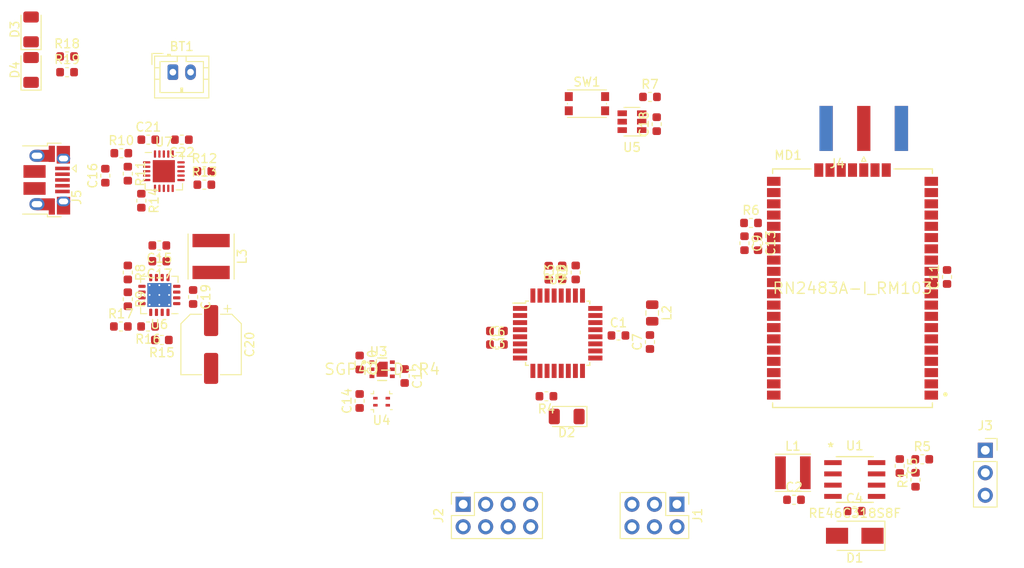
<source format=kicad_pcb>
(kicad_pcb (version 20171130) (host pcbnew "(5.1.6)-1")

  (general
    (thickness 1.6)
    (drawings 0)
    (tracks 0)
    (zones 0)
    (modules 63)
    (nets 88)
  )

  (page A4)
  (layers
    (0 F.Cu signal)
    (1 GND power)
    (2 PWR power)
    (31 B.Cu signal)
    (33 F.Adhes user)
    (35 F.Paste user)
    (37 F.SilkS user hide)
    (39 F.Mask user)
    (40 Dwgs.User user hide)
    (41 Cmts.User user hide)
    (42 Eco1.User user hide)
    (43 Eco2.User user hide)
    (44 Edge.Cuts user)
    (45 Margin user)
    (46 B.CrtYd user hide)
    (47 F.CrtYd user hide)
    (49 F.Fab user)
  )

  (setup
    (last_trace_width 0.25)
    (trace_clearance 0.2)
    (zone_clearance 0.508)
    (zone_45_only no)
    (trace_min 0.2)
    (via_size 0.8)
    (via_drill 0.4)
    (via_min_size 0.4)
    (via_min_drill 0.3)
    (uvia_size 0.3)
    (uvia_drill 0.1)
    (uvias_allowed no)
    (uvia_min_size 0.2)
    (uvia_min_drill 0.1)
    (edge_width 0.05)
    (segment_width 0.2)
    (pcb_text_width 0.3)
    (pcb_text_size 1.5 1.5)
    (mod_edge_width 0.12)
    (mod_text_size 1 1)
    (mod_text_width 0.15)
    (pad_size 1.524 1.524)
    (pad_drill 0.762)
    (pad_to_mask_clearance 0.05)
    (aux_axis_origin 0 0)
    (visible_elements 7FFFFFFF)
    (pcbplotparams
      (layerselection 0x010fc_ffffffff)
      (usegerberextensions false)
      (usegerberattributes true)
      (usegerberadvancedattributes true)
      (creategerberjobfile true)
      (excludeedgelayer true)
      (linewidth 0.100000)
      (plotframeref false)
      (viasonmask false)
      (mode 1)
      (useauxorigin false)
      (hpglpennumber 1)
      (hpglpenspeed 20)
      (hpglpendiameter 15.000000)
      (psnegative false)
      (psa4output false)
      (plotreference true)
      (plotvalue true)
      (plotinvisibletext false)
      (padsonsilk false)
      (subtractmaskfromsilk false)
      (outputformat 1)
      (mirror false)
      (drillshape 1)
      (scaleselection 1)
      (outputdirectory ""))
  )

  (net 0 "")
  (net 1 "Net-(BT1-Pad1)")
  (net 2 GND)
  (net 3 "Net-(C1-Pad1)")
  (net 4 +3V3)
  (net 5 +10V)
  (net 6 piezo_input)
  (net 7 "Net-(C5-Pad1)")
  (net 8 +3.3VA)
  (net 9 nRST)
  (net 10 +BATT)
  (net 11 VBUS)
  (net 12 "Net-(D1-Pad2)")
  (net 13 "Net-(D2-Pad2)")
  (net 14 "Net-(D3-Pad1)")
  (net 15 "Net-(D4-Pad1)")
  (net 16 SPI_MISO)
  (net 17 SPI_SCK)
  (net 18 SPI_MOSI)
  (net 19 I2C_SCL)
  (net 20 I2C_SDA)
  (net 21 PWM0B)
  (net 22 "Net-(J2-Pad5)")
  (net 23 ADC1)
  (net 24 ADC0)
  (net 25 piezo_feedback)
  (net 26 piezo_gnd)
  (net 27 "Net-(J4-Pad1)")
  (net 28 "Net-(J5-Pad6)")
  (net 29 "Net-(J5-Pad2)")
  (net 30 "Net-(J5-Pad3)")
  (net 31 "Net-(J5-Pad4)")
  (net 32 "Net-(L3-Pad2)")
  (net 33 "Net-(MD1-Pad25)")
  (net 34 "Net-(MD1-Pad46)")
  (net 35 "Net-(MD1-Pad45)")
  (net 36 "Net-(MD1-Pad44)")
  (net 37 "Net-(MD1-Pad43)")
  (net 38 "Net-(MD1-Pad42)")
  (net 39 "Net-(MD1-Pad40)")
  (net 40 "Net-(MD1-Pad39)")
  (net 41 "Net-(MD1-Pad38)")
  (net 42 "Net-(MD1-Pad37)")
  (net 43 "Net-(MD1-Pad36)")
  (net 44 "Net-(MD1-Pad35)")
  (net 45 RN2483_nRST)
  (net 46 "Net-(MD1-Pad31)")
  (net 47 "Net-(MD1-Pad30)")
  (net 48 "Net-(MD1-Pad29)")
  (net 49 "Net-(MD1-Pad19)")
  (net 50 "Net-(MD1-Pad18)")
  (net 51 "Net-(MD1-Pad17)")
  (net 52 "Net-(MD1-Pad16)")
  (net 53 "Net-(MD1-Pad15)")
  (net 54 "Net-(MD1-Pad14)")
  (net 55 "Net-(MD1-Pad13)")
  (net 56 "Net-(MD1-Pad10)")
  (net 57 "Net-(MD1-Pad9)")
  (net 58 UART0_TX)
  (net 59 UART0_RX)
  (net 60 "Net-(MD1-Pad5)")
  (net 61 "Net-(MD1-Pad4)")
  (net 62 "Net-(MD1-Pad3)")
  (net 63 "Net-(MD1-Pad2)")
  (net 64 PWM0A_Led)
  (net 65 "Net-(R7-Pad1)")
  (net 66 "Net-(R8-Pad2)")
  (net 67 "Net-(R10-Pad2)")
  (net 68 "Net-(R12-Pad1)")
  (net 69 "Net-(R13-Pad1)")
  (net 70 "Net-(R14-Pad1)")
  (net 71 "Net-(R15-Pad2)")
  (net 72 GPIO_LBO)
  (net 73 "Net-(R18-Pad2)")
  (net 74 "Net-(R19-Pad2)")
  (net 75 GPIO_Horn)
  (net 76 GPIO_Done)
  (net 77 "Net-(U2-Pad7)")
  (net 78 "Net-(U2-Pad8)")
  (net 79 PCINT0_Wake)
  (net 80 "Net-(U2-Pad13)")
  (net 81 "Net-(U2-Pad14)")
  (net 82 "Net-(U2-Pad19)")
  (net 83 "Net-(U2-Pad22)")
  (net 84 "Net-(U2-Pad25)")
  (net 85 "Net-(U2-Pad26)")
  (net 86 "Net-(U6-Pad2)")
  (net 87 "Net-(U7-Pad6)")

  (net_class Default "This is the default net class."
    (clearance 0.2)
    (trace_width 0.25)
    (via_dia 0.8)
    (via_drill 0.4)
    (uvia_dia 0.3)
    (uvia_drill 0.1)
    (add_net ADC0)
    (add_net ADC1)
    (add_net GPIO_Done)
    (add_net GPIO_Horn)
    (add_net GPIO_LBO)
    (add_net I2C_SCL)
    (add_net I2C_SDA)
    (add_net "Net-(BT1-Pad1)")
    (add_net "Net-(C1-Pad1)")
    (add_net "Net-(C5-Pad1)")
    (add_net "Net-(D1-Pad2)")
    (add_net "Net-(D2-Pad2)")
    (add_net "Net-(D3-Pad1)")
    (add_net "Net-(D4-Pad1)")
    (add_net "Net-(J2-Pad5)")
    (add_net "Net-(J4-Pad1)")
    (add_net "Net-(J5-Pad2)")
    (add_net "Net-(J5-Pad3)")
    (add_net "Net-(J5-Pad4)")
    (add_net "Net-(J5-Pad6)")
    (add_net "Net-(L3-Pad2)")
    (add_net "Net-(MD1-Pad10)")
    (add_net "Net-(MD1-Pad13)")
    (add_net "Net-(MD1-Pad14)")
    (add_net "Net-(MD1-Pad15)")
    (add_net "Net-(MD1-Pad16)")
    (add_net "Net-(MD1-Pad17)")
    (add_net "Net-(MD1-Pad18)")
    (add_net "Net-(MD1-Pad19)")
    (add_net "Net-(MD1-Pad2)")
    (add_net "Net-(MD1-Pad25)")
    (add_net "Net-(MD1-Pad29)")
    (add_net "Net-(MD1-Pad3)")
    (add_net "Net-(MD1-Pad30)")
    (add_net "Net-(MD1-Pad31)")
    (add_net "Net-(MD1-Pad35)")
    (add_net "Net-(MD1-Pad36)")
    (add_net "Net-(MD1-Pad37)")
    (add_net "Net-(MD1-Pad38)")
    (add_net "Net-(MD1-Pad39)")
    (add_net "Net-(MD1-Pad4)")
    (add_net "Net-(MD1-Pad40)")
    (add_net "Net-(MD1-Pad42)")
    (add_net "Net-(MD1-Pad43)")
    (add_net "Net-(MD1-Pad44)")
    (add_net "Net-(MD1-Pad45)")
    (add_net "Net-(MD1-Pad46)")
    (add_net "Net-(MD1-Pad5)")
    (add_net "Net-(MD1-Pad9)")
    (add_net "Net-(R10-Pad2)")
    (add_net "Net-(R12-Pad1)")
    (add_net "Net-(R13-Pad1)")
    (add_net "Net-(R14-Pad1)")
    (add_net "Net-(R15-Pad2)")
    (add_net "Net-(R18-Pad2)")
    (add_net "Net-(R19-Pad2)")
    (add_net "Net-(R7-Pad1)")
    (add_net "Net-(R8-Pad2)")
    (add_net "Net-(U2-Pad13)")
    (add_net "Net-(U2-Pad14)")
    (add_net "Net-(U2-Pad19)")
    (add_net "Net-(U2-Pad22)")
    (add_net "Net-(U2-Pad25)")
    (add_net "Net-(U2-Pad26)")
    (add_net "Net-(U2-Pad7)")
    (add_net "Net-(U2-Pad8)")
    (add_net "Net-(U6-Pad2)")
    (add_net "Net-(U7-Pad6)")
    (add_net PCINT0_Wake)
    (add_net PWM0A_Led)
    (add_net PWM0B)
    (add_net RN2483_nRST)
    (add_net SPI_MISO)
    (add_net SPI_MOSI)
    (add_net SPI_SCK)
    (add_net UART0_RX)
    (add_net UART0_TX)
    (add_net VBUS)
    (add_net nRST)
    (add_net piezo_feedback)
    (add_net piezo_gnd)
    (add_net piezo_input)
  )

  (net_class GND ""
    (clearance 0.2)
    (trace_width 0.25)
    (via_dia 0.8)
    (via_drill 0.4)
    (uvia_dia 0.3)
    (uvia_drill 0.1)
    (add_net GND)
  )

  (net_class POWER ""
    (clearance 0.2)
    (trace_width 0.25)
    (via_dia 0.8)
    (via_drill 0.4)
    (uvia_dia 0.3)
    (uvia_drill 0.1)
    (add_net +10V)
    (add_net +3.3VA)
    (add_net +3V3)
    (add_net +BATT)
  )

  (module Connector_JST:JST_PH_B2B-PH-K_1x02_P2.00mm_Vertical (layer F.Cu) (tedit 5B7745C2) (tstamp 5FE89EDF)
    (at 70.612 25.146)
    (descr "JST PH series connector, B2B-PH-K (http://www.jst-mfg.com/product/pdf/eng/ePH.pdf), generated with kicad-footprint-generator")
    (tags "connector JST PH side entry")
    (path /5FD2A4B4)
    (fp_text reference BT1 (at 1 -2.9) (layer F.SilkS)
      (effects (font (size 1 1) (thickness 0.15)))
    )
    (fp_text value "1c LiPo" (at 1 4) (layer F.Fab)
      (effects (font (size 1 1) (thickness 0.15)))
    )
    (fp_line (start 4.45 -2.2) (end -2.45 -2.2) (layer F.CrtYd) (width 0.05))
    (fp_line (start 4.45 3.3) (end 4.45 -2.2) (layer F.CrtYd) (width 0.05))
    (fp_line (start -2.45 3.3) (end 4.45 3.3) (layer F.CrtYd) (width 0.05))
    (fp_line (start -2.45 -2.2) (end -2.45 3.3) (layer F.CrtYd) (width 0.05))
    (fp_line (start 3.95 -1.7) (end -1.95 -1.7) (layer F.Fab) (width 0.1))
    (fp_line (start 3.95 2.8) (end 3.95 -1.7) (layer F.Fab) (width 0.1))
    (fp_line (start -1.95 2.8) (end 3.95 2.8) (layer F.Fab) (width 0.1))
    (fp_line (start -1.95 -1.7) (end -1.95 2.8) (layer F.Fab) (width 0.1))
    (fp_line (start -2.36 -2.11) (end -2.36 -0.86) (layer F.Fab) (width 0.1))
    (fp_line (start -1.11 -2.11) (end -2.36 -2.11) (layer F.Fab) (width 0.1))
    (fp_line (start -2.36 -2.11) (end -2.36 -0.86) (layer F.SilkS) (width 0.12))
    (fp_line (start -1.11 -2.11) (end -2.36 -2.11) (layer F.SilkS) (width 0.12))
    (fp_line (start 1 2.3) (end 1 1.8) (layer F.SilkS) (width 0.12))
    (fp_line (start 1.1 1.8) (end 1.1 2.3) (layer F.SilkS) (width 0.12))
    (fp_line (start 0.9 1.8) (end 1.1 1.8) (layer F.SilkS) (width 0.12))
    (fp_line (start 0.9 2.3) (end 0.9 1.8) (layer F.SilkS) (width 0.12))
    (fp_line (start 4.06 0.8) (end 3.45 0.8) (layer F.SilkS) (width 0.12))
    (fp_line (start 4.06 -0.5) (end 3.45 -0.5) (layer F.SilkS) (width 0.12))
    (fp_line (start -2.06 0.8) (end -1.45 0.8) (layer F.SilkS) (width 0.12))
    (fp_line (start -2.06 -0.5) (end -1.45 -0.5) (layer F.SilkS) (width 0.12))
    (fp_line (start 1.5 -1.2) (end 1.5 -1.81) (layer F.SilkS) (width 0.12))
    (fp_line (start 3.45 -1.2) (end 1.5 -1.2) (layer F.SilkS) (width 0.12))
    (fp_line (start 3.45 2.3) (end 3.45 -1.2) (layer F.SilkS) (width 0.12))
    (fp_line (start -1.45 2.3) (end 3.45 2.3) (layer F.SilkS) (width 0.12))
    (fp_line (start -1.45 -1.2) (end -1.45 2.3) (layer F.SilkS) (width 0.12))
    (fp_line (start 0.5 -1.2) (end -1.45 -1.2) (layer F.SilkS) (width 0.12))
    (fp_line (start 0.5 -1.81) (end 0.5 -1.2) (layer F.SilkS) (width 0.12))
    (fp_line (start -0.3 -1.91) (end -0.6 -1.91) (layer F.SilkS) (width 0.12))
    (fp_line (start -0.6 -2.01) (end -0.6 -1.81) (layer F.SilkS) (width 0.12))
    (fp_line (start -0.3 -2.01) (end -0.6 -2.01) (layer F.SilkS) (width 0.12))
    (fp_line (start -0.3 -1.81) (end -0.3 -2.01) (layer F.SilkS) (width 0.12))
    (fp_line (start 4.06 -1.81) (end -2.06 -1.81) (layer F.SilkS) (width 0.12))
    (fp_line (start 4.06 2.91) (end 4.06 -1.81) (layer F.SilkS) (width 0.12))
    (fp_line (start -2.06 2.91) (end 4.06 2.91) (layer F.SilkS) (width 0.12))
    (fp_line (start -2.06 -1.81) (end -2.06 2.91) (layer F.SilkS) (width 0.12))
    (fp_text user %R (at 1 1.5) (layer F.Fab)
      (effects (font (size 1 1) (thickness 0.15)))
    )
    (pad 1 thru_hole roundrect (at 0 0) (size 1.2 1.75) (drill 0.75) (layers *.Cu *.Mask) (roundrect_rratio 0.208333)
      (net 1 "Net-(BT1-Pad1)"))
    (pad 2 thru_hole oval (at 2 0) (size 1.2 1.75) (drill 0.75) (layers *.Cu *.Mask)
      (net 2 GND))
    (model ${KISYS3DMOD}/Connector_JST.3dshapes/JST_PH_B2B-PH-K_1x02_P2.00mm_Vertical.wrl
      (at (xyz 0 0 0))
      (scale (xyz 1 1 1))
      (rotate (xyz 0 0 0))
    )
  )

  (module Capacitor_SMD:C_0603_1608Metric (layer F.Cu) (tedit 5B301BBE) (tstamp 5FE89EF0)
    (at 120.904 54.864)
    (descr "Capacitor SMD 0603 (1608 Metric), square (rectangular) end terminal, IPC_7351 nominal, (Body size source: http://www.tortai-tech.com/upload/download/2011102023233369053.pdf), generated with kicad-footprint-generator")
    (tags capacitor)
    (path /5FBD03CB)
    (attr smd)
    (fp_text reference C1 (at 0 -1.43) (layer F.SilkS)
      (effects (font (size 1 1) (thickness 0.15)))
    )
    (fp_text value 100n (at 0 1.43) (layer F.Fab)
      (effects (font (size 1 1) (thickness 0.15)))
    )
    (fp_line (start -0.8 0.4) (end -0.8 -0.4) (layer F.Fab) (width 0.1))
    (fp_line (start -0.8 -0.4) (end 0.8 -0.4) (layer F.Fab) (width 0.1))
    (fp_line (start 0.8 -0.4) (end 0.8 0.4) (layer F.Fab) (width 0.1))
    (fp_line (start 0.8 0.4) (end -0.8 0.4) (layer F.Fab) (width 0.1))
    (fp_line (start -0.162779 -0.51) (end 0.162779 -0.51) (layer F.SilkS) (width 0.12))
    (fp_line (start -0.162779 0.51) (end 0.162779 0.51) (layer F.SilkS) (width 0.12))
    (fp_line (start -1.48 0.73) (end -1.48 -0.73) (layer F.CrtYd) (width 0.05))
    (fp_line (start -1.48 -0.73) (end 1.48 -0.73) (layer F.CrtYd) (width 0.05))
    (fp_line (start 1.48 -0.73) (end 1.48 0.73) (layer F.CrtYd) (width 0.05))
    (fp_line (start 1.48 0.73) (end -1.48 0.73) (layer F.CrtYd) (width 0.05))
    (fp_text user %R (at 0 0) (layer F.Fab)
      (effects (font (size 0.4 0.4) (thickness 0.06)))
    )
    (pad 2 smd roundrect (at 0.7875 0) (size 0.875 0.95) (layers F.Cu F.Paste F.Mask) (roundrect_rratio 0.25)
      (net 2 GND))
    (pad 1 smd roundrect (at -0.7875 0) (size 0.875 0.95) (layers F.Cu F.Paste F.Mask) (roundrect_rratio 0.25)
      (net 3 "Net-(C1-Pad1)"))
    (model ${KISYS3DMOD}/Capacitor_SMD.3dshapes/C_0603_1608Metric.wrl
      (at (xyz 0 0 0))
      (scale (xyz 1 1 1))
      (rotate (xyz 0 0 0))
    )
  )

  (module Capacitor_SMD:C_0603_1608Metric (layer F.Cu) (tedit 5B301BBE) (tstamp 5FE89F01)
    (at 140.716 73.406)
    (descr "Capacitor SMD 0603 (1608 Metric), square (rectangular) end terminal, IPC_7351 nominal, (Body size source: http://www.tortai-tech.com/upload/download/2011102023233369053.pdf), generated with kicad-footprint-generator")
    (tags capacitor)
    (path /6013A812)
    (attr smd)
    (fp_text reference C2 (at 0 -1.43) (layer F.SilkS)
      (effects (font (size 1 1) (thickness 0.15)))
    )
    (fp_text value 10µ (at 0 1.43) (layer F.Fab)
      (effects (font (size 1 1) (thickness 0.15)))
    )
    (fp_line (start 1.48 0.73) (end -1.48 0.73) (layer F.CrtYd) (width 0.05))
    (fp_line (start 1.48 -0.73) (end 1.48 0.73) (layer F.CrtYd) (width 0.05))
    (fp_line (start -1.48 -0.73) (end 1.48 -0.73) (layer F.CrtYd) (width 0.05))
    (fp_line (start -1.48 0.73) (end -1.48 -0.73) (layer F.CrtYd) (width 0.05))
    (fp_line (start -0.162779 0.51) (end 0.162779 0.51) (layer F.SilkS) (width 0.12))
    (fp_line (start -0.162779 -0.51) (end 0.162779 -0.51) (layer F.SilkS) (width 0.12))
    (fp_line (start 0.8 0.4) (end -0.8 0.4) (layer F.Fab) (width 0.1))
    (fp_line (start 0.8 -0.4) (end 0.8 0.4) (layer F.Fab) (width 0.1))
    (fp_line (start -0.8 -0.4) (end 0.8 -0.4) (layer F.Fab) (width 0.1))
    (fp_line (start -0.8 0.4) (end -0.8 -0.4) (layer F.Fab) (width 0.1))
    (fp_text user %R (at 0 0) (layer F.Fab)
      (effects (font (size 0.4 0.4) (thickness 0.06)))
    )
    (pad 1 smd roundrect (at -0.7875 0) (size 0.875 0.95) (layers F.Cu F.Paste F.Mask) (roundrect_rratio 0.25)
      (net 4 +3V3))
    (pad 2 smd roundrect (at 0.7875 0) (size 0.875 0.95) (layers F.Cu F.Paste F.Mask) (roundrect_rratio 0.25)
      (net 2 GND))
    (model ${KISYS3DMOD}/Capacitor_SMD.3dshapes/C_0603_1608Metric.wrl
      (at (xyz 0 0 0))
      (scale (xyz 1 1 1))
      (rotate (xyz 0 0 0))
    )
  )

  (module Capacitor_SMD:C_0603_1608Metric (layer F.Cu) (tedit 5B301BBE) (tstamp 5FE89F12)
    (at 107.188 54.356 180)
    (descr "Capacitor SMD 0603 (1608 Metric), square (rectangular) end terminal, IPC_7351 nominal, (Body size source: http://www.tortai-tech.com/upload/download/2011102023233369053.pdf), generated with kicad-footprint-generator")
    (tags capacitor)
    (path /5FBEEE54)
    (attr smd)
    (fp_text reference C3 (at 0 -1.43) (layer F.SilkS)
      (effects (font (size 1 1) (thickness 0.15)))
    )
    (fp_text value 4.7µ (at 0 1.43) (layer F.Fab)
      (effects (font (size 1 1) (thickness 0.15)))
    )
    (fp_line (start 1.48 0.73) (end -1.48 0.73) (layer F.CrtYd) (width 0.05))
    (fp_line (start 1.48 -0.73) (end 1.48 0.73) (layer F.CrtYd) (width 0.05))
    (fp_line (start -1.48 -0.73) (end 1.48 -0.73) (layer F.CrtYd) (width 0.05))
    (fp_line (start -1.48 0.73) (end -1.48 -0.73) (layer F.CrtYd) (width 0.05))
    (fp_line (start -0.162779 0.51) (end 0.162779 0.51) (layer F.SilkS) (width 0.12))
    (fp_line (start -0.162779 -0.51) (end 0.162779 -0.51) (layer F.SilkS) (width 0.12))
    (fp_line (start 0.8 0.4) (end -0.8 0.4) (layer F.Fab) (width 0.1))
    (fp_line (start 0.8 -0.4) (end 0.8 0.4) (layer F.Fab) (width 0.1))
    (fp_line (start -0.8 -0.4) (end 0.8 -0.4) (layer F.Fab) (width 0.1))
    (fp_line (start -0.8 0.4) (end -0.8 -0.4) (layer F.Fab) (width 0.1))
    (fp_text user %R (at 0 0) (layer F.Fab)
      (effects (font (size 0.4 0.4) (thickness 0.06)))
    )
    (pad 1 smd roundrect (at -0.7875 0 180) (size 0.875 0.95) (layers F.Cu F.Paste F.Mask) (roundrect_rratio 0.25)
      (net 4 +3V3))
    (pad 2 smd roundrect (at 0.7875 0 180) (size 0.875 0.95) (layers F.Cu F.Paste F.Mask) (roundrect_rratio 0.25)
      (net 2 GND))
    (model ${KISYS3DMOD}/Capacitor_SMD.3dshapes/C_0603_1608Metric.wrl
      (at (xyz 0 0 0))
      (scale (xyz 1 1 1))
      (rotate (xyz 0 0 0))
    )
  )

  (module Capacitor_SMD:C_0603_1608Metric (layer F.Cu) (tedit 5B301BBE) (tstamp 5FE89F23)
    (at 147.5485 74.676)
    (descr "Capacitor SMD 0603 (1608 Metric), square (rectangular) end terminal, IPC_7351 nominal, (Body size source: http://www.tortai-tech.com/upload/download/2011102023233369053.pdf), generated with kicad-footprint-generator")
    (tags capacitor)
    (path /601475A3)
    (attr smd)
    (fp_text reference C4 (at 0 -1.43) (layer F.SilkS)
      (effects (font (size 1 1) (thickness 0.15)))
    )
    (fp_text value 10µ (at 0 1.43) (layer F.Fab)
      (effects (font (size 1 1) (thickness 0.15)))
    )
    (fp_line (start -0.8 0.4) (end -0.8 -0.4) (layer F.Fab) (width 0.1))
    (fp_line (start -0.8 -0.4) (end 0.8 -0.4) (layer F.Fab) (width 0.1))
    (fp_line (start 0.8 -0.4) (end 0.8 0.4) (layer F.Fab) (width 0.1))
    (fp_line (start 0.8 0.4) (end -0.8 0.4) (layer F.Fab) (width 0.1))
    (fp_line (start -0.162779 -0.51) (end 0.162779 -0.51) (layer F.SilkS) (width 0.12))
    (fp_line (start -0.162779 0.51) (end 0.162779 0.51) (layer F.SilkS) (width 0.12))
    (fp_line (start -1.48 0.73) (end -1.48 -0.73) (layer F.CrtYd) (width 0.05))
    (fp_line (start -1.48 -0.73) (end 1.48 -0.73) (layer F.CrtYd) (width 0.05))
    (fp_line (start 1.48 -0.73) (end 1.48 0.73) (layer F.CrtYd) (width 0.05))
    (fp_line (start 1.48 0.73) (end -1.48 0.73) (layer F.CrtYd) (width 0.05))
    (fp_text user %R (at 0 0) (layer F.Fab)
      (effects (font (size 0.4 0.4) (thickness 0.06)))
    )
    (pad 2 smd roundrect (at 0.7875 0) (size 0.875 0.95) (layers F.Cu F.Paste F.Mask) (roundrect_rratio 0.25)
      (net 5 +10V))
    (pad 1 smd roundrect (at -0.7875 0) (size 0.875 0.95) (layers F.Cu F.Paste F.Mask) (roundrect_rratio 0.25)
      (net 2 GND))
    (model ${KISYS3DMOD}/Capacitor_SMD.3dshapes/C_0603_1608Metric.wrl
      (at (xyz 0 0 0))
      (scale (xyz 1 1 1))
      (rotate (xyz 0 0 0))
    )
  )

  (module Capacitor_SMD:C_0603_1608Metric (layer F.Cu) (tedit 5B301BBE) (tstamp 5FE89F34)
    (at 152.654 69.596 270)
    (descr "Capacitor SMD 0603 (1608 Metric), square (rectangular) end terminal, IPC_7351 nominal, (Body size source: http://www.tortai-tech.com/upload/download/2011102023233369053.pdf), generated with kicad-footprint-generator")
    (tags capacitor)
    (path /6021ECEB)
    (attr smd)
    (fp_text reference C5 (at 0 -1.43 90) (layer F.SilkS)
      (effects (font (size 1 1) (thickness 0.15)))
    )
    (fp_text value 1n (at 0 1.43 90) (layer F.Fab)
      (effects (font (size 1 1) (thickness 0.15)))
    )
    (fp_line (start -0.8 0.4) (end -0.8 -0.4) (layer F.Fab) (width 0.1))
    (fp_line (start -0.8 -0.4) (end 0.8 -0.4) (layer F.Fab) (width 0.1))
    (fp_line (start 0.8 -0.4) (end 0.8 0.4) (layer F.Fab) (width 0.1))
    (fp_line (start 0.8 0.4) (end -0.8 0.4) (layer F.Fab) (width 0.1))
    (fp_line (start -0.162779 -0.51) (end 0.162779 -0.51) (layer F.SilkS) (width 0.12))
    (fp_line (start -0.162779 0.51) (end 0.162779 0.51) (layer F.SilkS) (width 0.12))
    (fp_line (start -1.48 0.73) (end -1.48 -0.73) (layer F.CrtYd) (width 0.05))
    (fp_line (start -1.48 -0.73) (end 1.48 -0.73) (layer F.CrtYd) (width 0.05))
    (fp_line (start 1.48 -0.73) (end 1.48 0.73) (layer F.CrtYd) (width 0.05))
    (fp_line (start 1.48 0.73) (end -1.48 0.73) (layer F.CrtYd) (width 0.05))
    (fp_text user %R (at 0 0 90) (layer F.Fab)
      (effects (font (size 0.4 0.4) (thickness 0.06)))
    )
    (pad 2 smd roundrect (at 0.7875 0 270) (size 0.875 0.95) (layers F.Cu F.Paste F.Mask) (roundrect_rratio 0.25)
      (net 6 piezo_input))
    (pad 1 smd roundrect (at -0.7875 0 270) (size 0.875 0.95) (layers F.Cu F.Paste F.Mask) (roundrect_rratio 0.25)
      (net 7 "Net-(C5-Pad1)"))
    (model ${KISYS3DMOD}/Capacitor_SMD.3dshapes/C_0603_1608Metric.wrl
      (at (xyz 0 0 0))
      (scale (xyz 1 1 1))
      (rotate (xyz 0 0 0))
    )
  )

  (module Capacitor_SMD:C_0603_1608Metric (layer F.Cu) (tedit 5B301BBE) (tstamp 5FE89F45)
    (at 107.188 55.88)
    (descr "Capacitor SMD 0603 (1608 Metric), square (rectangular) end terminal, IPC_7351 nominal, (Body size source: http://www.tortai-tech.com/upload/download/2011102023233369053.pdf), generated with kicad-footprint-generator")
    (tags capacitor)
    (path /5FBDFF8A)
    (attr smd)
    (fp_text reference C6 (at 0 -1.43) (layer F.SilkS)
      (effects (font (size 1 1) (thickness 0.15)))
    )
    (fp_text value 100n (at 0 1.43) (layer F.Fab)
      (effects (font (size 1 1) (thickness 0.15)))
    )
    (fp_line (start -0.8 0.4) (end -0.8 -0.4) (layer F.Fab) (width 0.1))
    (fp_line (start -0.8 -0.4) (end 0.8 -0.4) (layer F.Fab) (width 0.1))
    (fp_line (start 0.8 -0.4) (end 0.8 0.4) (layer F.Fab) (width 0.1))
    (fp_line (start 0.8 0.4) (end -0.8 0.4) (layer F.Fab) (width 0.1))
    (fp_line (start -0.162779 -0.51) (end 0.162779 -0.51) (layer F.SilkS) (width 0.12))
    (fp_line (start -0.162779 0.51) (end 0.162779 0.51) (layer F.SilkS) (width 0.12))
    (fp_line (start -1.48 0.73) (end -1.48 -0.73) (layer F.CrtYd) (width 0.05))
    (fp_line (start -1.48 -0.73) (end 1.48 -0.73) (layer F.CrtYd) (width 0.05))
    (fp_line (start 1.48 -0.73) (end 1.48 0.73) (layer F.CrtYd) (width 0.05))
    (fp_line (start 1.48 0.73) (end -1.48 0.73) (layer F.CrtYd) (width 0.05))
    (fp_text user %R (at 0 0) (layer F.Fab)
      (effects (font (size 0.4 0.4) (thickness 0.06)))
    )
    (pad 2 smd roundrect (at 0.7875 0) (size 0.875 0.95) (layers F.Cu F.Paste F.Mask) (roundrect_rratio 0.25)
      (net 4 +3V3))
    (pad 1 smd roundrect (at -0.7875 0) (size 0.875 0.95) (layers F.Cu F.Paste F.Mask) (roundrect_rratio 0.25)
      (net 2 GND))
    (model ${KISYS3DMOD}/Capacitor_SMD.3dshapes/C_0603_1608Metric.wrl
      (at (xyz 0 0 0))
      (scale (xyz 1 1 1))
      (rotate (xyz 0 0 0))
    )
  )

  (module Capacitor_SMD:C_0603_1608Metric (layer F.Cu) (tedit 5B301BBE) (tstamp 5FE89F56)
    (at 124.46 55.6005 90)
    (descr "Capacitor SMD 0603 (1608 Metric), square (rectangular) end terminal, IPC_7351 nominal, (Body size source: http://www.tortai-tech.com/upload/download/2011102023233369053.pdf), generated with kicad-footprint-generator")
    (tags capacitor)
    (path /5FE7564A)
    (attr smd)
    (fp_text reference C7 (at 0 -1.43 90) (layer F.SilkS)
      (effects (font (size 1 1) (thickness 0.15)))
    )
    (fp_text value 100n (at 0 1.43 90) (layer F.Fab)
      (effects (font (size 1 1) (thickness 0.15)))
    )
    (fp_line (start -0.8 0.4) (end -0.8 -0.4) (layer F.Fab) (width 0.1))
    (fp_line (start -0.8 -0.4) (end 0.8 -0.4) (layer F.Fab) (width 0.1))
    (fp_line (start 0.8 -0.4) (end 0.8 0.4) (layer F.Fab) (width 0.1))
    (fp_line (start 0.8 0.4) (end -0.8 0.4) (layer F.Fab) (width 0.1))
    (fp_line (start -0.162779 -0.51) (end 0.162779 -0.51) (layer F.SilkS) (width 0.12))
    (fp_line (start -0.162779 0.51) (end 0.162779 0.51) (layer F.SilkS) (width 0.12))
    (fp_line (start -1.48 0.73) (end -1.48 -0.73) (layer F.CrtYd) (width 0.05))
    (fp_line (start -1.48 -0.73) (end 1.48 -0.73) (layer F.CrtYd) (width 0.05))
    (fp_line (start 1.48 -0.73) (end 1.48 0.73) (layer F.CrtYd) (width 0.05))
    (fp_line (start 1.48 0.73) (end -1.48 0.73) (layer F.CrtYd) (width 0.05))
    (fp_text user %R (at 0 0 90) (layer F.Fab)
      (effects (font (size 0.4 0.4) (thickness 0.06)))
    )
    (pad 2 smd roundrect (at 0.7875 0 90) (size 0.875 0.95) (layers F.Cu F.Paste F.Mask) (roundrect_rratio 0.25)
      (net 8 +3.3VA))
    (pad 1 smd roundrect (at -0.7875 0 90) (size 0.875 0.95) (layers F.Cu F.Paste F.Mask) (roundrect_rratio 0.25)
      (net 2 GND))
    (model ${KISYS3DMOD}/Capacitor_SMD.3dshapes/C_0603_1608Metric.wrl
      (at (xyz 0 0 0))
      (scale (xyz 1 1 1))
      (rotate (xyz 0 0 0))
    )
  )

  (module Capacitor_SMD:C_0603_1608Metric (layer F.Cu) (tedit 5B301BBE) (tstamp 5FE89F67)
    (at 113.03 47.7775 270)
    (descr "Capacitor SMD 0603 (1608 Metric), square (rectangular) end terminal, IPC_7351 nominal, (Body size source: http://www.tortai-tech.com/upload/download/2011102023233369053.pdf), generated with kicad-footprint-generator")
    (tags capacitor)
    (path /5FF748D7)
    (attr smd)
    (fp_text reference C8 (at 0 -1.43 90) (layer F.SilkS)
      (effects (font (size 1 1) (thickness 0.15)))
    )
    (fp_text value 100n (at 0 1.43 90) (layer F.Fab)
      (effects (font (size 1 1) (thickness 0.15)))
    )
    (fp_line (start 1.48 0.73) (end -1.48 0.73) (layer F.CrtYd) (width 0.05))
    (fp_line (start 1.48 -0.73) (end 1.48 0.73) (layer F.CrtYd) (width 0.05))
    (fp_line (start -1.48 -0.73) (end 1.48 -0.73) (layer F.CrtYd) (width 0.05))
    (fp_line (start -1.48 0.73) (end -1.48 -0.73) (layer F.CrtYd) (width 0.05))
    (fp_line (start -0.162779 0.51) (end 0.162779 0.51) (layer F.SilkS) (width 0.12))
    (fp_line (start -0.162779 -0.51) (end 0.162779 -0.51) (layer F.SilkS) (width 0.12))
    (fp_line (start 0.8 0.4) (end -0.8 0.4) (layer F.Fab) (width 0.1))
    (fp_line (start 0.8 -0.4) (end 0.8 0.4) (layer F.Fab) (width 0.1))
    (fp_line (start -0.8 -0.4) (end 0.8 -0.4) (layer F.Fab) (width 0.1))
    (fp_line (start -0.8 0.4) (end -0.8 -0.4) (layer F.Fab) (width 0.1))
    (fp_text user %R (at 0 0 90) (layer F.Fab)
      (effects (font (size 0.4 0.4) (thickness 0.06)))
    )
    (pad 1 smd roundrect (at -0.7875 0 270) (size 0.875 0.95) (layers F.Cu F.Paste F.Mask) (roundrect_rratio 0.25)
      (net 2 GND))
    (pad 2 smd roundrect (at 0.7875 0 270) (size 0.875 0.95) (layers F.Cu F.Paste F.Mask) (roundrect_rratio 0.25)
      (net 9 nRST))
    (model ${KISYS3DMOD}/Capacitor_SMD.3dshapes/C_0603_1608Metric.wrl
      (at (xyz 0 0 0))
      (scale (xyz 1 1 1))
      (rotate (xyz 0 0 0))
    )
  )

  (module Capacitor_SMD:C_0603_1608Metric (layer F.Cu) (tedit 5B301BBE) (tstamp 5FE89F78)
    (at 135.128 44.45 270)
    (descr "Capacitor SMD 0603 (1608 Metric), square (rectangular) end terminal, IPC_7351 nominal, (Body size source: http://www.tortai-tech.com/upload/download/2011102023233369053.pdf), generated with kicad-footprint-generator")
    (tags capacitor)
    (path /5FED67CD)
    (attr smd)
    (fp_text reference C9 (at 0 -1.43 90) (layer F.SilkS)
      (effects (font (size 1 1) (thickness 0.15)))
    )
    (fp_text value 4.7µ (at 0 1.43 90) (layer F.Fab)
      (effects (font (size 1 1) (thickness 0.15)))
    )
    (fp_line (start 1.48 0.73) (end -1.48 0.73) (layer F.CrtYd) (width 0.05))
    (fp_line (start 1.48 -0.73) (end 1.48 0.73) (layer F.CrtYd) (width 0.05))
    (fp_line (start -1.48 -0.73) (end 1.48 -0.73) (layer F.CrtYd) (width 0.05))
    (fp_line (start -1.48 0.73) (end -1.48 -0.73) (layer F.CrtYd) (width 0.05))
    (fp_line (start -0.162779 0.51) (end 0.162779 0.51) (layer F.SilkS) (width 0.12))
    (fp_line (start -0.162779 -0.51) (end 0.162779 -0.51) (layer F.SilkS) (width 0.12))
    (fp_line (start 0.8 0.4) (end -0.8 0.4) (layer F.Fab) (width 0.1))
    (fp_line (start 0.8 -0.4) (end 0.8 0.4) (layer F.Fab) (width 0.1))
    (fp_line (start -0.8 -0.4) (end 0.8 -0.4) (layer F.Fab) (width 0.1))
    (fp_line (start -0.8 0.4) (end -0.8 -0.4) (layer F.Fab) (width 0.1))
    (fp_text user %R (at 0 0 90) (layer F.Fab)
      (effects (font (size 0.4 0.4) (thickness 0.06)))
    )
    (pad 1 smd roundrect (at -0.7875 0 270) (size 0.875 0.95) (layers F.Cu F.Paste F.Mask) (roundrect_rratio 0.25)
      (net 2 GND))
    (pad 2 smd roundrect (at 0.7875 0 270) (size 0.875 0.95) (layers F.Cu F.Paste F.Mask) (roundrect_rratio 0.25)
      (net 4 +3V3))
    (model ${KISYS3DMOD}/Capacitor_SMD.3dshapes/C_0603_1608Metric.wrl
      (at (xyz 0 0 0))
      (scale (xyz 1 1 1))
      (rotate (xyz 0 0 0))
    )
  )

  (module Capacitor_SMD:C_0603_1608Metric (layer F.Cu) (tedit 5B301BBE) (tstamp 5FE89F89)
    (at 91.694 57.912 270)
    (descr "Capacitor SMD 0603 (1608 Metric), square (rectangular) end terminal, IPC_7351 nominal, (Body size source: http://www.tortai-tech.com/upload/download/2011102023233369053.pdf), generated with kicad-footprint-generator")
    (tags capacitor)
    (path /600B7EEF)
    (attr smd)
    (fp_text reference C10 (at 0 -1.43 90) (layer F.SilkS)
      (effects (font (size 1 1) (thickness 0.15)))
    )
    (fp_text value 1µ (at 0 1.43 90) (layer F.Fab)
      (effects (font (size 1 1) (thickness 0.15)))
    )
    (fp_line (start 1.48 0.73) (end -1.48 0.73) (layer F.CrtYd) (width 0.05))
    (fp_line (start 1.48 -0.73) (end 1.48 0.73) (layer F.CrtYd) (width 0.05))
    (fp_line (start -1.48 -0.73) (end 1.48 -0.73) (layer F.CrtYd) (width 0.05))
    (fp_line (start -1.48 0.73) (end -1.48 -0.73) (layer F.CrtYd) (width 0.05))
    (fp_line (start -0.162779 0.51) (end 0.162779 0.51) (layer F.SilkS) (width 0.12))
    (fp_line (start -0.162779 -0.51) (end 0.162779 -0.51) (layer F.SilkS) (width 0.12))
    (fp_line (start 0.8 0.4) (end -0.8 0.4) (layer F.Fab) (width 0.1))
    (fp_line (start 0.8 -0.4) (end 0.8 0.4) (layer F.Fab) (width 0.1))
    (fp_line (start -0.8 -0.4) (end 0.8 -0.4) (layer F.Fab) (width 0.1))
    (fp_line (start -0.8 0.4) (end -0.8 -0.4) (layer F.Fab) (width 0.1))
    (fp_text user %R (at 0 0 90) (layer F.Fab)
      (effects (font (size 0.4 0.4) (thickness 0.06)))
    )
    (pad 1 smd roundrect (at -0.7875 0 270) (size 0.875 0.95) (layers F.Cu F.Paste F.Mask) (roundrect_rratio 0.25)
      (net 4 +3V3))
    (pad 2 smd roundrect (at 0.7875 0 270) (size 0.875 0.95) (layers F.Cu F.Paste F.Mask) (roundrect_rratio 0.25)
      (net 2 GND))
    (model ${KISYS3DMOD}/Capacitor_SMD.3dshapes/C_0603_1608Metric.wrl
      (at (xyz 0 0 0))
      (scale (xyz 1 1 1))
      (rotate (xyz 0 0 0))
    )
  )

  (module Capacitor_SMD:C_0603_1608Metric (layer F.Cu) (tedit 5B301BBE) (tstamp 5FE89F9A)
    (at 157.988 48.26 90)
    (descr "Capacitor SMD 0603 (1608 Metric), square (rectangular) end terminal, IPC_7351 nominal, (Body size source: http://www.tortai-tech.com/upload/download/2011102023233369053.pdf), generated with kicad-footprint-generator")
    (tags capacitor)
    (path /5FDADC5A)
    (attr smd)
    (fp_text reference C11 (at 0 -1.43 90) (layer F.SilkS)
      (effects (font (size 1 1) (thickness 0.15)))
    )
    (fp_text value 100n (at 0 1.43 90) (layer F.Fab)
      (effects (font (size 1 1) (thickness 0.15)))
    )
    (fp_line (start -0.8 0.4) (end -0.8 -0.4) (layer F.Fab) (width 0.1))
    (fp_line (start -0.8 -0.4) (end 0.8 -0.4) (layer F.Fab) (width 0.1))
    (fp_line (start 0.8 -0.4) (end 0.8 0.4) (layer F.Fab) (width 0.1))
    (fp_line (start 0.8 0.4) (end -0.8 0.4) (layer F.Fab) (width 0.1))
    (fp_line (start -0.162779 -0.51) (end 0.162779 -0.51) (layer F.SilkS) (width 0.12))
    (fp_line (start -0.162779 0.51) (end 0.162779 0.51) (layer F.SilkS) (width 0.12))
    (fp_line (start -1.48 0.73) (end -1.48 -0.73) (layer F.CrtYd) (width 0.05))
    (fp_line (start -1.48 -0.73) (end 1.48 -0.73) (layer F.CrtYd) (width 0.05))
    (fp_line (start 1.48 -0.73) (end 1.48 0.73) (layer F.CrtYd) (width 0.05))
    (fp_line (start 1.48 0.73) (end -1.48 0.73) (layer F.CrtYd) (width 0.05))
    (fp_text user %R (at 0 0 90) (layer F.Fab)
      (effects (font (size 0.4 0.4) (thickness 0.06)))
    )
    (pad 2 smd roundrect (at 0.7875 0 90) (size 0.875 0.95) (layers F.Cu F.Paste F.Mask) (roundrect_rratio 0.25)
      (net 4 +3V3))
    (pad 1 smd roundrect (at -0.7875 0 90) (size 0.875 0.95) (layers F.Cu F.Paste F.Mask) (roundrect_rratio 0.25)
      (net 2 GND))
    (model ${KISYS3DMOD}/Capacitor_SMD.3dshapes/C_0603_1608Metric.wrl
      (at (xyz 0 0 0))
      (scale (xyz 1 1 1))
      (rotate (xyz 0 0 0))
    )
  )

  (module Capacitor_SMD:C_0603_1608Metric (layer F.Cu) (tedit 5B301BBE) (tstamp 5FE89FAB)
    (at 96.774 59.436 270)
    (descr "Capacitor SMD 0603 (1608 Metric), square (rectangular) end terminal, IPC_7351 nominal, (Body size source: http://www.tortai-tech.com/upload/download/2011102023233369053.pdf), generated with kicad-footprint-generator")
    (tags capacitor)
    (path /600C4774)
    (attr smd)
    (fp_text reference C12 (at 0 -1.43 90) (layer F.SilkS)
      (effects (font (size 1 1) (thickness 0.15)))
    )
    (fp_text value 1µ (at 0 1.43 90) (layer F.Fab)
      (effects (font (size 1 1) (thickness 0.15)))
    )
    (fp_line (start 1.48 0.73) (end -1.48 0.73) (layer F.CrtYd) (width 0.05))
    (fp_line (start 1.48 -0.73) (end 1.48 0.73) (layer F.CrtYd) (width 0.05))
    (fp_line (start -1.48 -0.73) (end 1.48 -0.73) (layer F.CrtYd) (width 0.05))
    (fp_line (start -1.48 0.73) (end -1.48 -0.73) (layer F.CrtYd) (width 0.05))
    (fp_line (start -0.162779 0.51) (end 0.162779 0.51) (layer F.SilkS) (width 0.12))
    (fp_line (start -0.162779 -0.51) (end 0.162779 -0.51) (layer F.SilkS) (width 0.12))
    (fp_line (start 0.8 0.4) (end -0.8 0.4) (layer F.Fab) (width 0.1))
    (fp_line (start 0.8 -0.4) (end 0.8 0.4) (layer F.Fab) (width 0.1))
    (fp_line (start -0.8 -0.4) (end 0.8 -0.4) (layer F.Fab) (width 0.1))
    (fp_line (start -0.8 0.4) (end -0.8 -0.4) (layer F.Fab) (width 0.1))
    (fp_text user %R (at 0 0 90) (layer F.Fab)
      (effects (font (size 0.4 0.4) (thickness 0.06)))
    )
    (pad 1 smd roundrect (at -0.7875 0 270) (size 0.875 0.95) (layers F.Cu F.Paste F.Mask) (roundrect_rratio 0.25)
      (net 4 +3V3))
    (pad 2 smd roundrect (at 0.7875 0 270) (size 0.875 0.95) (layers F.Cu F.Paste F.Mask) (roundrect_rratio 0.25)
      (net 2 GND))
    (model ${KISYS3DMOD}/Capacitor_SMD.3dshapes/C_0603_1608Metric.wrl
      (at (xyz 0 0 0))
      (scale (xyz 1 1 1))
      (rotate (xyz 0 0 0))
    )
  )

  (module Capacitor_SMD:C_0603_1608Metric (layer F.Cu) (tedit 5B301BBE) (tstamp 5FE89FBC)
    (at 136.652 44.45 270)
    (descr "Capacitor SMD 0603 (1608 Metric), square (rectangular) end terminal, IPC_7351 nominal, (Body size source: http://www.tortai-tech.com/upload/download/2011102023233369053.pdf), generated with kicad-footprint-generator")
    (tags capacitor)
    (path /5FE6B960)
    (attr smd)
    (fp_text reference C13 (at 0 -1.43 90) (layer F.SilkS)
      (effects (font (size 1 1) (thickness 0.15)))
    )
    (fp_text value 100n (at 0 1.43 90) (layer F.Fab)
      (effects (font (size 1 1) (thickness 0.15)))
    )
    (fp_line (start 1.48 0.73) (end -1.48 0.73) (layer F.CrtYd) (width 0.05))
    (fp_line (start 1.48 -0.73) (end 1.48 0.73) (layer F.CrtYd) (width 0.05))
    (fp_line (start -1.48 -0.73) (end 1.48 -0.73) (layer F.CrtYd) (width 0.05))
    (fp_line (start -1.48 0.73) (end -1.48 -0.73) (layer F.CrtYd) (width 0.05))
    (fp_line (start -0.162779 0.51) (end 0.162779 0.51) (layer F.SilkS) (width 0.12))
    (fp_line (start -0.162779 -0.51) (end 0.162779 -0.51) (layer F.SilkS) (width 0.12))
    (fp_line (start 0.8 0.4) (end -0.8 0.4) (layer F.Fab) (width 0.1))
    (fp_line (start 0.8 -0.4) (end 0.8 0.4) (layer F.Fab) (width 0.1))
    (fp_line (start -0.8 -0.4) (end 0.8 -0.4) (layer F.Fab) (width 0.1))
    (fp_line (start -0.8 0.4) (end -0.8 -0.4) (layer F.Fab) (width 0.1))
    (fp_text user %R (at 0 0 90) (layer F.Fab)
      (effects (font (size 0.4 0.4) (thickness 0.06)))
    )
    (pad 1 smd roundrect (at -0.7875 0 270) (size 0.875 0.95) (layers F.Cu F.Paste F.Mask) (roundrect_rratio 0.25)
      (net 2 GND))
    (pad 2 smd roundrect (at 0.7875 0 270) (size 0.875 0.95) (layers F.Cu F.Paste F.Mask) (roundrect_rratio 0.25)
      (net 4 +3V3))
    (model ${KISYS3DMOD}/Capacitor_SMD.3dshapes/C_0603_1608Metric.wrl
      (at (xyz 0 0 0))
      (scale (xyz 1 1 1))
      (rotate (xyz 0 0 0))
    )
  )

  (module Capacitor_SMD:C_0603_1608Metric (layer F.Cu) (tedit 5B301BBE) (tstamp 5FE89FCD)
    (at 91.694 62.2555 90)
    (descr "Capacitor SMD 0603 (1608 Metric), square (rectangular) end terminal, IPC_7351 nominal, (Body size source: http://www.tortai-tech.com/upload/download/2011102023233369053.pdf), generated with kicad-footprint-generator")
    (tags capacitor)
    (path /5FE8E570)
    (attr smd)
    (fp_text reference C14 (at 0 -1.43 90) (layer F.SilkS)
      (effects (font (size 1 1) (thickness 0.15)))
    )
    (fp_text value 100n (at 0 1.43 90) (layer F.Fab)
      (effects (font (size 1 1) (thickness 0.15)))
    )
    (fp_line (start 1.48 0.73) (end -1.48 0.73) (layer F.CrtYd) (width 0.05))
    (fp_line (start 1.48 -0.73) (end 1.48 0.73) (layer F.CrtYd) (width 0.05))
    (fp_line (start -1.48 -0.73) (end 1.48 -0.73) (layer F.CrtYd) (width 0.05))
    (fp_line (start -1.48 0.73) (end -1.48 -0.73) (layer F.CrtYd) (width 0.05))
    (fp_line (start -0.162779 0.51) (end 0.162779 0.51) (layer F.SilkS) (width 0.12))
    (fp_line (start -0.162779 -0.51) (end 0.162779 -0.51) (layer F.SilkS) (width 0.12))
    (fp_line (start 0.8 0.4) (end -0.8 0.4) (layer F.Fab) (width 0.1))
    (fp_line (start 0.8 -0.4) (end 0.8 0.4) (layer F.Fab) (width 0.1))
    (fp_line (start -0.8 -0.4) (end 0.8 -0.4) (layer F.Fab) (width 0.1))
    (fp_line (start -0.8 0.4) (end -0.8 -0.4) (layer F.Fab) (width 0.1))
    (fp_text user %R (at 0 0 90) (layer F.Fab)
      (effects (font (size 0.4 0.4) (thickness 0.06)))
    )
    (pad 1 smd roundrect (at -0.7875 0 90) (size 0.875 0.95) (layers F.Cu F.Paste F.Mask) (roundrect_rratio 0.25)
      (net 2 GND))
    (pad 2 smd roundrect (at 0.7875 0 90) (size 0.875 0.95) (layers F.Cu F.Paste F.Mask) (roundrect_rratio 0.25)
      (net 4 +3V3))
    (model ${KISYS3DMOD}/Capacitor_SMD.3dshapes/C_0603_1608Metric.wrl
      (at (xyz 0 0 0))
      (scale (xyz 1 1 1))
      (rotate (xyz 0 0 0))
    )
  )

  (module Capacitor_SMD:C_0603_1608Metric (layer F.Cu) (tedit 5B301BBE) (tstamp 5FE89FDE)
    (at 69.088 44.704 180)
    (descr "Capacitor SMD 0603 (1608 Metric), square (rectangular) end terminal, IPC_7351 nominal, (Body size source: http://www.tortai-tech.com/upload/download/2011102023233369053.pdf), generated with kicad-footprint-generator")
    (tags capacitor)
    (path /6079955E)
    (attr smd)
    (fp_text reference C15 (at 0 -1.43) (layer F.SilkS)
      (effects (font (size 1 1) (thickness 0.15)))
    )
    (fp_text value 10µ (at 0 1.43) (layer F.Fab)
      (effects (font (size 1 1) (thickness 0.15)))
    )
    (fp_line (start -0.8 0.4) (end -0.8 -0.4) (layer F.Fab) (width 0.1))
    (fp_line (start -0.8 -0.4) (end 0.8 -0.4) (layer F.Fab) (width 0.1))
    (fp_line (start 0.8 -0.4) (end 0.8 0.4) (layer F.Fab) (width 0.1))
    (fp_line (start 0.8 0.4) (end -0.8 0.4) (layer F.Fab) (width 0.1))
    (fp_line (start -0.162779 -0.51) (end 0.162779 -0.51) (layer F.SilkS) (width 0.12))
    (fp_line (start -0.162779 0.51) (end 0.162779 0.51) (layer F.SilkS) (width 0.12))
    (fp_line (start -1.48 0.73) (end -1.48 -0.73) (layer F.CrtYd) (width 0.05))
    (fp_line (start -1.48 -0.73) (end 1.48 -0.73) (layer F.CrtYd) (width 0.05))
    (fp_line (start 1.48 -0.73) (end 1.48 0.73) (layer F.CrtYd) (width 0.05))
    (fp_line (start 1.48 0.73) (end -1.48 0.73) (layer F.CrtYd) (width 0.05))
    (fp_text user %R (at 0 0) (layer F.Fab)
      (effects (font (size 0.4 0.4) (thickness 0.06)))
    )
    (pad 2 smd roundrect (at 0.7875 0 180) (size 0.875 0.95) (layers F.Cu F.Paste F.Mask) (roundrect_rratio 0.25)
      (net 10 +BATT))
    (pad 1 smd roundrect (at -0.7875 0 180) (size 0.875 0.95) (layers F.Cu F.Paste F.Mask) (roundrect_rratio 0.25)
      (net 2 GND))
    (model ${KISYS3DMOD}/Capacitor_SMD.3dshapes/C_0603_1608Metric.wrl
      (at (xyz 0 0 0))
      (scale (xyz 1 1 1))
      (rotate (xyz 0 0 0))
    )
  )

  (module Capacitor_SMD:C_0603_1608Metric (layer F.Cu) (tedit 5B301BBE) (tstamp 5FE89FEF)
    (at 62.992 36.83 90)
    (descr "Capacitor SMD 0603 (1608 Metric), square (rectangular) end terminal, IPC_7351 nominal, (Body size source: http://www.tortai-tech.com/upload/download/2011102023233369053.pdf), generated with kicad-footprint-generator")
    (tags capacitor)
    (path /5FD13A14)
    (attr smd)
    (fp_text reference C16 (at 0 -1.43 90) (layer F.SilkS)
      (effects (font (size 1 1) (thickness 0.15)))
    )
    (fp_text value 10µ (at 0 1.43 90) (layer F.Fab)
      (effects (font (size 1 1) (thickness 0.15)))
    )
    (fp_line (start -0.8 0.4) (end -0.8 -0.4) (layer F.Fab) (width 0.1))
    (fp_line (start -0.8 -0.4) (end 0.8 -0.4) (layer F.Fab) (width 0.1))
    (fp_line (start 0.8 -0.4) (end 0.8 0.4) (layer F.Fab) (width 0.1))
    (fp_line (start 0.8 0.4) (end -0.8 0.4) (layer F.Fab) (width 0.1))
    (fp_line (start -0.162779 -0.51) (end 0.162779 -0.51) (layer F.SilkS) (width 0.12))
    (fp_line (start -0.162779 0.51) (end 0.162779 0.51) (layer F.SilkS) (width 0.12))
    (fp_line (start -1.48 0.73) (end -1.48 -0.73) (layer F.CrtYd) (width 0.05))
    (fp_line (start -1.48 -0.73) (end 1.48 -0.73) (layer F.CrtYd) (width 0.05))
    (fp_line (start 1.48 -0.73) (end 1.48 0.73) (layer F.CrtYd) (width 0.05))
    (fp_line (start 1.48 0.73) (end -1.48 0.73) (layer F.CrtYd) (width 0.05))
    (fp_text user %R (at 0 0 90) (layer F.Fab)
      (effects (font (size 0.4 0.4) (thickness 0.06)))
    )
    (pad 2 smd roundrect (at 0.7875 0 90) (size 0.875 0.95) (layers F.Cu F.Paste F.Mask) (roundrect_rratio 0.25)
      (net 11 VBUS))
    (pad 1 smd roundrect (at -0.7875 0 90) (size 0.875 0.95) (layers F.Cu F.Paste F.Mask) (roundrect_rratio 0.25)
      (net 2 GND))
    (model ${KISYS3DMOD}/Capacitor_SMD.3dshapes/C_0603_1608Metric.wrl
      (at (xyz 0 0 0))
      (scale (xyz 1 1 1))
      (rotate (xyz 0 0 0))
    )
  )

  (module Capacitor_SMD:C_0603_1608Metric (layer F.Cu) (tedit 5B301BBE) (tstamp 5FE8A000)
    (at 69.088 46.482 180)
    (descr "Capacitor SMD 0603 (1608 Metric), square (rectangular) end terminal, IPC_7351 nominal, (Body size source: http://www.tortai-tech.com/upload/download/2011102023233369053.pdf), generated with kicad-footprint-generator")
    (tags capacitor)
    (path /6076AF83)
    (attr smd)
    (fp_text reference C17 (at 0 -1.43) (layer F.SilkS)
      (effects (font (size 1 1) (thickness 0.15)))
    )
    (fp_text value 100n (at 0 1.43) (layer F.Fab)
      (effects (font (size 1 1) (thickness 0.15)))
    )
    (fp_line (start 1.48 0.73) (end -1.48 0.73) (layer F.CrtYd) (width 0.05))
    (fp_line (start 1.48 -0.73) (end 1.48 0.73) (layer F.CrtYd) (width 0.05))
    (fp_line (start -1.48 -0.73) (end 1.48 -0.73) (layer F.CrtYd) (width 0.05))
    (fp_line (start -1.48 0.73) (end -1.48 -0.73) (layer F.CrtYd) (width 0.05))
    (fp_line (start -0.162779 0.51) (end 0.162779 0.51) (layer F.SilkS) (width 0.12))
    (fp_line (start -0.162779 -0.51) (end 0.162779 -0.51) (layer F.SilkS) (width 0.12))
    (fp_line (start 0.8 0.4) (end -0.8 0.4) (layer F.Fab) (width 0.1))
    (fp_line (start 0.8 -0.4) (end 0.8 0.4) (layer F.Fab) (width 0.1))
    (fp_line (start -0.8 -0.4) (end 0.8 -0.4) (layer F.Fab) (width 0.1))
    (fp_line (start -0.8 0.4) (end -0.8 -0.4) (layer F.Fab) (width 0.1))
    (fp_text user %R (at 0 0) (layer F.Fab)
      (effects (font (size 0.4 0.4) (thickness 0.06)))
    )
    (pad 1 smd roundrect (at -0.7875 0 180) (size 0.875 0.95) (layers F.Cu F.Paste F.Mask) (roundrect_rratio 0.25)
      (net 2 GND))
    (pad 2 smd roundrect (at 0.7875 0 180) (size 0.875 0.95) (layers F.Cu F.Paste F.Mask) (roundrect_rratio 0.25)
      (net 10 +BATT))
    (model ${KISYS3DMOD}/Capacitor_SMD.3dshapes/C_0603_1608Metric.wrl
      (at (xyz 0 0 0))
      (scale (xyz 1 1 1))
      (rotate (xyz 0 0 0))
    )
  )

  (module Capacitor_SMD:C_0603_1608Metric (layer F.Cu) (tedit 5B301BBE) (tstamp 5FE8A011)
    (at 125.222 31.0135 90)
    (descr "Capacitor SMD 0603 (1608 Metric), square (rectangular) end terminal, IPC_7351 nominal, (Body size source: http://www.tortai-tech.com/upload/download/2011102023233369053.pdf), generated with kicad-footprint-generator")
    (tags capacitor)
    (path /5FC9338C)
    (attr smd)
    (fp_text reference C18 (at 0 -1.43 90) (layer F.SilkS)
      (effects (font (size 1 1) (thickness 0.15)))
    )
    (fp_text value 100n (at 0 1.43 90) (layer F.Fab)
      (effects (font (size 1 1) (thickness 0.15)))
    )
    (fp_line (start -0.8 0.4) (end -0.8 -0.4) (layer F.Fab) (width 0.1))
    (fp_line (start -0.8 -0.4) (end 0.8 -0.4) (layer F.Fab) (width 0.1))
    (fp_line (start 0.8 -0.4) (end 0.8 0.4) (layer F.Fab) (width 0.1))
    (fp_line (start 0.8 0.4) (end -0.8 0.4) (layer F.Fab) (width 0.1))
    (fp_line (start -0.162779 -0.51) (end 0.162779 -0.51) (layer F.SilkS) (width 0.12))
    (fp_line (start -0.162779 0.51) (end 0.162779 0.51) (layer F.SilkS) (width 0.12))
    (fp_line (start -1.48 0.73) (end -1.48 -0.73) (layer F.CrtYd) (width 0.05))
    (fp_line (start -1.48 -0.73) (end 1.48 -0.73) (layer F.CrtYd) (width 0.05))
    (fp_line (start 1.48 -0.73) (end 1.48 0.73) (layer F.CrtYd) (width 0.05))
    (fp_line (start 1.48 0.73) (end -1.48 0.73) (layer F.CrtYd) (width 0.05))
    (fp_text user %R (at 0 0 90) (layer F.Fab)
      (effects (font (size 0.4 0.4) (thickness 0.06)))
    )
    (pad 2 smd roundrect (at 0.7875 0 90) (size 0.875 0.95) (layers F.Cu F.Paste F.Mask) (roundrect_rratio 0.25)
      (net 2 GND))
    (pad 1 smd roundrect (at -0.7875 0 90) (size 0.875 0.95) (layers F.Cu F.Paste F.Mask) (roundrect_rratio 0.25)
      (net 4 +3V3))
    (model ${KISYS3DMOD}/Capacitor_SMD.3dshapes/C_0603_1608Metric.wrl
      (at (xyz 0 0 0))
      (scale (xyz 1 1 1))
      (rotate (xyz 0 0 0))
    )
  )

  (module Capacitor_SMD:C_0603_1608Metric (layer F.Cu) (tedit 5B301BBE) (tstamp 5FE8A022)
    (at 72.898 50.5205 270)
    (descr "Capacitor SMD 0603 (1608 Metric), square (rectangular) end terminal, IPC_7351 nominal, (Body size source: http://www.tortai-tech.com/upload/download/2011102023233369053.pdf), generated with kicad-footprint-generator")
    (tags capacitor)
    (path /6088FCB0)
    (attr smd)
    (fp_text reference C19 (at 0 -1.43 90) (layer F.SilkS)
      (effects (font (size 1 1) (thickness 0.15)))
    )
    (fp_text value 2.2µ (at 0 1.43 90) (layer F.Fab)
      (effects (font (size 1 1) (thickness 0.15)))
    )
    (fp_line (start 1.48 0.73) (end -1.48 0.73) (layer F.CrtYd) (width 0.05))
    (fp_line (start 1.48 -0.73) (end 1.48 0.73) (layer F.CrtYd) (width 0.05))
    (fp_line (start -1.48 -0.73) (end 1.48 -0.73) (layer F.CrtYd) (width 0.05))
    (fp_line (start -1.48 0.73) (end -1.48 -0.73) (layer F.CrtYd) (width 0.05))
    (fp_line (start -0.162779 0.51) (end 0.162779 0.51) (layer F.SilkS) (width 0.12))
    (fp_line (start -0.162779 -0.51) (end 0.162779 -0.51) (layer F.SilkS) (width 0.12))
    (fp_line (start 0.8 0.4) (end -0.8 0.4) (layer F.Fab) (width 0.1))
    (fp_line (start 0.8 -0.4) (end 0.8 0.4) (layer F.Fab) (width 0.1))
    (fp_line (start -0.8 -0.4) (end 0.8 -0.4) (layer F.Fab) (width 0.1))
    (fp_line (start -0.8 0.4) (end -0.8 -0.4) (layer F.Fab) (width 0.1))
    (fp_text user %R (at 0 0 90) (layer F.Fab)
      (effects (font (size 0.4 0.4) (thickness 0.06)))
    )
    (pad 1 smd roundrect (at -0.7875 0 270) (size 0.875 0.95) (layers F.Cu F.Paste F.Mask) (roundrect_rratio 0.25)
      (net 2 GND))
    (pad 2 smd roundrect (at 0.7875 0 270) (size 0.875 0.95) (layers F.Cu F.Paste F.Mask) (roundrect_rratio 0.25)
      (net 4 +3V3))
    (model ${KISYS3DMOD}/Capacitor_SMD.3dshapes/C_0603_1608Metric.wrl
      (at (xyz 0 0 0))
      (scale (xyz 1 1 1))
      (rotate (xyz 0 0 0))
    )
  )

  (module Capacitor_SMD:CP_Elec_6.3x5.8 (layer F.Cu) (tedit 5BCA39D0) (tstamp 5FE8A04A)
    (at 74.93 55.88 270)
    (descr "SMD capacitor, aluminum electrolytic, Nichicon, 6.3x5.8mm")
    (tags "capacitor electrolytic")
    (path /60A61CBE)
    (attr smd)
    (fp_text reference C20 (at 0 -4.35 90) (layer F.SilkS)
      (effects (font (size 1 1) (thickness 0.15)))
    )
    (fp_text value 100µ (at 0 4.35 90) (layer F.Fab)
      (effects (font (size 1 1) (thickness 0.15)))
    )
    (fp_line (start -4.7 1.05) (end -3.55 1.05) (layer F.CrtYd) (width 0.05))
    (fp_line (start -4.7 -1.05) (end -4.7 1.05) (layer F.CrtYd) (width 0.05))
    (fp_line (start -3.55 -1.05) (end -4.7 -1.05) (layer F.CrtYd) (width 0.05))
    (fp_line (start -3.55 1.05) (end -3.55 2.4) (layer F.CrtYd) (width 0.05))
    (fp_line (start -3.55 -2.4) (end -3.55 -1.05) (layer F.CrtYd) (width 0.05))
    (fp_line (start -3.55 -2.4) (end -2.4 -3.55) (layer F.CrtYd) (width 0.05))
    (fp_line (start -3.55 2.4) (end -2.4 3.55) (layer F.CrtYd) (width 0.05))
    (fp_line (start -2.4 -3.55) (end 3.55 -3.55) (layer F.CrtYd) (width 0.05))
    (fp_line (start -2.4 3.55) (end 3.55 3.55) (layer F.CrtYd) (width 0.05))
    (fp_line (start 3.55 1.05) (end 3.55 3.55) (layer F.CrtYd) (width 0.05))
    (fp_line (start 4.7 1.05) (end 3.55 1.05) (layer F.CrtYd) (width 0.05))
    (fp_line (start 4.7 -1.05) (end 4.7 1.05) (layer F.CrtYd) (width 0.05))
    (fp_line (start 3.55 -1.05) (end 4.7 -1.05) (layer F.CrtYd) (width 0.05))
    (fp_line (start 3.55 -3.55) (end 3.55 -1.05) (layer F.CrtYd) (width 0.05))
    (fp_line (start -4.04375 -2.24125) (end -4.04375 -1.45375) (layer F.SilkS) (width 0.12))
    (fp_line (start -4.4375 -1.8475) (end -3.65 -1.8475) (layer F.SilkS) (width 0.12))
    (fp_line (start -3.41 2.345563) (end -2.345563 3.41) (layer F.SilkS) (width 0.12))
    (fp_line (start -3.41 -2.345563) (end -2.345563 -3.41) (layer F.SilkS) (width 0.12))
    (fp_line (start -3.41 -2.345563) (end -3.41 -1.06) (layer F.SilkS) (width 0.12))
    (fp_line (start -3.41 2.345563) (end -3.41 1.06) (layer F.SilkS) (width 0.12))
    (fp_line (start -2.345563 3.41) (end 3.41 3.41) (layer F.SilkS) (width 0.12))
    (fp_line (start -2.345563 -3.41) (end 3.41 -3.41) (layer F.SilkS) (width 0.12))
    (fp_line (start 3.41 -3.41) (end 3.41 -1.06) (layer F.SilkS) (width 0.12))
    (fp_line (start 3.41 3.41) (end 3.41 1.06) (layer F.SilkS) (width 0.12))
    (fp_line (start -2.389838 -1.645) (end -2.389838 -1.015) (layer F.Fab) (width 0.1))
    (fp_line (start -2.704838 -1.33) (end -2.074838 -1.33) (layer F.Fab) (width 0.1))
    (fp_line (start -3.3 2.3) (end -2.3 3.3) (layer F.Fab) (width 0.1))
    (fp_line (start -3.3 -2.3) (end -2.3 -3.3) (layer F.Fab) (width 0.1))
    (fp_line (start -3.3 -2.3) (end -3.3 2.3) (layer F.Fab) (width 0.1))
    (fp_line (start -2.3 3.3) (end 3.3 3.3) (layer F.Fab) (width 0.1))
    (fp_line (start -2.3 -3.3) (end 3.3 -3.3) (layer F.Fab) (width 0.1))
    (fp_line (start 3.3 -3.3) (end 3.3 3.3) (layer F.Fab) (width 0.1))
    (fp_circle (center 0 0) (end 3.15 0) (layer F.Fab) (width 0.1))
    (fp_text user %R (at 0 0 90) (layer F.Fab)
      (effects (font (size 1 1) (thickness 0.15)))
    )
    (pad 1 smd roundrect (at -2.7 0 270) (size 3.5 1.6) (layers F.Cu F.Paste F.Mask) (roundrect_rratio 0.15625)
      (net 4 +3V3))
    (pad 2 smd roundrect (at 2.7 0 270) (size 3.5 1.6) (layers F.Cu F.Paste F.Mask) (roundrect_rratio 0.15625)
      (net 2 GND))
    (model ${KISYS3DMOD}/Capacitor_SMD.3dshapes/CP_Elec_6.3x5.8.wrl
      (at (xyz 0 0 0))
      (scale (xyz 1 1 1))
      (rotate (xyz 0 0 0))
    )
  )

  (module Capacitor_SMD:C_0603_1608Metric (layer F.Cu) (tedit 5B301BBE) (tstamp 5FE8A05B)
    (at 67.8435 32.766)
    (descr "Capacitor SMD 0603 (1608 Metric), square (rectangular) end terminal, IPC_7351 nominal, (Body size source: http://www.tortai-tech.com/upload/download/2011102023233369053.pdf), generated with kicad-footprint-generator")
    (tags capacitor)
    (path /6032BC77)
    (attr smd)
    (fp_text reference C21 (at 0 -1.43) (layer F.SilkS)
      (effects (font (size 1 1) (thickness 0.15)))
    )
    (fp_text value 10µ (at 0 1.43) (layer F.Fab)
      (effects (font (size 1 1) (thickness 0.15)))
    )
    (fp_line (start -0.8 0.4) (end -0.8 -0.4) (layer F.Fab) (width 0.1))
    (fp_line (start -0.8 -0.4) (end 0.8 -0.4) (layer F.Fab) (width 0.1))
    (fp_line (start 0.8 -0.4) (end 0.8 0.4) (layer F.Fab) (width 0.1))
    (fp_line (start 0.8 0.4) (end -0.8 0.4) (layer F.Fab) (width 0.1))
    (fp_line (start -0.162779 -0.51) (end 0.162779 -0.51) (layer F.SilkS) (width 0.12))
    (fp_line (start -0.162779 0.51) (end 0.162779 0.51) (layer F.SilkS) (width 0.12))
    (fp_line (start -1.48 0.73) (end -1.48 -0.73) (layer F.CrtYd) (width 0.05))
    (fp_line (start -1.48 -0.73) (end 1.48 -0.73) (layer F.CrtYd) (width 0.05))
    (fp_line (start 1.48 -0.73) (end 1.48 0.73) (layer F.CrtYd) (width 0.05))
    (fp_line (start 1.48 0.73) (end -1.48 0.73) (layer F.CrtYd) (width 0.05))
    (fp_text user %R (at 0 0) (layer F.Fab)
      (effects (font (size 0.4 0.4) (thickness 0.06)))
    )
    (pad 2 smd roundrect (at 0.7875 0) (size 0.875 0.95) (layers F.Cu F.Paste F.Mask) (roundrect_rratio 0.25)
      (net 10 +BATT))
    (pad 1 smd roundrect (at -0.7875 0) (size 0.875 0.95) (layers F.Cu F.Paste F.Mask) (roundrect_rratio 0.25)
      (net 2 GND))
    (model ${KISYS3DMOD}/Capacitor_SMD.3dshapes/C_0603_1608Metric.wrl
      (at (xyz 0 0 0))
      (scale (xyz 1 1 1))
      (rotate (xyz 0 0 0))
    )
  )

  (module Capacitor_SMD:C_0603_1608Metric (layer F.Cu) (tedit 5B301BBE) (tstamp 5FE8A06C)
    (at 71.628 32.766 180)
    (descr "Capacitor SMD 0603 (1608 Metric), square (rectangular) end terminal, IPC_7351 nominal, (Body size source: http://www.tortai-tech.com/upload/download/2011102023233369053.pdf), generated with kicad-footprint-generator")
    (tags capacitor)
    (path /601C8932)
    (attr smd)
    (fp_text reference C22 (at 0 -1.43) (layer F.SilkS)
      (effects (font (size 1 1) (thickness 0.15)))
    )
    (fp_text value 10µ (at 0 1.43) (layer F.Fab)
      (effects (font (size 1 1) (thickness 0.15)))
    )
    (fp_line (start 1.48 0.73) (end -1.48 0.73) (layer F.CrtYd) (width 0.05))
    (fp_line (start 1.48 -0.73) (end 1.48 0.73) (layer F.CrtYd) (width 0.05))
    (fp_line (start -1.48 -0.73) (end 1.48 -0.73) (layer F.CrtYd) (width 0.05))
    (fp_line (start -1.48 0.73) (end -1.48 -0.73) (layer F.CrtYd) (width 0.05))
    (fp_line (start -0.162779 0.51) (end 0.162779 0.51) (layer F.SilkS) (width 0.12))
    (fp_line (start -0.162779 -0.51) (end 0.162779 -0.51) (layer F.SilkS) (width 0.12))
    (fp_line (start 0.8 0.4) (end -0.8 0.4) (layer F.Fab) (width 0.1))
    (fp_line (start 0.8 -0.4) (end 0.8 0.4) (layer F.Fab) (width 0.1))
    (fp_line (start -0.8 -0.4) (end 0.8 -0.4) (layer F.Fab) (width 0.1))
    (fp_line (start -0.8 0.4) (end -0.8 -0.4) (layer F.Fab) (width 0.1))
    (fp_text user %R (at 0 0) (layer F.Fab)
      (effects (font (size 0.4 0.4) (thickness 0.06)))
    )
    (pad 1 smd roundrect (at -0.7875 0 180) (size 0.875 0.95) (layers F.Cu F.Paste F.Mask) (roundrect_rratio 0.25)
      (net 2 GND))
    (pad 2 smd roundrect (at 0.7875 0 180) (size 0.875 0.95) (layers F.Cu F.Paste F.Mask) (roundrect_rratio 0.25)
      (net 1 "Net-(BT1-Pad1)"))
    (model ${KISYS3DMOD}/Capacitor_SMD.3dshapes/C_0603_1608Metric.wrl
      (at (xyz 0 0 0))
      (scale (xyz 1 1 1))
      (rotate (xyz 0 0 0))
    )
  )

  (module Diode_SMD:D_SMA (layer F.Cu) (tedit 586432E5) (tstamp 5FE8A084)
    (at 147.574 77.47 180)
    (descr "Diode SMA (DO-214AC)")
    (tags "Diode SMA (DO-214AC)")
    (path /6014D914)
    (attr smd)
    (fp_text reference D1 (at 0 -2.5) (layer F.SilkS)
      (effects (font (size 1 1) (thickness 0.15)))
    )
    (fp_text value D_Schottky (at 0 2.6) (layer F.Fab)
      (effects (font (size 1 1) (thickness 0.15)))
    )
    (fp_line (start -3.4 -1.65) (end 2 -1.65) (layer F.SilkS) (width 0.12))
    (fp_line (start -3.4 1.65) (end 2 1.65) (layer F.SilkS) (width 0.12))
    (fp_line (start -0.64944 0.00102) (end 0.50118 -0.79908) (layer F.Fab) (width 0.1))
    (fp_line (start -0.64944 0.00102) (end 0.50118 0.75032) (layer F.Fab) (width 0.1))
    (fp_line (start 0.50118 0.75032) (end 0.50118 -0.79908) (layer F.Fab) (width 0.1))
    (fp_line (start -0.64944 -0.79908) (end -0.64944 0.80112) (layer F.Fab) (width 0.1))
    (fp_line (start 0.50118 0.00102) (end 1.4994 0.00102) (layer F.Fab) (width 0.1))
    (fp_line (start -0.64944 0.00102) (end -1.55114 0.00102) (layer F.Fab) (width 0.1))
    (fp_line (start -3.5 1.75) (end -3.5 -1.75) (layer F.CrtYd) (width 0.05))
    (fp_line (start 3.5 1.75) (end -3.5 1.75) (layer F.CrtYd) (width 0.05))
    (fp_line (start 3.5 -1.75) (end 3.5 1.75) (layer F.CrtYd) (width 0.05))
    (fp_line (start -3.5 -1.75) (end 3.5 -1.75) (layer F.CrtYd) (width 0.05))
    (fp_line (start 2.3 -1.5) (end -2.3 -1.5) (layer F.Fab) (width 0.1))
    (fp_line (start 2.3 -1.5) (end 2.3 1.5) (layer F.Fab) (width 0.1))
    (fp_line (start -2.3 1.5) (end -2.3 -1.5) (layer F.Fab) (width 0.1))
    (fp_line (start 2.3 1.5) (end -2.3 1.5) (layer F.Fab) (width 0.1))
    (fp_line (start -3.4 -1.65) (end -3.4 1.65) (layer F.SilkS) (width 0.12))
    (fp_text user %R (at 0 -2.5) (layer F.Fab)
      (effects (font (size 1 1) (thickness 0.15)))
    )
    (pad 1 smd rect (at -2 0 180) (size 2.5 1.8) (layers F.Cu F.Paste F.Mask)
      (net 5 +10V))
    (pad 2 smd rect (at 2 0 180) (size 2.5 1.8) (layers F.Cu F.Paste F.Mask)
      (net 12 "Net-(D1-Pad2)"))
    (model ${KISYS3DMOD}/Diode_SMD.3dshapes/D_SMA.wrl
      (at (xyz 0 0 0))
      (scale (xyz 1 1 1))
      (rotate (xyz 0 0 0))
    )
  )

  (module LED_SMD:LED_1206_3216Metric (layer F.Cu) (tedit 5B301BBE) (tstamp 5FE8FC27)
    (at 115.062 64.008 180)
    (descr "LED SMD 1206 (3216 Metric), square (rectangular) end terminal, IPC_7351 nominal, (Body size source: http://www.tortai-tech.com/upload/download/2011102023233369053.pdf), generated with kicad-footprint-generator")
    (tags diode)
    (path /604DA11D)
    (attr smd)
    (fp_text reference D2 (at 0 -1.82) (layer F.SilkS)
      (effects (font (size 1 1) (thickness 0.15)))
    )
    (fp_text value LED (at 0 1.82) (layer F.Fab)
      (effects (font (size 1 1) (thickness 0.15)))
    )
    (fp_line (start 1.6 -0.8) (end -1.2 -0.8) (layer F.Fab) (width 0.1))
    (fp_line (start -1.2 -0.8) (end -1.6 -0.4) (layer F.Fab) (width 0.1))
    (fp_line (start -1.6 -0.4) (end -1.6 0.8) (layer F.Fab) (width 0.1))
    (fp_line (start -1.6 0.8) (end 1.6 0.8) (layer F.Fab) (width 0.1))
    (fp_line (start 1.6 0.8) (end 1.6 -0.8) (layer F.Fab) (width 0.1))
    (fp_line (start 1.6 -1.135) (end -2.285 -1.135) (layer F.SilkS) (width 0.12))
    (fp_line (start -2.285 -1.135) (end -2.285 1.135) (layer F.SilkS) (width 0.12))
    (fp_line (start -2.285 1.135) (end 1.6 1.135) (layer F.SilkS) (width 0.12))
    (fp_line (start -2.28 1.12) (end -2.28 -1.12) (layer F.CrtYd) (width 0.05))
    (fp_line (start -2.28 -1.12) (end 2.28 -1.12) (layer F.CrtYd) (width 0.05))
    (fp_line (start 2.28 -1.12) (end 2.28 1.12) (layer F.CrtYd) (width 0.05))
    (fp_line (start 2.28 1.12) (end -2.28 1.12) (layer F.CrtYd) (width 0.05))
    (fp_text user %R (at 0 0) (layer F.Fab)
      (effects (font (size 0.8 0.8) (thickness 0.12)))
    )
    (pad 2 smd roundrect (at 1.4 0 180) (size 1.25 1.75) (layers F.Cu F.Paste F.Mask) (roundrect_rratio 0.2)
      (net 13 "Net-(D2-Pad2)"))
    (pad 1 smd roundrect (at -1.4 0 180) (size 1.25 1.75) (layers F.Cu F.Paste F.Mask) (roundrect_rratio 0.2)
      (net 2 GND))
    (model ${KISYS3DMOD}/LED_SMD.3dshapes/LED_1206_3216Metric.wrl
      (at (xyz 0 0 0))
      (scale (xyz 1 1 1))
      (rotate (xyz 0 0 0))
    )
  )

  (module LED_SMD:LED_1206_3216Metric (layer F.Cu) (tedit 5B301BBE) (tstamp 5FE8A0AA)
    (at 54.61 20.32 90)
    (descr "LED SMD 1206 (3216 Metric), square (rectangular) end terminal, IPC_7351 nominal, (Body size source: http://www.tortai-tech.com/upload/download/2011102023233369053.pdf), generated with kicad-footprint-generator")
    (tags diode)
    (path /60015FD9)
    (attr smd)
    (fp_text reference D3 (at 0 -1.82 90) (layer F.SilkS)
      (effects (font (size 1 1) (thickness 0.15)))
    )
    (fp_text value ORANGE (at 0 1.82 90) (layer F.Fab)
      (effects (font (size 1 1) (thickness 0.15)))
    )
    (fp_line (start 2.28 1.12) (end -2.28 1.12) (layer F.CrtYd) (width 0.05))
    (fp_line (start 2.28 -1.12) (end 2.28 1.12) (layer F.CrtYd) (width 0.05))
    (fp_line (start -2.28 -1.12) (end 2.28 -1.12) (layer F.CrtYd) (width 0.05))
    (fp_line (start -2.28 1.12) (end -2.28 -1.12) (layer F.CrtYd) (width 0.05))
    (fp_line (start -2.285 1.135) (end 1.6 1.135) (layer F.SilkS) (width 0.12))
    (fp_line (start -2.285 -1.135) (end -2.285 1.135) (layer F.SilkS) (width 0.12))
    (fp_line (start 1.6 -1.135) (end -2.285 -1.135) (layer F.SilkS) (width 0.12))
    (fp_line (start 1.6 0.8) (end 1.6 -0.8) (layer F.Fab) (width 0.1))
    (fp_line (start -1.6 0.8) (end 1.6 0.8) (layer F.Fab) (width 0.1))
    (fp_line (start -1.6 -0.4) (end -1.6 0.8) (layer F.Fab) (width 0.1))
    (fp_line (start -1.2 -0.8) (end -1.6 -0.4) (layer F.Fab) (width 0.1))
    (fp_line (start 1.6 -0.8) (end -1.2 -0.8) (layer F.Fab) (width 0.1))
    (fp_text user %R (at 0 0 90) (layer F.Fab)
      (effects (font (size 0.8 0.8) (thickness 0.12)))
    )
    (pad 1 smd roundrect (at -1.4 0 90) (size 1.25 1.75) (layers F.Cu F.Paste F.Mask) (roundrect_rratio 0.2)
      (net 14 "Net-(D3-Pad1)"))
    (pad 2 smd roundrect (at 1.4 0 90) (size 1.25 1.75) (layers F.Cu F.Paste F.Mask) (roundrect_rratio 0.2)
      (net 11 VBUS))
    (model ${KISYS3DMOD}/LED_SMD.3dshapes/LED_1206_3216Metric.wrl
      (at (xyz 0 0 0))
      (scale (xyz 1 1 1))
      (rotate (xyz 0 0 0))
    )
  )

  (module LED_SMD:LED_1206_3216Metric (layer F.Cu) (tedit 5B301BBE) (tstamp 5FE8A0BD)
    (at 54.61 24.892 90)
    (descr "LED SMD 1206 (3216 Metric), square (rectangular) end terminal, IPC_7351 nominal, (Body size source: http://www.tortai-tech.com/upload/download/2011102023233369053.pdf), generated with kicad-footprint-generator")
    (tags diode)
    (path /604FCCEC)
    (attr smd)
    (fp_text reference D4 (at 0 -1.82 90) (layer F.SilkS)
      (effects (font (size 1 1) (thickness 0.15)))
    )
    (fp_text value GREEN (at 0 1.82 90) (layer F.Fab)
      (effects (font (size 1 1) (thickness 0.15)))
    )
    (fp_line (start 2.28 1.12) (end -2.28 1.12) (layer F.CrtYd) (width 0.05))
    (fp_line (start 2.28 -1.12) (end 2.28 1.12) (layer F.CrtYd) (width 0.05))
    (fp_line (start -2.28 -1.12) (end 2.28 -1.12) (layer F.CrtYd) (width 0.05))
    (fp_line (start -2.28 1.12) (end -2.28 -1.12) (layer F.CrtYd) (width 0.05))
    (fp_line (start -2.285 1.135) (end 1.6 1.135) (layer F.SilkS) (width 0.12))
    (fp_line (start -2.285 -1.135) (end -2.285 1.135) (layer F.SilkS) (width 0.12))
    (fp_line (start 1.6 -1.135) (end -2.285 -1.135) (layer F.SilkS) (width 0.12))
    (fp_line (start 1.6 0.8) (end 1.6 -0.8) (layer F.Fab) (width 0.1))
    (fp_line (start -1.6 0.8) (end 1.6 0.8) (layer F.Fab) (width 0.1))
    (fp_line (start -1.6 -0.4) (end -1.6 0.8) (layer F.Fab) (width 0.1))
    (fp_line (start -1.2 -0.8) (end -1.6 -0.4) (layer F.Fab) (width 0.1))
    (fp_line (start 1.6 -0.8) (end -1.2 -0.8) (layer F.Fab) (width 0.1))
    (fp_text user %R (at 0 0 90) (layer F.Fab)
      (effects (font (size 0.8 0.8) (thickness 0.12)))
    )
    (pad 1 smd roundrect (at -1.4 0 90) (size 1.25 1.75) (layers F.Cu F.Paste F.Mask) (roundrect_rratio 0.2)
      (net 15 "Net-(D4-Pad1)"))
    (pad 2 smd roundrect (at 1.4 0 90) (size 1.25 1.75) (layers F.Cu F.Paste F.Mask) (roundrect_rratio 0.2)
      (net 11 VBUS))
    (model ${KISYS3DMOD}/LED_SMD.3dshapes/LED_1206_3216Metric.wrl
      (at (xyz 0 0 0))
      (scale (xyz 1 1 1))
      (rotate (xyz 0 0 0))
    )
  )

  (module Connector_PinHeader_2.54mm:PinHeader_2x03_P2.54mm_Vertical (layer F.Cu) (tedit 59FED5CC) (tstamp 5FE8A0D9)
    (at 127.508 73.914 270)
    (descr "Through hole straight pin header, 2x03, 2.54mm pitch, double rows")
    (tags "Through hole pin header THT 2x03 2.54mm double row")
    (path /5FBB98F6)
    (fp_text reference J1 (at 1.27 -2.33 90) (layer F.SilkS)
      (effects (font (size 1 1) (thickness 0.15)))
    )
    (fp_text value Conn_ICSP (at 1.27 7.41 90) (layer F.Fab)
      (effects (font (size 1 1) (thickness 0.15)))
    )
    (fp_line (start 4.35 -1.8) (end -1.8 -1.8) (layer F.CrtYd) (width 0.05))
    (fp_line (start 4.35 6.85) (end 4.35 -1.8) (layer F.CrtYd) (width 0.05))
    (fp_line (start -1.8 6.85) (end 4.35 6.85) (layer F.CrtYd) (width 0.05))
    (fp_line (start -1.8 -1.8) (end -1.8 6.85) (layer F.CrtYd) (width 0.05))
    (fp_line (start -1.33 -1.33) (end 0 -1.33) (layer F.SilkS) (width 0.12))
    (fp_line (start -1.33 0) (end -1.33 -1.33) (layer F.SilkS) (width 0.12))
    (fp_line (start 1.27 -1.33) (end 3.87 -1.33) (layer F.SilkS) (width 0.12))
    (fp_line (start 1.27 1.27) (end 1.27 -1.33) (layer F.SilkS) (width 0.12))
    (fp_line (start -1.33 1.27) (end 1.27 1.27) (layer F.SilkS) (width 0.12))
    (fp_line (start 3.87 -1.33) (end 3.87 6.41) (layer F.SilkS) (width 0.12))
    (fp_line (start -1.33 1.27) (end -1.33 6.41) (layer F.SilkS) (width 0.12))
    (fp_line (start -1.33 6.41) (end 3.87 6.41) (layer F.SilkS) (width 0.12))
    (fp_line (start -1.27 0) (end 0 -1.27) (layer F.Fab) (width 0.1))
    (fp_line (start -1.27 6.35) (end -1.27 0) (layer F.Fab) (width 0.1))
    (fp_line (start 3.81 6.35) (end -1.27 6.35) (layer F.Fab) (width 0.1))
    (fp_line (start 3.81 -1.27) (end 3.81 6.35) (layer F.Fab) (width 0.1))
    (fp_line (start 0 -1.27) (end 3.81 -1.27) (layer F.Fab) (width 0.1))
    (fp_text user %R (at 1.27 2.54) (layer F.Fab)
      (effects (font (size 1 1) (thickness 0.15)))
    )
    (pad 1 thru_hole rect (at 0 0 270) (size 1.7 1.7) (drill 1) (layers *.Cu *.Mask)
      (net 16 SPI_MISO))
    (pad 2 thru_hole oval (at 2.54 0 270) (size 1.7 1.7) (drill 1) (layers *.Cu *.Mask)
      (net 17 SPI_SCK))
    (pad 3 thru_hole oval (at 0 2.54 270) (size 1.7 1.7) (drill 1) (layers *.Cu *.Mask)
      (net 9 nRST))
    (pad 4 thru_hole oval (at 2.54 2.54 270) (size 1.7 1.7) (drill 1) (layers *.Cu *.Mask)
      (net 4 +3V3))
    (pad 5 thru_hole oval (at 0 5.08 270) (size 1.7 1.7) (drill 1) (layers *.Cu *.Mask)
      (net 18 SPI_MOSI))
    (pad 6 thru_hole oval (at 2.54 5.08 270) (size 1.7 1.7) (drill 1) (layers *.Cu *.Mask)
      (net 2 GND))
    (model ${KISYS3DMOD}/Connector_PinHeader_2.54mm.3dshapes/PinHeader_2x03_P2.54mm_Vertical.wrl
      (at (xyz 0 0 0))
      (scale (xyz 1 1 1))
      (rotate (xyz 0 0 0))
    )
  )

  (module Connector_PinSocket_2.54mm:PinSocket_2x04_P2.54mm_Vertical (layer F.Cu) (tedit 5A19A422) (tstamp 5FE8A0F7)
    (at 103.378 73.914 90)
    (descr "Through hole straight socket strip, 2x04, 2.54mm pitch, double cols (from Kicad 4.0.7), script generated")
    (tags "Through hole socket strip THT 2x04 2.54mm double row")
    (path /609021C4)
    (fp_text reference J2 (at -1.27 -2.77 90) (layer F.SilkS)
      (effects (font (size 1 1) (thickness 0.15)))
    )
    (fp_text value Conn_Extension (at -1.27 10.39 90) (layer F.Fab)
      (effects (font (size 1 1) (thickness 0.15)))
    )
    (fp_line (start -4.34 9.4) (end -4.34 -1.8) (layer F.CrtYd) (width 0.05))
    (fp_line (start 1.76 9.4) (end -4.34 9.4) (layer F.CrtYd) (width 0.05))
    (fp_line (start 1.76 -1.8) (end 1.76 9.4) (layer F.CrtYd) (width 0.05))
    (fp_line (start -4.34 -1.8) (end 1.76 -1.8) (layer F.CrtYd) (width 0.05))
    (fp_line (start 0 -1.33) (end 1.33 -1.33) (layer F.SilkS) (width 0.12))
    (fp_line (start 1.33 -1.33) (end 1.33 0) (layer F.SilkS) (width 0.12))
    (fp_line (start -1.27 -1.33) (end -1.27 1.27) (layer F.SilkS) (width 0.12))
    (fp_line (start -1.27 1.27) (end 1.33 1.27) (layer F.SilkS) (width 0.12))
    (fp_line (start 1.33 1.27) (end 1.33 8.95) (layer F.SilkS) (width 0.12))
    (fp_line (start -3.87 8.95) (end 1.33 8.95) (layer F.SilkS) (width 0.12))
    (fp_line (start -3.87 -1.33) (end -3.87 8.95) (layer F.SilkS) (width 0.12))
    (fp_line (start -3.87 -1.33) (end -1.27 -1.33) (layer F.SilkS) (width 0.12))
    (fp_line (start -3.81 8.89) (end -3.81 -1.27) (layer F.Fab) (width 0.1))
    (fp_line (start 1.27 8.89) (end -3.81 8.89) (layer F.Fab) (width 0.1))
    (fp_line (start 1.27 -0.27) (end 1.27 8.89) (layer F.Fab) (width 0.1))
    (fp_line (start 0.27 -1.27) (end 1.27 -0.27) (layer F.Fab) (width 0.1))
    (fp_line (start -3.81 -1.27) (end 0.27 -1.27) (layer F.Fab) (width 0.1))
    (fp_text user %R (at -1.27 3.81) (layer F.Fab)
      (effects (font (size 1 1) (thickness 0.15)))
    )
    (pad 1 thru_hole rect (at 0 0 90) (size 1.7 1.7) (drill 1) (layers *.Cu *.Mask)
      (net 4 +3V3))
    (pad 2 thru_hole oval (at -2.54 0 90) (size 1.7 1.7) (drill 1) (layers *.Cu *.Mask)
      (net 19 I2C_SCL))
    (pad 3 thru_hole oval (at 0 2.54 90) (size 1.7 1.7) (drill 1) (layers *.Cu *.Mask)
      (net 20 I2C_SDA))
    (pad 4 thru_hole oval (at -2.54 2.54 90) (size 1.7 1.7) (drill 1) (layers *.Cu *.Mask)
      (net 21 PWM0B))
    (pad 5 thru_hole oval (at 0 5.08 90) (size 1.7 1.7) (drill 1) (layers *.Cu *.Mask)
      (net 22 "Net-(J2-Pad5)"))
    (pad 6 thru_hole oval (at -2.54 5.08 90) (size 1.7 1.7) (drill 1) (layers *.Cu *.Mask)
      (net 23 ADC1))
    (pad 7 thru_hole oval (at 0 7.62 90) (size 1.7 1.7) (drill 1) (layers *.Cu *.Mask)
      (net 24 ADC0))
    (pad 8 thru_hole oval (at -2.54 7.62 90) (size 1.7 1.7) (drill 1) (layers *.Cu *.Mask)
      (net 2 GND))
    (model ${KISYS3DMOD}/Connector_PinSocket_2.54mm.3dshapes/PinSocket_2x04_P2.54mm_Vertical.wrl
      (at (xyz 0 0 0))
      (scale (xyz 1 1 1))
      (rotate (xyz 0 0 0))
    )
  )

  (module Connector_PinSocket_2.54mm:PinSocket_1x03_P2.54mm_Vertical (layer F.Cu) (tedit 5A19A429) (tstamp 5FE8A10E)
    (at 162.306 67.818)
    (descr "Through hole straight socket strip, 1x03, 2.54mm pitch, single row (from Kicad 4.0.7), script generated")
    (tags "Through hole socket strip THT 1x03 2.54mm single row")
    (path /6011A8C9)
    (fp_text reference J3 (at 0 -2.77) (layer F.SilkS)
      (effects (font (size 1 1) (thickness 0.15)))
    )
    (fp_text value Conn_Piezo (at 0 7.85) (layer F.Fab)
      (effects (font (size 1 1) (thickness 0.15)))
    )
    (fp_line (start -1.8 6.85) (end -1.8 -1.8) (layer F.CrtYd) (width 0.05))
    (fp_line (start 1.75 6.85) (end -1.8 6.85) (layer F.CrtYd) (width 0.05))
    (fp_line (start 1.75 -1.8) (end 1.75 6.85) (layer F.CrtYd) (width 0.05))
    (fp_line (start -1.8 -1.8) (end 1.75 -1.8) (layer F.CrtYd) (width 0.05))
    (fp_line (start 0 -1.33) (end 1.33 -1.33) (layer F.SilkS) (width 0.12))
    (fp_line (start 1.33 -1.33) (end 1.33 0) (layer F.SilkS) (width 0.12))
    (fp_line (start 1.33 1.27) (end 1.33 6.41) (layer F.SilkS) (width 0.12))
    (fp_line (start -1.33 6.41) (end 1.33 6.41) (layer F.SilkS) (width 0.12))
    (fp_line (start -1.33 1.27) (end -1.33 6.41) (layer F.SilkS) (width 0.12))
    (fp_line (start -1.33 1.27) (end 1.33 1.27) (layer F.SilkS) (width 0.12))
    (fp_line (start -1.27 6.35) (end -1.27 -1.27) (layer F.Fab) (width 0.1))
    (fp_line (start 1.27 6.35) (end -1.27 6.35) (layer F.Fab) (width 0.1))
    (fp_line (start 1.27 -0.635) (end 1.27 6.35) (layer F.Fab) (width 0.1))
    (fp_line (start 0.635 -1.27) (end 1.27 -0.635) (layer F.Fab) (width 0.1))
    (fp_line (start -1.27 -1.27) (end 0.635 -1.27) (layer F.Fab) (width 0.1))
    (fp_text user %R (at 0 2.54 90) (layer F.Fab)
      (effects (font (size 1 1) (thickness 0.15)))
    )
    (pad 1 thru_hole rect (at 0 0) (size 1.7 1.7) (drill 1) (layers *.Cu *.Mask)
      (net 25 piezo_feedback))
    (pad 2 thru_hole oval (at 0 2.54) (size 1.7 1.7) (drill 1) (layers *.Cu *.Mask)
      (net 6 piezo_input))
    (pad 3 thru_hole oval (at 0 5.08) (size 1.7 1.7) (drill 1) (layers *.Cu *.Mask)
      (net 26 piezo_gnd))
    (model ${KISYS3DMOD}/Connector_PinSocket_2.54mm.3dshapes/PinSocket_1x03_P2.54mm_Vertical.wrl
      (at (xyz 0 0 0))
      (scale (xyz 1 1 1))
      (rotate (xyz 0 0 0))
    )
  )

  (module Connector_Coaxial:SMA_Amphenol_132289_EdgeMount (layer F.Cu) (tedit 5A1C1810) (tstamp 5FE8A131)
    (at 148.59 31.496 90)
    (descr http://www.amphenolrf.com/132289.html)
    (tags SMA)
    (path /5FDCD0C8)
    (attr smd)
    (fp_text reference J4 (at -3.96 -3) (layer F.SilkS)
      (effects (font (size 1 1) (thickness 0.15)))
    )
    (fp_text value SMA (at 5 6 90) (layer F.Fab)
      (effects (font (size 1 1) (thickness 0.15)))
    )
    (fp_line (start -1.91 5.08) (end 4.445 5.08) (layer F.Fab) (width 0.1))
    (fp_line (start -1.91 3.81) (end -1.91 5.08) (layer F.Fab) (width 0.1))
    (fp_line (start 2.54 3.81) (end -1.91 3.81) (layer F.Fab) (width 0.1))
    (fp_line (start 2.54 -3.81) (end 2.54 3.81) (layer F.Fab) (width 0.1))
    (fp_line (start -1.91 -3.81) (end 2.54 -3.81) (layer F.Fab) (width 0.1))
    (fp_line (start -1.91 -5.08) (end -1.91 -3.81) (layer F.Fab) (width 0.1))
    (fp_line (start -1.91 -5.08) (end 4.445 -5.08) (layer F.Fab) (width 0.1))
    (fp_line (start 4.445 -3.81) (end 4.445 -5.08) (layer F.Fab) (width 0.1))
    (fp_line (start 4.445 5.08) (end 4.445 3.81) (layer F.Fab) (width 0.1))
    (fp_line (start 13.97 3.81) (end 4.445 3.81) (layer F.Fab) (width 0.1))
    (fp_line (start 13.97 -3.81) (end 13.97 3.81) (layer F.Fab) (width 0.1))
    (fp_line (start 4.445 -3.81) (end 13.97 -3.81) (layer F.Fab) (width 0.1))
    (fp_line (start -3.04 5.58) (end -3.04 -5.58) (layer B.CrtYd) (width 0.05))
    (fp_line (start 14.47 5.58) (end -3.04 5.58) (layer B.CrtYd) (width 0.05))
    (fp_line (start 14.47 -5.58) (end 14.47 5.58) (layer B.CrtYd) (width 0.05))
    (fp_line (start 14.47 -5.58) (end -3.04 -5.58) (layer B.CrtYd) (width 0.05))
    (fp_line (start -3.04 5.58) (end -3.04 -5.58) (layer F.CrtYd) (width 0.05))
    (fp_line (start 14.47 5.58) (end -3.04 5.58) (layer F.CrtYd) (width 0.05))
    (fp_line (start 14.47 -5.58) (end 14.47 5.58) (layer F.CrtYd) (width 0.05))
    (fp_line (start 14.47 -5.58) (end -3.04 -5.58) (layer F.CrtYd) (width 0.05))
    (fp_line (start 2.54 -0.75) (end 3.54 0) (layer F.Fab) (width 0.1))
    (fp_line (start 3.54 0) (end 2.54 0.75) (layer F.Fab) (width 0.1))
    (fp_line (start -3.21 0) (end -3.71 -0.25) (layer F.SilkS) (width 0.12))
    (fp_line (start -3.71 -0.25) (end -3.71 0.25) (layer F.SilkS) (width 0.12))
    (fp_line (start -3.71 0.25) (end -3.21 0) (layer F.SilkS) (width 0.12))
    (fp_text user %R (at 4.79 0 180) (layer F.Fab)
      (effects (font (size 1 1) (thickness 0.15)))
    )
    (pad 2 smd rect (at 0 4.25 180) (size 1.5 5.08) (layers B.Cu B.Paste B.Mask)
      (net 2 GND))
    (pad 2 smd rect (at 0 -4.25 180) (size 1.5 5.08) (layers B.Cu B.Paste B.Mask)
      (net 2 GND))
    (pad 2 smd rect (at 0 4.25 180) (size 1.5 5.08) (layers F.Cu F.Paste F.Mask)
      (net 2 GND))
    (pad 2 smd rect (at 0 -4.25 180) (size 1.5 5.08) (layers F.Cu F.Paste F.Mask)
      (net 2 GND))
    (pad 1 smd rect (at 0 0 180) (size 1.5 5.08) (layers F.Cu F.Paste F.Mask)
      (net 27 "Net-(J4-Pad1)"))
    (model ${KISYS3DMOD}/Connector_Coaxial.3dshapes/SMA_Amphenol_132289_EdgeMount.wrl
      (at (xyz 0 0 0))
      (scale (xyz 1 1 1))
      (rotate (xyz 0 0 0))
    )
  )

  (module Connector_USB:USB_Micro-B_Amphenol_10103594-0001LF_Horizontal (layer F.Cu) (tedit 5A1DC0BD) (tstamp 5FE8A15B)
    (at 56.388 37.338 270)
    (descr "Micro USB Type B 10103594-0001LF, http://cdn.amphenol-icc.com/media/wysiwyg/files/drawing/10103594.pdf")
    (tags "USB USB_B USB_micro USB_OTG")
    (path /5FE381DF)
    (attr smd)
    (fp_text reference J5 (at 1.925 -3.365 90) (layer F.SilkS)
      (effects (font (size 1 1) (thickness 0.15)))
    )
    (fp_text value USB_B_Mini (at -0.025 4.435 90) (layer F.Fab)
      (effects (font (size 1 1) (thickness 0.15)))
    )
    (fp_line (start 4.14 3.58) (end -4.13 3.58) (layer F.CrtYd) (width 0.05))
    (fp_line (start 4.14 3.58) (end 4.14 -2.88) (layer F.CrtYd) (width 0.05))
    (fp_line (start -4.13 -2.88) (end -4.13 3.58) (layer F.CrtYd) (width 0.05))
    (fp_line (start -4.13 -2.88) (end 4.14 -2.88) (layer F.CrtYd) (width 0.05))
    (fp_line (start -4.025 2.835) (end 3.975 2.835) (layer Dwgs.User) (width 0.1))
    (fp_line (start -3.775 3.335) (end -3.775 -0.865) (layer F.Fab) (width 0.12))
    (fp_line (start -2.975 -1.615) (end 3.725 -1.615) (layer F.Fab) (width 0.12))
    (fp_line (start 3.725 -1.615) (end 3.725 3.335) (layer F.Fab) (width 0.12))
    (fp_line (start 3.725 3.335) (end -3.775 3.335) (layer F.Fab) (width 0.12))
    (fp_line (start -3.775 -0.865) (end -2.975 -1.615) (layer F.Fab) (width 0.12))
    (fp_line (start -1.325 -2.865) (end -1.725 -3.315) (layer F.SilkS) (width 0.12))
    (fp_line (start -1.725 -3.315) (end -0.925 -3.315) (layer F.SilkS) (width 0.12))
    (fp_line (start -0.925 -3.315) (end -1.325 -2.865) (layer F.SilkS) (width 0.12))
    (fp_line (start 3.825 2.735) (end 3.825 -0.065) (layer F.SilkS) (width 0.12))
    (fp_line (start 3.825 -0.065) (end 4.125 -0.065) (layer F.SilkS) (width 0.12))
    (fp_line (start 4.125 -0.065) (end 4.125 -1.615) (layer F.SilkS) (width 0.12))
    (fp_line (start -3.875 2.735) (end -3.875 -0.065) (layer F.SilkS) (width 0.12))
    (fp_line (start -4.175 -0.065) (end -3.875 -0.065) (layer F.SilkS) (width 0.12))
    (fp_line (start -4.175 -0.065) (end -4.175 -1.615) (layer F.SilkS) (width 0.12))
    (fp_text user "PCB edge" (at -0.025 2.235 90) (layer Dwgs.User)
      (effects (font (size 0.5 0.5) (thickness 0.075)))
    )
    (fp_text user %R (at -0.025 -0.015 90) (layer F.Fab)
      (effects (font (size 1 1) (thickness 0.15)))
    )
    (pad 6 smd rect (at 2.725 0.185 270) (size 1.35 2) (layers F.Cu F.Paste F.Mask)
      (net 28 "Net-(J5-Pad6)"))
    (pad 6 smd rect (at -2.755 0.185 270) (size 1.35 2) (layers F.Cu F.Paste F.Mask)
      (net 28 "Net-(J5-Pad6)"))
    (pad 6 smd rect (at -2.975 -0.565 270) (size 1.825 0.7) (layers F.Cu F.Paste F.Mask)
      (net 28 "Net-(J5-Pad6)"))
    (pad 6 smd rect (at 2.975 -0.565 270) (size 1.825 0.7) (layers F.Cu F.Paste F.Mask)
      (net 28 "Net-(J5-Pad6)"))
    (pad 6 smd rect (at -2.875 -1.865 270) (size 2 1.5) (layers F.Cu F.Paste F.Mask)
      (net 28 "Net-(J5-Pad6)"))
    (pad 6 smd rect (at 2.875 -1.885 270) (size 2 1.5) (layers F.Cu F.Paste F.Mask)
      (net 28 "Net-(J5-Pad6)"))
    (pad 1 smd rect (at -1.325 -1.765) (size 1.65 0.4) (layers F.Cu F.Paste F.Mask)
      (net 11 VBUS))
    (pad 2 smd rect (at -0.675 -1.765) (size 1.65 0.4) (layers F.Cu F.Paste F.Mask)
      (net 29 "Net-(J5-Pad2)"))
    (pad 3 smd rect (at -0.025 -1.765) (size 1.65 0.4) (layers F.Cu F.Paste F.Mask)
      (net 30 "Net-(J5-Pad3)"))
    (pad 4 smd rect (at 0.625 -1.765) (size 1.65 0.4) (layers F.Cu F.Paste F.Mask)
      (net 31 "Net-(J5-Pad4)"))
    (pad 5 smd rect (at 1.275 -1.765) (size 1.65 0.4) (layers F.Cu F.Paste F.Mask)
      (net 2 GND))
    (pad 6 thru_hole oval (at -2.445 -1.885) (size 1.5 1.1) (drill oval 1.05 0.65) (layers *.Cu *.Mask)
      (net 28 "Net-(J5-Pad6)"))
    (pad 6 thru_hole oval (at 2.395 -1.885) (size 1.5 1.1) (drill oval 1.05 0.65) (layers *.Cu *.Mask)
      (net 28 "Net-(J5-Pad6)"))
    (pad 6 thru_hole oval (at -2.755 1.115) (size 1.7 1.35) (drill oval 1.2 0.7) (layers *.Cu *.Mask)
      (net 28 "Net-(J5-Pad6)"))
    (pad 6 thru_hole oval (at 2.705 1.115) (size 1.7 1.35) (drill oval 1.2 0.7) (layers *.Cu *.Mask)
      (net 28 "Net-(J5-Pad6)"))
    (pad 6 smd rect (at -0.985 1.385) (size 2.5 1.43) (layers F.Cu F.Paste F.Mask)
      (net 28 "Net-(J5-Pad6)"))
    (pad 6 smd rect (at 0.935 1.385) (size 2.5 1.43) (layers F.Cu F.Paste F.Mask)
      (net 28 "Net-(J5-Pad6)"))
    (model ${KISYS3DMOD}/Connector_USB.3dshapes/USB_Micro-B_Amphenol_10103594-0001LF_Horizontal.wrl
      (at (xyz 0 0 0))
      (scale (xyz 1 1 1))
      (rotate (xyz 0 0 0))
    )
  )

  (module Inductor_SMD:L_Taiyo-Yuden_MD-4040 (layer F.Cu) (tedit 5990349C) (tstamp 5FE8A16C)
    (at 140.592 70.358)
    (descr "Inductor, Taiyo Yuden, MD series, Taiyo-Yuden_MD-4040, 4.0mmx4.0mm")
    (tags "inductor taiyo-yuden md smd")
    (path /601410F5)
    (attr smd)
    (fp_text reference L1 (at 0 -3) (layer F.SilkS)
      (effects (font (size 1 1) (thickness 0.15)))
    )
    (fp_text value 10µ (at 0 3.5) (layer F.Fab)
      (effects (font (size 1 1) (thickness 0.15)))
    )
    (fp_line (start 2.25 -2.25) (end -2.25 -2.25) (layer F.CrtYd) (width 0.05))
    (fp_line (start 2.25 2.25) (end 2.25 -2.25) (layer F.CrtYd) (width 0.05))
    (fp_line (start -2.25 2.25) (end 2.25 2.25) (layer F.CrtYd) (width 0.05))
    (fp_line (start -2.25 -2.25) (end -2.25 2.25) (layer F.CrtYd) (width 0.05))
    (fp_line (start -2 2.1) (end 2 2.1) (layer F.SilkS) (width 0.12))
    (fp_line (start -2 -2.1) (end 2 -2.1) (layer F.SilkS) (width 0.12))
    (fp_line (start 2 -2) (end -2 -2) (layer F.Fab) (width 0.1))
    (fp_line (start 2 2) (end 2 -2) (layer F.Fab) (width 0.1))
    (fp_line (start -2 2) (end 2 2) (layer F.Fab) (width 0.1))
    (fp_line (start -2 -2) (end -2 2) (layer F.Fab) (width 0.1))
    (fp_text user %R (at 0 0) (layer F.Fab)
      (effects (font (size 1 1) (thickness 0.15)))
    )
    (pad 1 smd rect (at -1.4 0) (size 1.2 3.7) (layers F.Cu F.Paste F.Mask)
      (net 4 +3V3))
    (pad 2 smd rect (at 1.4 0) (size 1.2 3.7) (layers F.Cu F.Paste F.Mask)
      (net 12 "Net-(D1-Pad2)"))
    (model ${KISYS3DMOD}/Inductor_SMD.3dshapes/L_Taiyo-Yuden_MD-4040.wrl
      (at (xyz 0 0 0))
      (scale (xyz 1 1 1))
      (rotate (xyz 0 0 0))
    )
  )

  (module Inductor_SMD:L_0805_2012Metric (layer F.Cu) (tedit 5B36C52B) (tstamp 5FE8A17D)
    (at 124.714 52.324 270)
    (descr "Inductor SMD 0805 (2012 Metric), square (rectangular) end terminal, IPC_7351 nominal, (Body size source: https://docs.google.com/spreadsheets/d/1BsfQQcO9C6DZCsRaXUlFlo91Tg2WpOkGARC1WS5S8t0/edit?usp=sharing), generated with kicad-footprint-generator")
    (tags inductor)
    (path /5FE70748)
    (attr smd)
    (fp_text reference L2 (at 0 -1.65 90) (layer F.SilkS)
      (effects (font (size 1 1) (thickness 0.15)))
    )
    (fp_text value 10µ (at 0 1.65 90) (layer F.Fab)
      (effects (font (size 1 1) (thickness 0.15)))
    )
    (fp_line (start 1.68 0.95) (end -1.68 0.95) (layer F.CrtYd) (width 0.05))
    (fp_line (start 1.68 -0.95) (end 1.68 0.95) (layer F.CrtYd) (width 0.05))
    (fp_line (start -1.68 -0.95) (end 1.68 -0.95) (layer F.CrtYd) (width 0.05))
    (fp_line (start -1.68 0.95) (end -1.68 -0.95) (layer F.CrtYd) (width 0.05))
    (fp_line (start -0.258578 0.71) (end 0.258578 0.71) (layer F.SilkS) (width 0.12))
    (fp_line (start -0.258578 -0.71) (end 0.258578 -0.71) (layer F.SilkS) (width 0.12))
    (fp_line (start 1 0.6) (end -1 0.6) (layer F.Fab) (width 0.1))
    (fp_line (start 1 -0.6) (end 1 0.6) (layer F.Fab) (width 0.1))
    (fp_line (start -1 -0.6) (end 1 -0.6) (layer F.Fab) (width 0.1))
    (fp_line (start -1 0.6) (end -1 -0.6) (layer F.Fab) (width 0.1))
    (fp_text user %R (at 0 0 90) (layer F.Fab)
      (effects (font (size 0.5 0.5) (thickness 0.08)))
    )
    (pad 1 smd roundrect (at -0.9375 0 270) (size 0.975 1.4) (layers F.Cu F.Paste F.Mask) (roundrect_rratio 0.25)
      (net 4 +3V3))
    (pad 2 smd roundrect (at 0.9375 0 270) (size 0.975 1.4) (layers F.Cu F.Paste F.Mask) (roundrect_rratio 0.25)
      (net 8 +3.3VA))
    (model ${KISYS3DMOD}/Inductor_SMD.3dshapes/L_0805_2012Metric.wrl
      (at (xyz 0 0 0))
      (scale (xyz 1 1 1))
      (rotate (xyz 0 0 0))
    )
  )

  (module Inductor_SMD:L_Taiyo-Yuden_MD-5050 (layer F.Cu) (tedit 5990349C) (tstamp 5FE8C3CD)
    (at 74.93 45.952 270)
    (descr "Inductor, Taiyo Yuden, MD series, Taiyo-Yuden_MD-5050, 5.0mmx5.0mm")
    (tags "inductor taiyo-yuden md smd")
    (path /6067D4A9)
    (attr smd)
    (fp_text reference L3 (at 0 -3.5 90) (layer F.SilkS)
      (effects (font (size 1 1) (thickness 0.15)))
    )
    (fp_text value 6.8µ (at 0 4 90) (layer F.Fab)
      (effects (font (size 1 1) (thickness 0.15)))
    )
    (fp_line (start 2.8 -2.75) (end -2.8 -2.75) (layer F.CrtYd) (width 0.05))
    (fp_line (start 2.8 2.75) (end 2.8 -2.75) (layer F.CrtYd) (width 0.05))
    (fp_line (start -2.8 2.75) (end 2.8 2.75) (layer F.CrtYd) (width 0.05))
    (fp_line (start -2.8 -2.75) (end -2.8 2.75) (layer F.CrtYd) (width 0.05))
    (fp_line (start -2.55 2.6) (end 2.55 2.6) (layer F.SilkS) (width 0.12))
    (fp_line (start -2.55 -2.6) (end 2.55 -2.6) (layer F.SilkS) (width 0.12))
    (fp_line (start 2.5 -2.5) (end -2.5 -2.5) (layer F.Fab) (width 0.1))
    (fp_line (start 2.5 2.5) (end 2.5 -2.5) (layer F.Fab) (width 0.1))
    (fp_line (start -2.5 2.5) (end 2.5 2.5) (layer F.Fab) (width 0.1))
    (fp_line (start -2.5 -2.5) (end -2.5 2.5) (layer F.Fab) (width 0.1))
    (fp_text user %R (at 0 0 90) (layer F.Fab)
      (effects (font (size 1 1) (thickness 0.15)))
    )
    (pad 1 smd rect (at -1.8 0 270) (size 1.5 4.2) (layers F.Cu F.Paste F.Mask)
      (net 10 +BATT))
    (pad 2 smd rect (at 1.8 0 270) (size 1.5 4.2) (layers F.Cu F.Paste F.Mask)
      (net 32 "Net-(L3-Pad2)"))
    (model ${KISYS3DMOD}/Inductor_SMD.3dshapes/L_Taiyo-Yuden_MD-5050.wrl
      (at (xyz 0 0 0))
      (scale (xyz 1 1 1))
      (rotate (xyz 0 0 0))
    )
  )

  (module project_footprint:Microchip-RN2483A-I_RM103-0-0-MFG (layer F.Cu) (tedit 5EF1B723) (tstamp 5FE8A1D2)
    (at 147.32 49.53)
    (path /5FF40688)
    (fp_text reference MD1 (at -8.917 -15.012) (layer F.SilkS)
      (effects (font (size 1 1) (thickness 0.15)) (justify left))
    )
    (fp_text value RN2483A-I_RM103 (at 0 0) (layer F.SilkS)
      (effects (font (size 1.27 1.27) (thickness 0.15)))
    )
    (fp_line (start 9.677 13.487) (end 9.677 -14.122) (layer F.CrtYd) (width 0.15))
    (fp_line (start -9.677 13.487) (end 9.677 13.487) (layer F.CrtYd) (width 0.15))
    (fp_line (start -9.677 -14.122) (end -9.677 13.487) (layer F.CrtYd) (width 0.15))
    (fp_line (start 9.677 -14.122) (end -9.677 -14.122) (layer F.CrtYd) (width 0.15))
    (fp_line (start 9.677 -14.122) (end 9.677 -14.122) (layer F.CrtYd) (width 0.15))
    (fp_circle (center 10.483 11.981977) (end 10.608 11.981977) (layer F.SilkS) (width 0.25))
    (fp_line (start -9.017 -12.948) (end -9.017 -13.462) (layer F.SilkS) (width 0.15))
    (fp_line (start -9.017 13.462) (end -9.017 12.948) (layer F.SilkS) (width 0.15))
    (fp_line (start -9.017 13.462) (end 9.017 13.462) (layer F.SilkS) (width 0.15))
    (fp_line (start 9.017 -12.948023) (end 9.017 -13.462) (layer F.SilkS) (width 0.15))
    (fp_line (start 9.017 13.462) (end 9.017 12.947977) (layer F.SilkS) (width 0.15))
    (fp_line (start 4.693 -13.462) (end 9.017 -13.462) (layer F.SilkS) (width 0.15))
    (fp_line (start -9.017 -13.462) (end -4.693 -13.462) (layer F.SilkS) (width 0.15))
    (fp_line (start 9.017 13.462) (end -9.017 13.462) (layer F.Fab) (width 0.15))
    (fp_line (start 9.017 -13.462) (end 9.017 13.462) (layer F.Fab) (width 0.15))
    (fp_line (start -9.017 -13.462) (end 9.017 -13.462) (layer F.Fab) (width 0.15))
    (fp_line (start -9.017 13.462) (end -9.017 -13.462) (layer F.Fab) (width 0.15))
    (pad 27 smd rect (at -3.81 -13.335) (size 1.016 1.524) (layers F.Cu F.Paste F.Mask)
      (net 2 GND))
    (pad 26 smd rect (at -2.54 -13.335) (size 1.016 1.524) (layers F.Cu F.Paste F.Mask)
      (net 2 GND))
    (pad 25 smd rect (at -1.27 -13.335) (size 1.016 1.524) (layers F.Cu F.Paste F.Mask)
      (net 33 "Net-(MD1-Pad25)"))
    (pad 24 smd rect (at 0 -13.335) (size 1.016 1.524) (layers F.Cu F.Paste F.Mask)
      (net 2 GND))
    (pad 23 smd rect (at 1.27 -13.335) (size 1.016 1.524) (layers F.Cu F.Paste F.Mask)
      (net 27 "Net-(J4-Pad1)"))
    (pad 22 smd rect (at 2.54 -13.335) (size 1.016 1.524) (layers F.Cu F.Paste F.Mask)
      (net 2 GND))
    (pad 21 smd rect (at 3.81 -13.335) (size 1.016 1.524) (layers F.Cu F.Paste F.Mask)
      (net 2 GND))
    (pad 47 smd rect (at -8.89 12.065) (size 1.524 1.016) (layers F.Cu F.Paste F.Mask)
      (net 2 GND))
    (pad 46 smd rect (at -8.89 10.795) (size 1.524 1.016) (layers F.Cu F.Paste F.Mask)
      (net 34 "Net-(MD1-Pad46)"))
    (pad 45 smd rect (at -8.89 9.525) (size 1.524 1.016) (layers F.Cu F.Paste F.Mask)
      (net 35 "Net-(MD1-Pad45)"))
    (pad 44 smd rect (at -8.89 8.255) (size 1.524 1.016) (layers F.Cu F.Paste F.Mask)
      (net 36 "Net-(MD1-Pad44)"))
    (pad 43 smd rect (at -8.89 6.985) (size 1.524 1.016) (layers F.Cu F.Paste F.Mask)
      (net 37 "Net-(MD1-Pad43)"))
    (pad 42 smd rect (at -8.89 5.715) (size 1.524 1.016) (layers F.Cu F.Paste F.Mask)
      (net 38 "Net-(MD1-Pad42)"))
    (pad 41 smd rect (at -8.89 4.445) (size 1.524 1.016) (layers F.Cu F.Paste F.Mask)
      (net 2 GND))
    (pad 40 smd rect (at -8.89 3.175) (size 1.524 1.016) (layers F.Cu F.Paste F.Mask)
      (net 39 "Net-(MD1-Pad40)"))
    (pad 39 smd rect (at -8.89 1.905) (size 1.524 1.016) (layers F.Cu F.Paste F.Mask)
      (net 40 "Net-(MD1-Pad39)"))
    (pad 38 smd rect (at -8.89 0.635) (size 1.524 1.016) (layers F.Cu F.Paste F.Mask)
      (net 41 "Net-(MD1-Pad38)"))
    (pad 37 smd rect (at -8.89 -0.635) (size 1.524 1.016) (layers F.Cu F.Paste F.Mask)
      (net 42 "Net-(MD1-Pad37)"))
    (pad 36 smd rect (at -8.89 -1.905) (size 1.524 1.016) (layers F.Cu F.Paste F.Mask)
      (net 43 "Net-(MD1-Pad36)"))
    (pad 35 smd rect (at -8.89 -3.175) (size 1.524 1.016) (layers F.Cu F.Paste F.Mask)
      (net 44 "Net-(MD1-Pad35)"))
    (pad 34 smd rect (at -8.89 -4.445) (size 1.524 1.016) (layers F.Cu F.Paste F.Mask)
      (net 4 +3V3))
    (pad 33 smd rect (at -8.89 -5.715) (size 1.524 1.016) (layers F.Cu F.Paste F.Mask)
      (net 2 GND))
    (pad 32 smd rect (at -8.89 -6.985) (size 1.524 1.016) (layers F.Cu F.Paste F.Mask)
      (net 45 RN2483_nRST))
    (pad 31 smd rect (at -8.89 -8.255) (size 1.524 1.016) (layers F.Cu F.Paste F.Mask)
      (net 46 "Net-(MD1-Pad31)"))
    (pad 30 smd rect (at -8.89 -9.525) (size 1.524 1.016) (layers F.Cu F.Paste F.Mask)
      (net 47 "Net-(MD1-Pad30)"))
    (pad 29 smd rect (at -8.89 -10.795) (size 1.524 1.016) (layers F.Cu F.Paste F.Mask)
      (net 48 "Net-(MD1-Pad29)"))
    (pad 28 smd rect (at -8.89 -12.065) (size 1.524 1.016) (layers F.Cu F.Paste F.Mask)
      (net 2 GND))
    (pad 20 smd rect (at 8.89 -12.065023) (size 1.524 1.016) (layers F.Cu F.Paste F.Mask)
      (net 2 GND))
    (pad 19 smd rect (at 8.89 -10.795023) (size 1.524 1.016) (layers F.Cu F.Paste F.Mask)
      (net 49 "Net-(MD1-Pad19)"))
    (pad 18 smd rect (at 8.89 -9.525023) (size 1.524 1.016) (layers F.Cu F.Paste F.Mask)
      (net 50 "Net-(MD1-Pad18)"))
    (pad 17 smd rect (at 8.89 -8.255023) (size 1.524 1.016) (layers F.Cu F.Paste F.Mask)
      (net 51 "Net-(MD1-Pad17)"))
    (pad 16 smd rect (at 8.89 -6.985023) (size 1.524 1.016) (layers F.Cu F.Paste F.Mask)
      (net 52 "Net-(MD1-Pad16)"))
    (pad 15 smd rect (at 8.89 -5.715023) (size 1.524 1.016) (layers F.Cu F.Paste F.Mask)
      (net 53 "Net-(MD1-Pad15)"))
    (pad 14 smd rect (at 8.89 -4.445023) (size 1.524 1.016) (layers F.Cu F.Paste F.Mask)
      (net 54 "Net-(MD1-Pad14)"))
    (pad 13 smd rect (at 8.89 -3.175023) (size 1.524 1.016) (layers F.Cu F.Paste F.Mask)
      (net 55 "Net-(MD1-Pad13)"))
    (pad 12 smd rect (at 8.89 -1.905023) (size 1.524 1.016) (layers F.Cu F.Paste F.Mask)
      (net 4 +3V3))
    (pad 11 smd rect (at 8.89 -0.635023) (size 1.524 1.016) (layers F.Cu F.Paste F.Mask)
      (net 2 GND))
    (pad 10 smd rect (at 8.89 0.634977) (size 1.524 1.016) (layers F.Cu F.Paste F.Mask)
      (net 56 "Net-(MD1-Pad10)"))
    (pad 9 smd rect (at 8.89 1.904977) (size 1.524 1.016) (layers F.Cu F.Paste F.Mask)
      (net 57 "Net-(MD1-Pad9)"))
    (pad 8 smd rect (at 8.89 3.174977) (size 1.524 1.016) (layers F.Cu F.Paste F.Mask)
      (net 2 GND))
    (pad 7 smd rect (at 8.89 4.444977) (size 1.524 1.016) (layers F.Cu F.Paste F.Mask)
      (net 58 UART0_TX))
    (pad 6 smd rect (at 8.89 5.714977) (size 1.524 1.016) (layers F.Cu F.Paste F.Mask)
      (net 59 UART0_RX))
    (pad 5 smd rect (at 8.89 6.984977) (size 1.524 1.016) (layers F.Cu F.Paste F.Mask)
      (net 60 "Net-(MD1-Pad5)"))
    (pad 4 smd rect (at 8.89 8.254977) (size 1.524 1.016) (layers F.Cu F.Paste F.Mask)
      (net 61 "Net-(MD1-Pad4)"))
    (pad 3 smd rect (at 8.89 9.524977) (size 1.524 1.016) (layers F.Cu F.Paste F.Mask)
      (net 62 "Net-(MD1-Pad3)"))
    (pad 2 smd rect (at 8.89 10.794977) (size 1.524 1.016) (layers F.Cu F.Paste F.Mask)
      (net 63 "Net-(MD1-Pad2)"))
    (pad 1 smd rect (at 8.89 12.064977) (size 1.524 1.016) (layers F.Cu F.Paste F.Mask)
      (net 2 GND))
    (model eec.models/Microchip_-_RN2483A-I/RM103.step
      (at (xyz 0 0 0))
      (scale (xyz 1 1 1))
      (rotate (xyz 0 0 0))
    )
  )

  (module Resistor_SMD:R_0603_1608Metric (layer F.Cu) (tedit 5B301BBD) (tstamp 5FE8A1E3)
    (at 154.432 71.1455 90)
    (descr "Resistor SMD 0603 (1608 Metric), square (rectangular) end terminal, IPC_7351 nominal, (Body size source: http://www.tortai-tech.com/upload/download/2011102023233369053.pdf), generated with kicad-footprint-generator")
    (tags resistor)
    (path /6020F907)
    (attr smd)
    (fp_text reference R1 (at 0 -1.43 90) (layer F.SilkS)
      (effects (font (size 1 1) (thickness 0.15)))
    )
    (fp_text value 1.5M (at 0 1.43 90) (layer F.Fab)
      (effects (font (size 1 1) (thickness 0.15)))
    )
    (fp_line (start 1.48 0.73) (end -1.48 0.73) (layer F.CrtYd) (width 0.05))
    (fp_line (start 1.48 -0.73) (end 1.48 0.73) (layer F.CrtYd) (width 0.05))
    (fp_line (start -1.48 -0.73) (end 1.48 -0.73) (layer F.CrtYd) (width 0.05))
    (fp_line (start -1.48 0.73) (end -1.48 -0.73) (layer F.CrtYd) (width 0.05))
    (fp_line (start -0.162779 0.51) (end 0.162779 0.51) (layer F.SilkS) (width 0.12))
    (fp_line (start -0.162779 -0.51) (end 0.162779 -0.51) (layer F.SilkS) (width 0.12))
    (fp_line (start 0.8 0.4) (end -0.8 0.4) (layer F.Fab) (width 0.1))
    (fp_line (start 0.8 -0.4) (end 0.8 0.4) (layer F.Fab) (width 0.1))
    (fp_line (start -0.8 -0.4) (end 0.8 -0.4) (layer F.Fab) (width 0.1))
    (fp_line (start -0.8 0.4) (end -0.8 -0.4) (layer F.Fab) (width 0.1))
    (fp_text user %R (at 0 0 90) (layer F.Fab)
      (effects (font (size 0.4 0.4) (thickness 0.06)))
    )
    (pad 1 smd roundrect (at -0.7875 0 90) (size 0.875 0.95) (layers F.Cu F.Paste F.Mask) (roundrect_rratio 0.25)
      (net 26 piezo_gnd))
    (pad 2 smd roundrect (at 0.7875 0 90) (size 0.875 0.95) (layers F.Cu F.Paste F.Mask) (roundrect_rratio 0.25)
      (net 7 "Net-(C5-Pad1)"))
    (model ${KISYS3DMOD}/Resistor_SMD.3dshapes/R_0603_1608Metric.wrl
      (at (xyz 0 0 0))
      (scale (xyz 1 1 1))
      (rotate (xyz 0 0 0))
    )
  )

  (module Resistor_SMD:R_0603_1608Metric (layer F.Cu) (tedit 5B301BBD) (tstamp 5FE8A1F4)
    (at 116.078 47.752 90)
    (descr "Resistor SMD 0603 (1608 Metric), square (rectangular) end terminal, IPC_7351 nominal, (Body size source: http://www.tortai-tech.com/upload/download/2011102023233369053.pdf), generated with kicad-footprint-generator")
    (tags resistor)
    (path /5FE7AE9F)
    (attr smd)
    (fp_text reference R2 (at 0 -1.43 90) (layer F.SilkS)
      (effects (font (size 1 1) (thickness 0.15)))
    )
    (fp_text value 4.7k (at 0 1.43 90) (layer F.Fab)
      (effects (font (size 1 1) (thickness 0.15)))
    )
    (fp_line (start 1.48 0.73) (end -1.48 0.73) (layer F.CrtYd) (width 0.05))
    (fp_line (start 1.48 -0.73) (end 1.48 0.73) (layer F.CrtYd) (width 0.05))
    (fp_line (start -1.48 -0.73) (end 1.48 -0.73) (layer F.CrtYd) (width 0.05))
    (fp_line (start -1.48 0.73) (end -1.48 -0.73) (layer F.CrtYd) (width 0.05))
    (fp_line (start -0.162779 0.51) (end 0.162779 0.51) (layer F.SilkS) (width 0.12))
    (fp_line (start -0.162779 -0.51) (end 0.162779 -0.51) (layer F.SilkS) (width 0.12))
    (fp_line (start 0.8 0.4) (end -0.8 0.4) (layer F.Fab) (width 0.1))
    (fp_line (start 0.8 -0.4) (end 0.8 0.4) (layer F.Fab) (width 0.1))
    (fp_line (start -0.8 -0.4) (end 0.8 -0.4) (layer F.Fab) (width 0.1))
    (fp_line (start -0.8 0.4) (end -0.8 -0.4) (layer F.Fab) (width 0.1))
    (fp_text user %R (at 0 0 90) (layer F.Fab)
      (effects (font (size 0.4 0.4) (thickness 0.06)))
    )
    (pad 1 smd roundrect (at -0.7875 0 90) (size 0.875 0.95) (layers F.Cu F.Paste F.Mask) (roundrect_rratio 0.25)
      (net 20 I2C_SDA))
    (pad 2 smd roundrect (at 0.7875 0 90) (size 0.875 0.95) (layers F.Cu F.Paste F.Mask) (roundrect_rratio 0.25)
      (net 4 +3V3))
    (model ${KISYS3DMOD}/Resistor_SMD.3dshapes/R_0603_1608Metric.wrl
      (at (xyz 0 0 0))
      (scale (xyz 1 1 1))
      (rotate (xyz 0 0 0))
    )
  )

  (module Resistor_SMD:R_0603_1608Metric (layer F.Cu) (tedit 5B301BBD) (tstamp 5FE8A205)
    (at 114.554 47.752 90)
    (descr "Resistor SMD 0603 (1608 Metric), square (rectangular) end terminal, IPC_7351 nominal, (Body size source: http://www.tortai-tech.com/upload/download/2011102023233369053.pdf), generated with kicad-footprint-generator")
    (tags resistor)
    (path /5FE87231)
    (attr smd)
    (fp_text reference R3 (at 0 -1.43 90) (layer F.SilkS)
      (effects (font (size 1 1) (thickness 0.15)))
    )
    (fp_text value 4.7k (at 0 1.43 90) (layer F.Fab)
      (effects (font (size 1 1) (thickness 0.15)))
    )
    (fp_line (start 1.48 0.73) (end -1.48 0.73) (layer F.CrtYd) (width 0.05))
    (fp_line (start 1.48 -0.73) (end 1.48 0.73) (layer F.CrtYd) (width 0.05))
    (fp_line (start -1.48 -0.73) (end 1.48 -0.73) (layer F.CrtYd) (width 0.05))
    (fp_line (start -1.48 0.73) (end -1.48 -0.73) (layer F.CrtYd) (width 0.05))
    (fp_line (start -0.162779 0.51) (end 0.162779 0.51) (layer F.SilkS) (width 0.12))
    (fp_line (start -0.162779 -0.51) (end 0.162779 -0.51) (layer F.SilkS) (width 0.12))
    (fp_line (start 0.8 0.4) (end -0.8 0.4) (layer F.Fab) (width 0.1))
    (fp_line (start 0.8 -0.4) (end 0.8 0.4) (layer F.Fab) (width 0.1))
    (fp_line (start -0.8 -0.4) (end 0.8 -0.4) (layer F.Fab) (width 0.1))
    (fp_line (start -0.8 0.4) (end -0.8 -0.4) (layer F.Fab) (width 0.1))
    (fp_text user %R (at 0 0 90) (layer F.Fab)
      (effects (font (size 0.4 0.4) (thickness 0.06)))
    )
    (pad 1 smd roundrect (at -0.7875 0 90) (size 0.875 0.95) (layers F.Cu F.Paste F.Mask) (roundrect_rratio 0.25)
      (net 19 I2C_SCL))
    (pad 2 smd roundrect (at 0.7875 0 90) (size 0.875 0.95) (layers F.Cu F.Paste F.Mask) (roundrect_rratio 0.25)
      (net 4 +3V3))
    (model ${KISYS3DMOD}/Resistor_SMD.3dshapes/R_0603_1608Metric.wrl
      (at (xyz 0 0 0))
      (scale (xyz 1 1 1))
      (rotate (xyz 0 0 0))
    )
  )

  (module Resistor_SMD:R_0603_1608Metric (layer F.Cu) (tedit 5B301BBD) (tstamp 5FE8FC5B)
    (at 112.776 61.722 180)
    (descr "Resistor SMD 0603 (1608 Metric), square (rectangular) end terminal, IPC_7351 nominal, (Body size source: http://www.tortai-tech.com/upload/download/2011102023233369053.pdf), generated with kicad-footprint-generator")
    (tags resistor)
    (path /604B7768)
    (attr smd)
    (fp_text reference R4 (at 0 -1.43) (layer F.SilkS)
      (effects (font (size 1 1) (thickness 0.15)))
    )
    (fp_text value 10 (at 0 1.43) (layer F.Fab)
      (effects (font (size 1 1) (thickness 0.15)))
    )
    (fp_line (start -0.8 0.4) (end -0.8 -0.4) (layer F.Fab) (width 0.1))
    (fp_line (start -0.8 -0.4) (end 0.8 -0.4) (layer F.Fab) (width 0.1))
    (fp_line (start 0.8 -0.4) (end 0.8 0.4) (layer F.Fab) (width 0.1))
    (fp_line (start 0.8 0.4) (end -0.8 0.4) (layer F.Fab) (width 0.1))
    (fp_line (start -0.162779 -0.51) (end 0.162779 -0.51) (layer F.SilkS) (width 0.12))
    (fp_line (start -0.162779 0.51) (end 0.162779 0.51) (layer F.SilkS) (width 0.12))
    (fp_line (start -1.48 0.73) (end -1.48 -0.73) (layer F.CrtYd) (width 0.05))
    (fp_line (start -1.48 -0.73) (end 1.48 -0.73) (layer F.CrtYd) (width 0.05))
    (fp_line (start 1.48 -0.73) (end 1.48 0.73) (layer F.CrtYd) (width 0.05))
    (fp_line (start 1.48 0.73) (end -1.48 0.73) (layer F.CrtYd) (width 0.05))
    (fp_text user %R (at 0 0) (layer F.Fab)
      (effects (font (size 0.4 0.4) (thickness 0.06)))
    )
    (pad 2 smd roundrect (at 0.7875 0 180) (size 0.875 0.95) (layers F.Cu F.Paste F.Mask) (roundrect_rratio 0.25)
      (net 64 PWM0A_Led))
    (pad 1 smd roundrect (at -0.7875 0 180) (size 0.875 0.95) (layers F.Cu F.Paste F.Mask) (roundrect_rratio 0.25)
      (net 13 "Net-(D2-Pad2)"))
    (model ${KISYS3DMOD}/Resistor_SMD.3dshapes/R_0603_1608Metric.wrl
      (at (xyz 0 0 0))
      (scale (xyz 1 1 1))
      (rotate (xyz 0 0 0))
    )
  )

  (module Resistor_SMD:R_0603_1608Metric (layer F.Cu) (tedit 5B301BBD) (tstamp 5FE8A227)
    (at 155.194 68.834)
    (descr "Resistor SMD 0603 (1608 Metric), square (rectangular) end terminal, IPC_7351 nominal, (Body size source: http://www.tortai-tech.com/upload/download/2011102023233369053.pdf), generated with kicad-footprint-generator")
    (tags resistor)
    (path /602170CA)
    (attr smd)
    (fp_text reference R5 (at 0 -1.43) (layer F.SilkS)
      (effects (font (size 1 1) (thickness 0.15)))
    )
    (fp_text value 200k (at 0 1.43) (layer F.Fab)
      (effects (font (size 1 1) (thickness 0.15)))
    )
    (fp_line (start 1.48 0.73) (end -1.48 0.73) (layer F.CrtYd) (width 0.05))
    (fp_line (start 1.48 -0.73) (end 1.48 0.73) (layer F.CrtYd) (width 0.05))
    (fp_line (start -1.48 -0.73) (end 1.48 -0.73) (layer F.CrtYd) (width 0.05))
    (fp_line (start -1.48 0.73) (end -1.48 -0.73) (layer F.CrtYd) (width 0.05))
    (fp_line (start -0.162779 0.51) (end 0.162779 0.51) (layer F.SilkS) (width 0.12))
    (fp_line (start -0.162779 -0.51) (end 0.162779 -0.51) (layer F.SilkS) (width 0.12))
    (fp_line (start 0.8 0.4) (end -0.8 0.4) (layer F.Fab) (width 0.1))
    (fp_line (start 0.8 -0.4) (end 0.8 0.4) (layer F.Fab) (width 0.1))
    (fp_line (start -0.8 -0.4) (end 0.8 -0.4) (layer F.Fab) (width 0.1))
    (fp_line (start -0.8 0.4) (end -0.8 -0.4) (layer F.Fab) (width 0.1))
    (fp_text user %R (at 0 0) (layer F.Fab)
      (effects (font (size 0.4 0.4) (thickness 0.06)))
    )
    (pad 1 smd roundrect (at -0.7875 0) (size 0.875 0.95) (layers F.Cu F.Paste F.Mask) (roundrect_rratio 0.25)
      (net 7 "Net-(C5-Pad1)"))
    (pad 2 smd roundrect (at 0.7875 0) (size 0.875 0.95) (layers F.Cu F.Paste F.Mask) (roundrect_rratio 0.25)
      (net 25 piezo_feedback))
    (model ${KISYS3DMOD}/Resistor_SMD.3dshapes/R_0603_1608Metric.wrl
      (at (xyz 0 0 0))
      (scale (xyz 1 1 1))
      (rotate (xyz 0 0 0))
    )
  )

  (module Resistor_SMD:R_0603_1608Metric (layer F.Cu) (tedit 5B301BBD) (tstamp 5FE8A238)
    (at 135.8645 42.164)
    (descr "Resistor SMD 0603 (1608 Metric), square (rectangular) end terminal, IPC_7351 nominal, (Body size source: http://www.tortai-tech.com/upload/download/2011102023233369053.pdf), generated with kicad-footprint-generator")
    (tags resistor)
    (path /5FE2FAE0)
    (attr smd)
    (fp_text reference R6 (at 0 -1.43) (layer F.SilkS)
      (effects (font (size 1 1) (thickness 0.15)))
    )
    (fp_text value 100k (at 0 1.43) (layer F.Fab)
      (effects (font (size 1 1) (thickness 0.15)))
    )
    (fp_line (start -0.8 0.4) (end -0.8 -0.4) (layer F.Fab) (width 0.1))
    (fp_line (start -0.8 -0.4) (end 0.8 -0.4) (layer F.Fab) (width 0.1))
    (fp_line (start 0.8 -0.4) (end 0.8 0.4) (layer F.Fab) (width 0.1))
    (fp_line (start 0.8 0.4) (end -0.8 0.4) (layer F.Fab) (width 0.1))
    (fp_line (start -0.162779 -0.51) (end 0.162779 -0.51) (layer F.SilkS) (width 0.12))
    (fp_line (start -0.162779 0.51) (end 0.162779 0.51) (layer F.SilkS) (width 0.12))
    (fp_line (start -1.48 0.73) (end -1.48 -0.73) (layer F.CrtYd) (width 0.05))
    (fp_line (start -1.48 -0.73) (end 1.48 -0.73) (layer F.CrtYd) (width 0.05))
    (fp_line (start 1.48 -0.73) (end 1.48 0.73) (layer F.CrtYd) (width 0.05))
    (fp_line (start 1.48 0.73) (end -1.48 0.73) (layer F.CrtYd) (width 0.05))
    (fp_text user %R (at 0 0) (layer F.Fab)
      (effects (font (size 0.4 0.4) (thickness 0.06)))
    )
    (pad 2 smd roundrect (at 0.7875 0) (size 0.875 0.95) (layers F.Cu F.Paste F.Mask) (roundrect_rratio 0.25)
      (net 45 RN2483_nRST))
    (pad 1 smd roundrect (at -0.7875 0) (size 0.875 0.95) (layers F.Cu F.Paste F.Mask) (roundrect_rratio 0.25)
      (net 4 +3V3))
    (model ${KISYS3DMOD}/Resistor_SMD.3dshapes/R_0603_1608Metric.wrl
      (at (xyz 0 0 0))
      (scale (xyz 1 1 1))
      (rotate (xyz 0 0 0))
    )
  )

  (module Resistor_SMD:R_0603_1608Metric (layer F.Cu) (tedit 5B301BBD) (tstamp 5FE8A249)
    (at 124.46 27.94)
    (descr "Resistor SMD 0603 (1608 Metric), square (rectangular) end terminal, IPC_7351 nominal, (Body size source: http://www.tortai-tech.com/upload/download/2011102023233369053.pdf), generated with kicad-footprint-generator")
    (tags resistor)
    (path /5FC6D526)
    (attr smd)
    (fp_text reference R7 (at 0 -1.43) (layer F.SilkS)
      (effects (font (size 1 1) (thickness 0.15)))
    )
    (fp_text value 22k (at 0 1.43) (layer F.Fab)
      (effects (font (size 1 1) (thickness 0.15)))
    )
    (fp_line (start -0.8 0.4) (end -0.8 -0.4) (layer F.Fab) (width 0.1))
    (fp_line (start -0.8 -0.4) (end 0.8 -0.4) (layer F.Fab) (width 0.1))
    (fp_line (start 0.8 -0.4) (end 0.8 0.4) (layer F.Fab) (width 0.1))
    (fp_line (start 0.8 0.4) (end -0.8 0.4) (layer F.Fab) (width 0.1))
    (fp_line (start -0.162779 -0.51) (end 0.162779 -0.51) (layer F.SilkS) (width 0.12))
    (fp_line (start -0.162779 0.51) (end 0.162779 0.51) (layer F.SilkS) (width 0.12))
    (fp_line (start -1.48 0.73) (end -1.48 -0.73) (layer F.CrtYd) (width 0.05))
    (fp_line (start -1.48 -0.73) (end 1.48 -0.73) (layer F.CrtYd) (width 0.05))
    (fp_line (start 1.48 -0.73) (end 1.48 0.73) (layer F.CrtYd) (width 0.05))
    (fp_line (start 1.48 0.73) (end -1.48 0.73) (layer F.CrtYd) (width 0.05))
    (fp_text user %R (at 0 0) (layer F.Fab)
      (effects (font (size 0.4 0.4) (thickness 0.06)))
    )
    (pad 2 smd roundrect (at 0.7875 0) (size 0.875 0.95) (layers F.Cu F.Paste F.Mask) (roundrect_rratio 0.25)
      (net 2 GND))
    (pad 1 smd roundrect (at -0.7875 0) (size 0.875 0.95) (layers F.Cu F.Paste F.Mask) (roundrect_rratio 0.25)
      (net 65 "Net-(R7-Pad1)"))
    (model ${KISYS3DMOD}/Resistor_SMD.3dshapes/R_0603_1608Metric.wrl
      (at (xyz 0 0 0))
      (scale (xyz 1 1 1))
      (rotate (xyz 0 0 0))
    )
  )

  (module Resistor_SMD:R_0603_1608Metric (layer F.Cu) (tedit 5B301BBD) (tstamp 5FE8A25A)
    (at 65.532 47.752 270)
    (descr "Resistor SMD 0603 (1608 Metric), square (rectangular) end terminal, IPC_7351 nominal, (Body size source: http://www.tortai-tech.com/upload/download/2011102023233369053.pdf), generated with kicad-footprint-generator")
    (tags resistor)
    (path /606731D7)
    (attr smd)
    (fp_text reference R8 (at 0 -1.43 90) (layer F.SilkS)
      (effects (font (size 1 1) (thickness 0.15)))
    )
    (fp_text value 1.87M (at 0 1.43 90) (layer F.Fab)
      (effects (font (size 1 1) (thickness 0.15)))
    )
    (fp_line (start -0.8 0.4) (end -0.8 -0.4) (layer F.Fab) (width 0.1))
    (fp_line (start -0.8 -0.4) (end 0.8 -0.4) (layer F.Fab) (width 0.1))
    (fp_line (start 0.8 -0.4) (end 0.8 0.4) (layer F.Fab) (width 0.1))
    (fp_line (start 0.8 0.4) (end -0.8 0.4) (layer F.Fab) (width 0.1))
    (fp_line (start -0.162779 -0.51) (end 0.162779 -0.51) (layer F.SilkS) (width 0.12))
    (fp_line (start -0.162779 0.51) (end 0.162779 0.51) (layer F.SilkS) (width 0.12))
    (fp_line (start -1.48 0.73) (end -1.48 -0.73) (layer F.CrtYd) (width 0.05))
    (fp_line (start -1.48 -0.73) (end 1.48 -0.73) (layer F.CrtYd) (width 0.05))
    (fp_line (start 1.48 -0.73) (end 1.48 0.73) (layer F.CrtYd) (width 0.05))
    (fp_line (start 1.48 0.73) (end -1.48 0.73) (layer F.CrtYd) (width 0.05))
    (fp_text user %R (at 0 0 90) (layer F.Fab)
      (effects (font (size 0.4 0.4) (thickness 0.06)))
    )
    (pad 2 smd roundrect (at 0.7875 0 270) (size 0.875 0.95) (layers F.Cu F.Paste F.Mask) (roundrect_rratio 0.25)
      (net 66 "Net-(R8-Pad2)"))
    (pad 1 smd roundrect (at -0.7875 0 270) (size 0.875 0.95) (layers F.Cu F.Paste F.Mask) (roundrect_rratio 0.25)
      (net 10 +BATT))
    (model ${KISYS3DMOD}/Resistor_SMD.3dshapes/R_0603_1608Metric.wrl
      (at (xyz 0 0 0))
      (scale (xyz 1 1 1))
      (rotate (xyz 0 0 0))
    )
  )

  (module Resistor_SMD:R_0603_1608Metric (layer F.Cu) (tedit 5B301BBD) (tstamp 5FE8A26B)
    (at 65.532 50.7745 270)
    (descr "Resistor SMD 0603 (1608 Metric), square (rectangular) end terminal, IPC_7351 nominal, (Body size source: http://www.tortai-tech.com/upload/download/2011102023233369053.pdf), generated with kicad-footprint-generator")
    (tags resistor)
    (path /606D957F)
    (attr smd)
    (fp_text reference R9 (at 0 -1.43 90) (layer F.SilkS)
      (effects (font (size 1 1) (thickness 0.15)))
    )
    (fp_text value 340k (at 0 1.43 90) (layer F.Fab)
      (effects (font (size 1 1) (thickness 0.15)))
    )
    (fp_line (start 1.48 0.73) (end -1.48 0.73) (layer F.CrtYd) (width 0.05))
    (fp_line (start 1.48 -0.73) (end 1.48 0.73) (layer F.CrtYd) (width 0.05))
    (fp_line (start -1.48 -0.73) (end 1.48 -0.73) (layer F.CrtYd) (width 0.05))
    (fp_line (start -1.48 0.73) (end -1.48 -0.73) (layer F.CrtYd) (width 0.05))
    (fp_line (start -0.162779 0.51) (end 0.162779 0.51) (layer F.SilkS) (width 0.12))
    (fp_line (start -0.162779 -0.51) (end 0.162779 -0.51) (layer F.SilkS) (width 0.12))
    (fp_line (start 0.8 0.4) (end -0.8 0.4) (layer F.Fab) (width 0.1))
    (fp_line (start 0.8 -0.4) (end 0.8 0.4) (layer F.Fab) (width 0.1))
    (fp_line (start -0.8 -0.4) (end 0.8 -0.4) (layer F.Fab) (width 0.1))
    (fp_line (start -0.8 0.4) (end -0.8 -0.4) (layer F.Fab) (width 0.1))
    (fp_text user %R (at 0 0 90) (layer F.Fab)
      (effects (font (size 0.4 0.4) (thickness 0.06)))
    )
    (pad 1 smd roundrect (at -0.7875 0 270) (size 0.875 0.95) (layers F.Cu F.Paste F.Mask) (roundrect_rratio 0.25)
      (net 66 "Net-(R8-Pad2)"))
    (pad 2 smd roundrect (at 0.7875 0 270) (size 0.875 0.95) (layers F.Cu F.Paste F.Mask) (roundrect_rratio 0.25)
      (net 2 GND))
    (model ${KISYS3DMOD}/Resistor_SMD.3dshapes/R_0603_1608Metric.wrl
      (at (xyz 0 0 0))
      (scale (xyz 1 1 1))
      (rotate (xyz 0 0 0))
    )
  )

  (module Resistor_SMD:R_0603_1608Metric (layer F.Cu) (tedit 5B301BBD) (tstamp 5FE8A27C)
    (at 64.7955 34.29)
    (descr "Resistor SMD 0603 (1608 Metric), square (rectangular) end terminal, IPC_7351 nominal, (Body size source: http://www.tortai-tech.com/upload/download/2011102023233369053.pdf), generated with kicad-footprint-generator")
    (tags resistor)
    (path /60112495)
    (attr smd)
    (fp_text reference R10 (at 0 -1.43) (layer F.SilkS)
      (effects (font (size 1 1) (thickness 0.15)))
    )
    (fp_text value 330k (at 0 1.43) (layer F.Fab)
      (effects (font (size 1 1) (thickness 0.15)))
    )
    (fp_line (start 1.48 0.73) (end -1.48 0.73) (layer F.CrtYd) (width 0.05))
    (fp_line (start 1.48 -0.73) (end 1.48 0.73) (layer F.CrtYd) (width 0.05))
    (fp_line (start -1.48 -0.73) (end 1.48 -0.73) (layer F.CrtYd) (width 0.05))
    (fp_line (start -1.48 0.73) (end -1.48 -0.73) (layer F.CrtYd) (width 0.05))
    (fp_line (start -0.162779 0.51) (end 0.162779 0.51) (layer F.SilkS) (width 0.12))
    (fp_line (start -0.162779 -0.51) (end 0.162779 -0.51) (layer F.SilkS) (width 0.12))
    (fp_line (start 0.8 0.4) (end -0.8 0.4) (layer F.Fab) (width 0.1))
    (fp_line (start 0.8 -0.4) (end 0.8 0.4) (layer F.Fab) (width 0.1))
    (fp_line (start -0.8 -0.4) (end 0.8 -0.4) (layer F.Fab) (width 0.1))
    (fp_line (start -0.8 0.4) (end -0.8 -0.4) (layer F.Fab) (width 0.1))
    (fp_text user %R (at 0 0) (layer F.Fab)
      (effects (font (size 0.4 0.4) (thickness 0.06)))
    )
    (pad 1 smd roundrect (at -0.7875 0) (size 0.875 0.95) (layers F.Cu F.Paste F.Mask) (roundrect_rratio 0.25)
      (net 11 VBUS))
    (pad 2 smd roundrect (at 0.7875 0) (size 0.875 0.95) (layers F.Cu F.Paste F.Mask) (roundrect_rratio 0.25)
      (net 67 "Net-(R10-Pad2)"))
    (model ${KISYS3DMOD}/Resistor_SMD.3dshapes/R_0603_1608Metric.wrl
      (at (xyz 0 0 0))
      (scale (xyz 1 1 1))
      (rotate (xyz 0 0 0))
    )
  )

  (module Resistor_SMD:R_0603_1608Metric (layer F.Cu) (tedit 5B301BBD) (tstamp 5FE8A28D)
    (at 65.532 36.6015 270)
    (descr "Resistor SMD 0603 (1608 Metric), square (rectangular) end terminal, IPC_7351 nominal, (Body size source: http://www.tortai-tech.com/upload/download/2011102023233369053.pdf), generated with kicad-footprint-generator")
    (tags resistor)
    (path /6011B094)
    (attr smd)
    (fp_text reference R11 (at 0 -1.43 90) (layer F.SilkS)
      (effects (font (size 1 1) (thickness 0.15)))
    )
    (fp_text value 110k (at 0 1.43 90) (layer F.Fab)
      (effects (font (size 1 1) (thickness 0.15)))
    )
    (fp_line (start -0.8 0.4) (end -0.8 -0.4) (layer F.Fab) (width 0.1))
    (fp_line (start -0.8 -0.4) (end 0.8 -0.4) (layer F.Fab) (width 0.1))
    (fp_line (start 0.8 -0.4) (end 0.8 0.4) (layer F.Fab) (width 0.1))
    (fp_line (start 0.8 0.4) (end -0.8 0.4) (layer F.Fab) (width 0.1))
    (fp_line (start -0.162779 -0.51) (end 0.162779 -0.51) (layer F.SilkS) (width 0.12))
    (fp_line (start -0.162779 0.51) (end 0.162779 0.51) (layer F.SilkS) (width 0.12))
    (fp_line (start -1.48 0.73) (end -1.48 -0.73) (layer F.CrtYd) (width 0.05))
    (fp_line (start -1.48 -0.73) (end 1.48 -0.73) (layer F.CrtYd) (width 0.05))
    (fp_line (start 1.48 -0.73) (end 1.48 0.73) (layer F.CrtYd) (width 0.05))
    (fp_line (start 1.48 0.73) (end -1.48 0.73) (layer F.CrtYd) (width 0.05))
    (fp_text user %R (at 0 0 90) (layer F.Fab)
      (effects (font (size 0.4 0.4) (thickness 0.06)))
    )
    (pad 2 smd roundrect (at 0.7875 0 270) (size 0.875 0.95) (layers F.Cu F.Paste F.Mask) (roundrect_rratio 0.25)
      (net 2 GND))
    (pad 1 smd roundrect (at -0.7875 0 270) (size 0.875 0.95) (layers F.Cu F.Paste F.Mask) (roundrect_rratio 0.25)
      (net 67 "Net-(R10-Pad2)"))
    (model ${KISYS3DMOD}/Resistor_SMD.3dshapes/R_0603_1608Metric.wrl
      (at (xyz 0 0 0))
      (scale (xyz 1 1 1))
      (rotate (xyz 0 0 0))
    )
  )

  (module Resistor_SMD:R_0603_1608Metric (layer F.Cu) (tedit 5B301BBD) (tstamp 5FE8A29E)
    (at 74.168 36.322)
    (descr "Resistor SMD 0603 (1608 Metric), square (rectangular) end terminal, IPC_7351 nominal, (Body size source: http://www.tortai-tech.com/upload/download/2011102023233369053.pdf), generated with kicad-footprint-generator")
    (tags resistor)
    (path /60300F98)
    (attr smd)
    (fp_text reference R12 (at 0 -1.43) (layer F.SilkS)
      (effects (font (size 1 1) (thickness 0.15)))
    )
    (fp_text value 1k (at 0 1.43) (layer F.Fab)
      (effects (font (size 1 1) (thickness 0.15)))
    )
    (fp_line (start 1.48 0.73) (end -1.48 0.73) (layer F.CrtYd) (width 0.05))
    (fp_line (start 1.48 -0.73) (end 1.48 0.73) (layer F.CrtYd) (width 0.05))
    (fp_line (start -1.48 -0.73) (end 1.48 -0.73) (layer F.CrtYd) (width 0.05))
    (fp_line (start -1.48 0.73) (end -1.48 -0.73) (layer F.CrtYd) (width 0.05))
    (fp_line (start -0.162779 0.51) (end 0.162779 0.51) (layer F.SilkS) (width 0.12))
    (fp_line (start -0.162779 -0.51) (end 0.162779 -0.51) (layer F.SilkS) (width 0.12))
    (fp_line (start 0.8 0.4) (end -0.8 0.4) (layer F.Fab) (width 0.1))
    (fp_line (start 0.8 -0.4) (end 0.8 0.4) (layer F.Fab) (width 0.1))
    (fp_line (start -0.8 -0.4) (end 0.8 -0.4) (layer F.Fab) (width 0.1))
    (fp_line (start -0.8 0.4) (end -0.8 -0.4) (layer F.Fab) (width 0.1))
    (fp_text user %R (at 0 0) (layer F.Fab)
      (effects (font (size 0.4 0.4) (thickness 0.06)))
    )
    (pad 1 smd roundrect (at -0.7875 0) (size 0.875 0.95) (layers F.Cu F.Paste F.Mask) (roundrect_rratio 0.25)
      (net 68 "Net-(R12-Pad1)"))
    (pad 2 smd roundrect (at 0.7875 0) (size 0.875 0.95) (layers F.Cu F.Paste F.Mask) (roundrect_rratio 0.25)
      (net 2 GND))
    (model ${KISYS3DMOD}/Resistor_SMD.3dshapes/R_0603_1608Metric.wrl
      (at (xyz 0 0 0))
      (scale (xyz 1 1 1))
      (rotate (xyz 0 0 0))
    )
  )

  (module Resistor_SMD:R_0603_1608Metric (layer F.Cu) (tedit 5B301BBD) (tstamp 5FE8A2AF)
    (at 74.168 37.846)
    (descr "Resistor SMD 0603 (1608 Metric), square (rectangular) end terminal, IPC_7351 nominal, (Body size source: http://www.tortai-tech.com/upload/download/2011102023233369053.pdf), generated with kicad-footprint-generator")
    (tags resistor)
    (path /602923C4)
    (attr smd)
    (fp_text reference R13 (at 0 -1.43) (layer F.SilkS)
      (effects (font (size 1 1) (thickness 0.15)))
    )
    (fp_text value 100k (at 0 1.43) (layer F.Fab)
      (effects (font (size 1 1) (thickness 0.15)))
    )
    (fp_line (start -0.8 0.4) (end -0.8 -0.4) (layer F.Fab) (width 0.1))
    (fp_line (start -0.8 -0.4) (end 0.8 -0.4) (layer F.Fab) (width 0.1))
    (fp_line (start 0.8 -0.4) (end 0.8 0.4) (layer F.Fab) (width 0.1))
    (fp_line (start 0.8 0.4) (end -0.8 0.4) (layer F.Fab) (width 0.1))
    (fp_line (start -0.162779 -0.51) (end 0.162779 -0.51) (layer F.SilkS) (width 0.12))
    (fp_line (start -0.162779 0.51) (end 0.162779 0.51) (layer F.SilkS) (width 0.12))
    (fp_line (start -1.48 0.73) (end -1.48 -0.73) (layer F.CrtYd) (width 0.05))
    (fp_line (start -1.48 -0.73) (end 1.48 -0.73) (layer F.CrtYd) (width 0.05))
    (fp_line (start 1.48 -0.73) (end 1.48 0.73) (layer F.CrtYd) (width 0.05))
    (fp_line (start 1.48 0.73) (end -1.48 0.73) (layer F.CrtYd) (width 0.05))
    (fp_text user %R (at 0 0) (layer F.Fab)
      (effects (font (size 0.4 0.4) (thickness 0.06)))
    )
    (pad 2 smd roundrect (at 0.7875 0) (size 0.875 0.95) (layers F.Cu F.Paste F.Mask) (roundrect_rratio 0.25)
      (net 2 GND))
    (pad 1 smd roundrect (at -0.7875 0) (size 0.875 0.95) (layers F.Cu F.Paste F.Mask) (roundrect_rratio 0.25)
      (net 69 "Net-(R13-Pad1)"))
    (model ${KISYS3DMOD}/Resistor_SMD.3dshapes/R_0603_1608Metric.wrl
      (at (xyz 0 0 0))
      (scale (xyz 1 1 1))
      (rotate (xyz 0 0 0))
    )
  )

  (module Resistor_SMD:R_0603_1608Metric (layer F.Cu) (tedit 5B301BBD) (tstamp 5FE8A2C0)
    (at 67.056 39.6495 270)
    (descr "Resistor SMD 0603 (1608 Metric), square (rectangular) end terminal, IPC_7351 nominal, (Body size source: http://www.tortai-tech.com/upload/download/2011102023233369053.pdf), generated with kicad-footprint-generator")
    (tags resistor)
    (path /6031F2ED)
    (attr smd)
    (fp_text reference R14 (at 0 -1.43 90) (layer F.SilkS)
      (effects (font (size 1 1) (thickness 0.15)))
    )
    (fp_text value 15k (at 0 1.43 90) (layer F.Fab)
      (effects (font (size 1 1) (thickness 0.15)))
    )
    (fp_line (start -0.8 0.4) (end -0.8 -0.4) (layer F.Fab) (width 0.1))
    (fp_line (start -0.8 -0.4) (end 0.8 -0.4) (layer F.Fab) (width 0.1))
    (fp_line (start 0.8 -0.4) (end 0.8 0.4) (layer F.Fab) (width 0.1))
    (fp_line (start 0.8 0.4) (end -0.8 0.4) (layer F.Fab) (width 0.1))
    (fp_line (start -0.162779 -0.51) (end 0.162779 -0.51) (layer F.SilkS) (width 0.12))
    (fp_line (start -0.162779 0.51) (end 0.162779 0.51) (layer F.SilkS) (width 0.12))
    (fp_line (start -1.48 0.73) (end -1.48 -0.73) (layer F.CrtYd) (width 0.05))
    (fp_line (start -1.48 -0.73) (end 1.48 -0.73) (layer F.CrtYd) (width 0.05))
    (fp_line (start 1.48 -0.73) (end 1.48 0.73) (layer F.CrtYd) (width 0.05))
    (fp_line (start 1.48 0.73) (end -1.48 0.73) (layer F.CrtYd) (width 0.05))
    (fp_text user %R (at 0 0 90) (layer F.Fab)
      (effects (font (size 0.4 0.4) (thickness 0.06)))
    )
    (pad 2 smd roundrect (at 0.7875 0 270) (size 0.875 0.95) (layers F.Cu F.Paste F.Mask) (roundrect_rratio 0.25)
      (net 2 GND))
    (pad 1 smd roundrect (at -0.7875 0 270) (size 0.875 0.95) (layers F.Cu F.Paste F.Mask) (roundrect_rratio 0.25)
      (net 70 "Net-(R14-Pad1)"))
    (model ${KISYS3DMOD}/Resistor_SMD.3dshapes/R_0603_1608Metric.wrl
      (at (xyz 0 0 0))
      (scale (xyz 1 1 1))
      (rotate (xyz 0 0 0))
    )
  )

  (module Resistor_SMD:R_0603_1608Metric (layer F.Cu) (tedit 5B301BBD) (tstamp 5FE8A2D1)
    (at 69.3675 55.372 180)
    (descr "Resistor SMD 0603 (1608 Metric), square (rectangular) end terminal, IPC_7351 nominal, (Body size source: http://www.tortai-tech.com/upload/download/2011102023233369053.pdf), generated with kicad-footprint-generator")
    (tags resistor)
    (path /6085345B)
    (attr smd)
    (fp_text reference R15 (at 0 -1.43) (layer F.SilkS)
      (effects (font (size 1 1) (thickness 0.15)))
    )
    (fp_text value 1.1M (at 0 1.43) (layer F.Fab)
      (effects (font (size 1 1) (thickness 0.15)))
    )
    (fp_line (start 1.48 0.73) (end -1.48 0.73) (layer F.CrtYd) (width 0.05))
    (fp_line (start 1.48 -0.73) (end 1.48 0.73) (layer F.CrtYd) (width 0.05))
    (fp_line (start -1.48 -0.73) (end 1.48 -0.73) (layer F.CrtYd) (width 0.05))
    (fp_line (start -1.48 0.73) (end -1.48 -0.73) (layer F.CrtYd) (width 0.05))
    (fp_line (start -0.162779 0.51) (end 0.162779 0.51) (layer F.SilkS) (width 0.12))
    (fp_line (start -0.162779 -0.51) (end 0.162779 -0.51) (layer F.SilkS) (width 0.12))
    (fp_line (start 0.8 0.4) (end -0.8 0.4) (layer F.Fab) (width 0.1))
    (fp_line (start 0.8 -0.4) (end 0.8 0.4) (layer F.Fab) (width 0.1))
    (fp_line (start -0.8 -0.4) (end 0.8 -0.4) (layer F.Fab) (width 0.1))
    (fp_line (start -0.8 0.4) (end -0.8 -0.4) (layer F.Fab) (width 0.1))
    (fp_text user %R (at 0 0) (layer F.Fab)
      (effects (font (size 0.4 0.4) (thickness 0.06)))
    )
    (pad 1 smd roundrect (at -0.7875 0 180) (size 0.875 0.95) (layers F.Cu F.Paste F.Mask) (roundrect_rratio 0.25)
      (net 4 +3V3))
    (pad 2 smd roundrect (at 0.7875 0 180) (size 0.875 0.95) (layers F.Cu F.Paste F.Mask) (roundrect_rratio 0.25)
      (net 71 "Net-(R15-Pad2)"))
    (model ${KISYS3DMOD}/Resistor_SMD.3dshapes/R_0603_1608Metric.wrl
      (at (xyz 0 0 0))
      (scale (xyz 1 1 1))
      (rotate (xyz 0 0 0))
    )
  )

  (module Resistor_SMD:R_0603_1608Metric (layer F.Cu) (tedit 5B301BBD) (tstamp 5FE8A2E2)
    (at 67.818 53.848 180)
    (descr "Resistor SMD 0603 (1608 Metric), square (rectangular) end terminal, IPC_7351 nominal, (Body size source: http://www.tortai-tech.com/upload/download/2011102023233369053.pdf), generated with kicad-footprint-generator")
    (tags resistor)
    (path /60853461)
    (attr smd)
    (fp_text reference R16 (at 0 -1.43) (layer F.SilkS)
      (effects (font (size 1 1) (thickness 0.15)))
    )
    (fp_text value 200k (at 0 1.43) (layer F.Fab)
      (effects (font (size 1 1) (thickness 0.15)))
    )
    (fp_line (start -0.8 0.4) (end -0.8 -0.4) (layer F.Fab) (width 0.1))
    (fp_line (start -0.8 -0.4) (end 0.8 -0.4) (layer F.Fab) (width 0.1))
    (fp_line (start 0.8 -0.4) (end 0.8 0.4) (layer F.Fab) (width 0.1))
    (fp_line (start 0.8 0.4) (end -0.8 0.4) (layer F.Fab) (width 0.1))
    (fp_line (start -0.162779 -0.51) (end 0.162779 -0.51) (layer F.SilkS) (width 0.12))
    (fp_line (start -0.162779 0.51) (end 0.162779 0.51) (layer F.SilkS) (width 0.12))
    (fp_line (start -1.48 0.73) (end -1.48 -0.73) (layer F.CrtYd) (width 0.05))
    (fp_line (start -1.48 -0.73) (end 1.48 -0.73) (layer F.CrtYd) (width 0.05))
    (fp_line (start 1.48 -0.73) (end 1.48 0.73) (layer F.CrtYd) (width 0.05))
    (fp_line (start 1.48 0.73) (end -1.48 0.73) (layer F.CrtYd) (width 0.05))
    (fp_text user %R (at 0 0) (layer F.Fab)
      (effects (font (size 0.4 0.4) (thickness 0.06)))
    )
    (pad 2 smd roundrect (at 0.7875 0 180) (size 0.875 0.95) (layers F.Cu F.Paste F.Mask) (roundrect_rratio 0.25)
      (net 2 GND))
    (pad 1 smd roundrect (at -0.7875 0 180) (size 0.875 0.95) (layers F.Cu F.Paste F.Mask) (roundrect_rratio 0.25)
      (net 71 "Net-(R15-Pad2)"))
    (model ${KISYS3DMOD}/Resistor_SMD.3dshapes/R_0603_1608Metric.wrl
      (at (xyz 0 0 0))
      (scale (xyz 1 1 1))
      (rotate (xyz 0 0 0))
    )
  )

  (module Resistor_SMD:R_0603_1608Metric (layer F.Cu) (tedit 5B301BBD) (tstamp 5FE8A2F3)
    (at 64.7445 53.848)
    (descr "Resistor SMD 0603 (1608 Metric), square (rectangular) end terminal, IPC_7351 nominal, (Body size source: http://www.tortai-tech.com/upload/download/2011102023233369053.pdf), generated with kicad-footprint-generator")
    (tags resistor)
    (path /6092A91F)
    (attr smd)
    (fp_text reference R17 (at 0 -1.43) (layer F.SilkS)
      (effects (font (size 1 1) (thickness 0.15)))
    )
    (fp_text value 1M (at 0 1.43) (layer F.Fab)
      (effects (font (size 1 1) (thickness 0.15)))
    )
    (fp_line (start 1.48 0.73) (end -1.48 0.73) (layer F.CrtYd) (width 0.05))
    (fp_line (start 1.48 -0.73) (end 1.48 0.73) (layer F.CrtYd) (width 0.05))
    (fp_line (start -1.48 -0.73) (end 1.48 -0.73) (layer F.CrtYd) (width 0.05))
    (fp_line (start -1.48 0.73) (end -1.48 -0.73) (layer F.CrtYd) (width 0.05))
    (fp_line (start -0.162779 0.51) (end 0.162779 0.51) (layer F.SilkS) (width 0.12))
    (fp_line (start -0.162779 -0.51) (end 0.162779 -0.51) (layer F.SilkS) (width 0.12))
    (fp_line (start 0.8 0.4) (end -0.8 0.4) (layer F.Fab) (width 0.1))
    (fp_line (start 0.8 -0.4) (end 0.8 0.4) (layer F.Fab) (width 0.1))
    (fp_line (start -0.8 -0.4) (end 0.8 -0.4) (layer F.Fab) (width 0.1))
    (fp_line (start -0.8 0.4) (end -0.8 -0.4) (layer F.Fab) (width 0.1))
    (fp_text user %R (at 0 0) (layer F.Fab)
      (effects (font (size 0.4 0.4) (thickness 0.06)))
    )
    (pad 1 smd roundrect (at -0.7875 0) (size 0.875 0.95) (layers F.Cu F.Paste F.Mask) (roundrect_rratio 0.25)
      (net 4 +3V3))
    (pad 2 smd roundrect (at 0.7875 0) (size 0.875 0.95) (layers F.Cu F.Paste F.Mask) (roundrect_rratio 0.25)
      (net 72 GPIO_LBO))
    (model ${KISYS3DMOD}/Resistor_SMD.3dshapes/R_0603_1608Metric.wrl
      (at (xyz 0 0 0))
      (scale (xyz 1 1 1))
      (rotate (xyz 0 0 0))
    )
  )

  (module Resistor_SMD:R_0603_1608Metric (layer F.Cu) (tedit 5B301BBD) (tstamp 5FE8A304)
    (at 58.674 23.368)
    (descr "Resistor SMD 0603 (1608 Metric), square (rectangular) end terminal, IPC_7351 nominal, (Body size source: http://www.tortai-tech.com/upload/download/2011102023233369053.pdf), generated with kicad-footprint-generator")
    (tags resistor)
    (path /60017FFD)
    (attr smd)
    (fp_text reference R18 (at 0 -1.43) (layer F.SilkS)
      (effects (font (size 1 1) (thickness 0.15)))
    )
    (fp_text value 1k (at 0 1.43) (layer F.Fab)
      (effects (font (size 1 1) (thickness 0.15)))
    )
    (fp_line (start 1.48 0.73) (end -1.48 0.73) (layer F.CrtYd) (width 0.05))
    (fp_line (start 1.48 -0.73) (end 1.48 0.73) (layer F.CrtYd) (width 0.05))
    (fp_line (start -1.48 -0.73) (end 1.48 -0.73) (layer F.CrtYd) (width 0.05))
    (fp_line (start -1.48 0.73) (end -1.48 -0.73) (layer F.CrtYd) (width 0.05))
    (fp_line (start -0.162779 0.51) (end 0.162779 0.51) (layer F.SilkS) (width 0.12))
    (fp_line (start -0.162779 -0.51) (end 0.162779 -0.51) (layer F.SilkS) (width 0.12))
    (fp_line (start 0.8 0.4) (end -0.8 0.4) (layer F.Fab) (width 0.1))
    (fp_line (start 0.8 -0.4) (end 0.8 0.4) (layer F.Fab) (width 0.1))
    (fp_line (start -0.8 -0.4) (end 0.8 -0.4) (layer F.Fab) (width 0.1))
    (fp_line (start -0.8 0.4) (end -0.8 -0.4) (layer F.Fab) (width 0.1))
    (fp_text user %R (at 0 0) (layer F.Fab)
      (effects (font (size 0.4 0.4) (thickness 0.06)))
    )
    (pad 1 smd roundrect (at -0.7875 0) (size 0.875 0.95) (layers F.Cu F.Paste F.Mask) (roundrect_rratio 0.25)
      (net 14 "Net-(D3-Pad1)"))
    (pad 2 smd roundrect (at 0.7875 0) (size 0.875 0.95) (layers F.Cu F.Paste F.Mask) (roundrect_rratio 0.25)
      (net 73 "Net-(R18-Pad2)"))
    (model ${KISYS3DMOD}/Resistor_SMD.3dshapes/R_0603_1608Metric.wrl
      (at (xyz 0 0 0))
      (scale (xyz 1 1 1))
      (rotate (xyz 0 0 0))
    )
  )

  (module Resistor_SMD:R_0603_1608Metric (layer F.Cu) (tedit 5B301BBD) (tstamp 5FE8A315)
    (at 58.674 25.146)
    (descr "Resistor SMD 0603 (1608 Metric), square (rectangular) end terminal, IPC_7351 nominal, (Body size source: http://www.tortai-tech.com/upload/download/2011102023233369053.pdf), generated with kicad-footprint-generator")
    (tags resistor)
    (path /6022BD3D)
    (attr smd)
    (fp_text reference R19 (at 0 -1.43) (layer F.SilkS)
      (effects (font (size 1 1) (thickness 0.15)))
    )
    (fp_text value 1k (at 0 1.43) (layer F.Fab)
      (effects (font (size 1 1) (thickness 0.15)))
    )
    (fp_line (start -0.8 0.4) (end -0.8 -0.4) (layer F.Fab) (width 0.1))
    (fp_line (start -0.8 -0.4) (end 0.8 -0.4) (layer F.Fab) (width 0.1))
    (fp_line (start 0.8 -0.4) (end 0.8 0.4) (layer F.Fab) (width 0.1))
    (fp_line (start 0.8 0.4) (end -0.8 0.4) (layer F.Fab) (width 0.1))
    (fp_line (start -0.162779 -0.51) (end 0.162779 -0.51) (layer F.SilkS) (width 0.12))
    (fp_line (start -0.162779 0.51) (end 0.162779 0.51) (layer F.SilkS) (width 0.12))
    (fp_line (start -1.48 0.73) (end -1.48 -0.73) (layer F.CrtYd) (width 0.05))
    (fp_line (start -1.48 -0.73) (end 1.48 -0.73) (layer F.CrtYd) (width 0.05))
    (fp_line (start 1.48 -0.73) (end 1.48 0.73) (layer F.CrtYd) (width 0.05))
    (fp_line (start 1.48 0.73) (end -1.48 0.73) (layer F.CrtYd) (width 0.05))
    (fp_text user %R (at 0 0) (layer F.Fab)
      (effects (font (size 0.4 0.4) (thickness 0.06)))
    )
    (pad 2 smd roundrect (at 0.7875 0) (size 0.875 0.95) (layers F.Cu F.Paste F.Mask) (roundrect_rratio 0.25)
      (net 74 "Net-(R19-Pad2)"))
    (pad 1 smd roundrect (at -0.7875 0) (size 0.875 0.95) (layers F.Cu F.Paste F.Mask) (roundrect_rratio 0.25)
      (net 15 "Net-(D4-Pad1)"))
    (model ${KISYS3DMOD}/Resistor_SMD.3dshapes/R_0603_1608Metric.wrl
      (at (xyz 0 0 0))
      (scale (xyz 1 1 1))
      (rotate (xyz 0 0 0))
    )
  )

  (module Button_Switch_SMD:SW_Push_1P1T_NO_CK_KMR2 (layer F.Cu) (tedit 5A02FC95) (tstamp 5FE8A32B)
    (at 117.348 28.702)
    (descr "CK components KMR2 tactile switch http://www.ckswitches.com/media/1479/kmr2.pdf")
    (tags "tactile switch kmr2")
    (path /5FCC9DFF)
    (attr smd)
    (fp_text reference SW1 (at 0 -2.45) (layer F.SilkS)
      (effects (font (size 1 1) (thickness 0.15)))
    )
    (fp_text value SW_Push (at 0 2.55) (layer F.Fab)
      (effects (font (size 1 1) (thickness 0.15)))
    )
    (fp_line (start -2.2 0.05) (end -2.2 -0.05) (layer F.SilkS) (width 0.12))
    (fp_line (start 2.2 -1.55) (end -2.2 -1.55) (layer F.SilkS) (width 0.12))
    (fp_line (start -2.2 1.55) (end 2.2 1.55) (layer F.SilkS) (width 0.12))
    (fp_circle (center 0 0) (end 0 0.8) (layer F.Fab) (width 0.1))
    (fp_line (start -2.8 1.8) (end -2.8 -1.8) (layer F.CrtYd) (width 0.05))
    (fp_line (start 2.8 1.8) (end -2.8 1.8) (layer F.CrtYd) (width 0.05))
    (fp_line (start 2.8 -1.8) (end 2.8 1.8) (layer F.CrtYd) (width 0.05))
    (fp_line (start -2.8 -1.8) (end 2.8 -1.8) (layer F.CrtYd) (width 0.05))
    (fp_line (start 2.2 0.05) (end 2.2 -0.05) (layer F.SilkS) (width 0.12))
    (fp_line (start -2.1 1.4) (end -2.1 -1.4) (layer F.Fab) (width 0.1))
    (fp_line (start 2.1 1.4) (end -2.1 1.4) (layer F.Fab) (width 0.1))
    (fp_line (start 2.1 -1.4) (end 2.1 1.4) (layer F.Fab) (width 0.1))
    (fp_line (start -2.1 -1.4) (end 2.1 -1.4) (layer F.Fab) (width 0.1))
    (fp_text user %R (at 0 -2.45) (layer F.Fab)
      (effects (font (size 1 1) (thickness 0.15)))
    )
    (pad 1 smd rect (at -2.05 -0.8) (size 0.9 1) (layers F.Cu F.Paste F.Mask)
      (net 65 "Net-(R7-Pad1)"))
    (pad 2 smd rect (at -2.05 0.8) (size 0.9 1) (layers F.Cu F.Paste F.Mask)
      (net 4 +3V3))
    (pad 1 smd rect (at 2.05 -0.8) (size 0.9 1) (layers F.Cu F.Paste F.Mask)
      (net 65 "Net-(R7-Pad1)"))
    (pad 2 smd rect (at 2.05 0.8) (size 0.9 1) (layers F.Cu F.Paste F.Mask)
      (net 4 +3V3))
    (model ${KISYS3DMOD}/Button_Switch_SMD.3dshapes/SW_Push_1P1T_NO_CK_KMR2.wrl
      (at (xyz 0 0 0))
      (scale (xyz 1 1 1))
      (rotate (xyz 0 0 0))
    )
  )

  (module project_footprint:RE46C318S8F (layer F.Cu) (tedit 5FE7A463) (tstamp 5FE8A36F)
    (at 147.574 71.12)
    (path /60100605)
    (fp_text reference U1 (at 0 -3.81) (layer F.SilkS)
      (effects (font (size 1 1) (thickness 0.15)))
    )
    (fp_text value RE46C318S8F (at 0 3.81) (layer F.SilkS)
      (effects (font (size 1 1) (thickness 0.15)))
    )
    (fp_line (start -2.2098 2.438) (end -3.702799 2.438) (layer F.CrtYd) (width 0.1524))
    (fp_line (start -2.2098 2.7051) (end -2.2098 2.438) (layer F.CrtYd) (width 0.1524))
    (fp_line (start 2.2098 2.7051) (end -2.2098 2.7051) (layer F.CrtYd) (width 0.1524))
    (fp_line (start 2.2098 2.438) (end 2.2098 2.7051) (layer F.CrtYd) (width 0.1524))
    (fp_line (start 3.702799 2.438) (end 2.2098 2.438) (layer F.CrtYd) (width 0.1524))
    (fp_line (start 3.702799 -2.438) (end 3.702799 2.438) (layer F.CrtYd) (width 0.1524))
    (fp_line (start 2.2098 -2.438) (end 3.702799 -2.438) (layer F.CrtYd) (width 0.1524))
    (fp_line (start 2.2098 -2.7051) (end 2.2098 -2.438) (layer F.CrtYd) (width 0.1524))
    (fp_line (start -2.2098 -2.7051) (end 2.2098 -2.7051) (layer F.CrtYd) (width 0.1524))
    (fp_line (start -2.2098 -2.438) (end -2.2098 -2.7051) (layer F.CrtYd) (width 0.1524))
    (fp_line (start -3.702799 -2.438) (end -2.2098 -2.438) (layer F.CrtYd) (width 0.1524))
    (fp_line (start -3.702799 2.438) (end -3.702799 -2.438) (layer F.CrtYd) (width 0.1524))
    (fp_line (start -1.9558 -2.4511) (end -1.9558 2.4511) (layer F.Fab) (width 0.1524))
    (fp_line (start 1.9558 -2.4511) (end -1.9558 -2.4511) (layer F.Fab) (width 0.1524))
    (fp_line (start 1.9558 2.4511) (end 1.9558 -2.4511) (layer F.Fab) (width 0.1524))
    (fp_line (start -1.9558 2.4511) (end 1.9558 2.4511) (layer F.Fab) (width 0.1524))
    (fp_line (start 2.0828 -2.5781) (end -2.0828 -2.5781) (layer F.SilkS) (width 0.1524))
    (fp_line (start -2.0828 2.5781) (end 2.0828 2.5781) (layer F.SilkS) (width 0.1524))
    (fp_line (start 3.0988 -2.159) (end 1.9558 -2.159) (layer F.Fab) (width 0.1524))
    (fp_line (start 3.0988 -1.651) (end 3.0988 -2.159) (layer F.Fab) (width 0.1524))
    (fp_line (start 1.9558 -1.651) (end 3.0988 -1.651) (layer F.Fab) (width 0.1524))
    (fp_line (start 1.9558 -2.159) (end 1.9558 -1.651) (layer F.Fab) (width 0.1524))
    (fp_line (start 3.0988 -0.889) (end 1.9558 -0.889) (layer F.Fab) (width 0.1524))
    (fp_line (start 3.0988 -0.381) (end 3.0988 -0.889) (layer F.Fab) (width 0.1524))
    (fp_line (start 1.9558 -0.381) (end 3.0988 -0.381) (layer F.Fab) (width 0.1524))
    (fp_line (start 1.9558 -0.889) (end 1.9558 -0.381) (layer F.Fab) (width 0.1524))
    (fp_line (start 3.0988 0.381) (end 1.9558 0.381) (layer F.Fab) (width 0.1524))
    (fp_line (start 3.0988 0.889) (end 3.0988 0.381) (layer F.Fab) (width 0.1524))
    (fp_line (start 1.9558 0.889) (end 3.0988 0.889) (layer F.Fab) (width 0.1524))
    (fp_line (start 1.9558 0.381) (end 1.9558 0.889) (layer F.Fab) (width 0.1524))
    (fp_line (start 3.0988 1.651) (end 1.9558 1.651) (layer F.Fab) (width 0.1524))
    (fp_line (start 3.0988 2.159) (end 3.0988 1.651) (layer F.Fab) (width 0.1524))
    (fp_line (start 1.9558 2.159) (end 3.0988 2.159) (layer F.Fab) (width 0.1524))
    (fp_line (start 1.9558 1.651) (end 1.9558 2.159) (layer F.Fab) (width 0.1524))
    (fp_line (start -3.0988 2.159) (end -1.9558 2.159) (layer F.Fab) (width 0.1524))
    (fp_line (start -3.0988 1.651) (end -3.0988 2.159) (layer F.Fab) (width 0.1524))
    (fp_line (start -1.9558 1.651) (end -3.0988 1.651) (layer F.Fab) (width 0.1524))
    (fp_line (start -1.9558 2.159) (end -1.9558 1.651) (layer F.Fab) (width 0.1524))
    (fp_line (start -3.0988 0.889) (end -1.9558 0.889) (layer F.Fab) (width 0.1524))
    (fp_line (start -3.0988 0.381) (end -3.0988 0.889) (layer F.Fab) (width 0.1524))
    (fp_line (start -1.9558 0.381) (end -3.0988 0.381) (layer F.Fab) (width 0.1524))
    (fp_line (start -1.9558 0.889) (end -1.9558 0.381) (layer F.Fab) (width 0.1524))
    (fp_line (start -3.0988 -0.381) (end -1.9558 -0.381) (layer F.Fab) (width 0.1524))
    (fp_line (start -3.0988 -0.889) (end -3.0988 -0.381) (layer F.Fab) (width 0.1524))
    (fp_line (start -1.9558 -0.889) (end -3.0988 -0.889) (layer F.Fab) (width 0.1524))
    (fp_line (start -1.9558 -0.381) (end -1.9558 -0.889) (layer F.Fab) (width 0.1524))
    (fp_line (start -3.0988 -1.651) (end -1.9558 -1.651) (layer F.Fab) (width 0.1524))
    (fp_line (start -3.0988 -2.159) (end -3.0988 -1.651) (layer F.Fab) (width 0.1524))
    (fp_line (start -1.9558 -2.159) (end -3.0988 -2.159) (layer F.Fab) (width 0.1524))
    (fp_line (start -1.9558 -1.651) (end -1.9558 -2.159) (layer F.Fab) (width 0.1524))
    (fp_arc (start 0 -2.4511) (end 0.3048 -2.4511) (angle 180) (layer F.Fab) (width 0.1524))
    (fp_text user * (at -1.5748 -2.3749) (layer F.Fab)
      (effects (font (size 1 1) (thickness 0.15)))
    )
    (fp_text user * (at -2.7178 -3.606) (layer F.SilkS)
      (effects (font (size 1 1) (thickness 0.15)))
    )
    (fp_text user * (at -1.5748 -2.3749) (layer F.Fab)
      (effects (font (size 1 1) (thickness 0.15)))
    )
    (fp_text user * (at -2.7178 -3.606) (layer F.SilkS)
      (effects (font (size 1 1) (thickness 0.15)))
    )
    (fp_text user "Copyright 2016 Accelerated Designs. All rights reserved." (at 0 0) (layer Cmts.User)
      (effects (font (size 0.127 0.127) (thickness 0.002)))
    )
    (pad 8 smd rect (at 2.4638 -1.905) (size 1.969999 0.558) (layers F.Cu F.Paste F.Mask)
      (net 75 GPIO_Horn))
    (pad 7 smd rect (at 2.4638 -0.635) (size 1.969999 0.558) (layers F.Cu F.Paste F.Mask)
      (net 6 piezo_input))
    (pad 6 smd rect (at 2.4638 0.635) (size 1.969999 0.558) (layers F.Cu F.Paste F.Mask)
      (net 26 piezo_gnd))
    (pad 5 smd rect (at 2.4638 1.905) (size 1.969999 0.558) (layers F.Cu F.Paste F.Mask)
      (net 5 +10V))
    (pad 4 smd rect (at -2.4638 1.905) (size 1.969999 0.558) (layers F.Cu F.Paste F.Mask)
      (net 2 GND))
    (pad 3 smd rect (at -2.4638 0.635) (size 1.969999 0.558) (layers F.Cu F.Paste F.Mask)
      (net 12 "Net-(D1-Pad2)"))
    (pad 2 smd rect (at -2.4638 -0.635) (size 1.969999 0.558) (layers F.Cu F.Paste F.Mask)
      (net 4 +3V3))
    (pad 1 smd rect (at -2.4638 -1.905) (size 1.969999 0.558) (layers F.Cu F.Paste F.Mask)
      (net 7 "Net-(C5-Pad1)"))
  )

  (module Package_QFP:TQFP-32_7x7mm_P0.8mm (layer F.Cu) (tedit 5A02F146) (tstamp 5FE8A3A6)
    (at 114.046 54.61)
    (descr "32-Lead Plastic Thin Quad Flatpack (PT) - 7x7x1.0 mm Body, 2.00 mm [TQFP] (see Microchip Packaging Specification 00000049BS.pdf)")
    (tags "QFP 0.8")
    (path /5FCAC1B5)
    (attr smd)
    (fp_text reference U2 (at 0 -6.05) (layer F.SilkS)
      (effects (font (size 1 1) (thickness 0.15)))
    )
    (fp_text value ATmega328P-AU (at 0 6.05) (layer F.Fab)
      (effects (font (size 1 1) (thickness 0.15)))
    )
    (fp_line (start -3.625 -3.4) (end -5.05 -3.4) (layer F.SilkS) (width 0.15))
    (fp_line (start 3.625 -3.625) (end 3.3 -3.625) (layer F.SilkS) (width 0.15))
    (fp_line (start 3.625 3.625) (end 3.3 3.625) (layer F.SilkS) (width 0.15))
    (fp_line (start -3.625 3.625) (end -3.3 3.625) (layer F.SilkS) (width 0.15))
    (fp_line (start -3.625 -3.625) (end -3.3 -3.625) (layer F.SilkS) (width 0.15))
    (fp_line (start -3.625 3.625) (end -3.625 3.3) (layer F.SilkS) (width 0.15))
    (fp_line (start 3.625 3.625) (end 3.625 3.3) (layer F.SilkS) (width 0.15))
    (fp_line (start 3.625 -3.625) (end 3.625 -3.3) (layer F.SilkS) (width 0.15))
    (fp_line (start -3.625 -3.625) (end -3.625 -3.4) (layer F.SilkS) (width 0.15))
    (fp_line (start -5.3 5.3) (end 5.3 5.3) (layer F.CrtYd) (width 0.05))
    (fp_line (start -5.3 -5.3) (end 5.3 -5.3) (layer F.CrtYd) (width 0.05))
    (fp_line (start 5.3 -5.3) (end 5.3 5.3) (layer F.CrtYd) (width 0.05))
    (fp_line (start -5.3 -5.3) (end -5.3 5.3) (layer F.CrtYd) (width 0.05))
    (fp_line (start -3.5 -2.5) (end -2.5 -3.5) (layer F.Fab) (width 0.15))
    (fp_line (start -3.5 3.5) (end -3.5 -2.5) (layer F.Fab) (width 0.15))
    (fp_line (start 3.5 3.5) (end -3.5 3.5) (layer F.Fab) (width 0.15))
    (fp_line (start 3.5 -3.5) (end 3.5 3.5) (layer F.Fab) (width 0.15))
    (fp_line (start -2.5 -3.5) (end 3.5 -3.5) (layer F.Fab) (width 0.15))
    (fp_text user %R (at 0 0) (layer F.Fab)
      (effects (font (size 1 1) (thickness 0.15)))
    )
    (pad 1 smd rect (at -4.25 -2.8) (size 1.6 0.55) (layers F.Cu F.Paste F.Mask)
      (net 75 GPIO_Horn))
    (pad 2 smd rect (at -4.25 -2) (size 1.6 0.55) (layers F.Cu F.Paste F.Mask)
      (net 76 GPIO_Done))
    (pad 3 smd rect (at -4.25 -1.2) (size 1.6 0.55) (layers F.Cu F.Paste F.Mask)
      (net 2 GND))
    (pad 4 smd rect (at -4.25 -0.4) (size 1.6 0.55) (layers F.Cu F.Paste F.Mask)
      (net 4 +3V3))
    (pad 5 smd rect (at -4.25 0.4) (size 1.6 0.55) (layers F.Cu F.Paste F.Mask)
      (net 2 GND))
    (pad 6 smd rect (at -4.25 1.2) (size 1.6 0.55) (layers F.Cu F.Paste F.Mask)
      (net 4 +3V3))
    (pad 7 smd rect (at -4.25 2) (size 1.6 0.55) (layers F.Cu F.Paste F.Mask)
      (net 77 "Net-(U2-Pad7)"))
    (pad 8 smd rect (at -4.25 2.8) (size 1.6 0.55) (layers F.Cu F.Paste F.Mask)
      (net 78 "Net-(U2-Pad8)"))
    (pad 9 smd rect (at -2.8 4.25 90) (size 1.6 0.55) (layers F.Cu F.Paste F.Mask)
      (net 21 PWM0B))
    (pad 10 smd rect (at -2 4.25 90) (size 1.6 0.55) (layers F.Cu F.Paste F.Mask)
      (net 64 PWM0A_Led))
    (pad 11 smd rect (at -1.2 4.25 90) (size 1.6 0.55) (layers F.Cu F.Paste F.Mask)
      (net 45 RN2483_nRST))
    (pad 12 smd rect (at -0.4 4.25 90) (size 1.6 0.55) (layers F.Cu F.Paste F.Mask)
      (net 79 PCINT0_Wake))
    (pad 13 smd rect (at 0.4 4.25 90) (size 1.6 0.55) (layers F.Cu F.Paste F.Mask)
      (net 80 "Net-(U2-Pad13)"))
    (pad 14 smd rect (at 1.2 4.25 90) (size 1.6 0.55) (layers F.Cu F.Paste F.Mask)
      (net 81 "Net-(U2-Pad14)"))
    (pad 15 smd rect (at 2 4.25 90) (size 1.6 0.55) (layers F.Cu F.Paste F.Mask)
      (net 18 SPI_MOSI))
    (pad 16 smd rect (at 2.8 4.25 90) (size 1.6 0.55) (layers F.Cu F.Paste F.Mask)
      (net 16 SPI_MISO))
    (pad 17 smd rect (at 4.25 2.8) (size 1.6 0.55) (layers F.Cu F.Paste F.Mask)
      (net 17 SPI_SCK))
    (pad 18 smd rect (at 4.25 2) (size 1.6 0.55) (layers F.Cu F.Paste F.Mask)
      (net 8 +3.3VA))
    (pad 19 smd rect (at 4.25 1.2) (size 1.6 0.55) (layers F.Cu F.Paste F.Mask)
      (net 82 "Net-(U2-Pad19)"))
    (pad 20 smd rect (at 4.25 0.4) (size 1.6 0.55) (layers F.Cu F.Paste F.Mask)
      (net 3 "Net-(C1-Pad1)"))
    (pad 21 smd rect (at 4.25 -0.4) (size 1.6 0.55) (layers F.Cu F.Paste F.Mask)
      (net 2 GND))
    (pad 22 smd rect (at 4.25 -1.2) (size 1.6 0.55) (layers F.Cu F.Paste F.Mask)
      (net 83 "Net-(U2-Pad22)"))
    (pad 23 smd rect (at 4.25 -2) (size 1.6 0.55) (layers F.Cu F.Paste F.Mask)
      (net 24 ADC0))
    (pad 24 smd rect (at 4.25 -2.8) (size 1.6 0.55) (layers F.Cu F.Paste F.Mask)
      (net 23 ADC1))
    (pad 25 smd rect (at 2.8 -4.25 90) (size 1.6 0.55) (layers F.Cu F.Paste F.Mask)
      (net 84 "Net-(U2-Pad25)"))
    (pad 26 smd rect (at 2 -4.25 90) (size 1.6 0.55) (layers F.Cu F.Paste F.Mask)
      (net 85 "Net-(U2-Pad26)"))
    (pad 27 smd rect (at 1.2 -4.25 90) (size 1.6 0.55) (layers F.Cu F.Paste F.Mask)
      (net 20 I2C_SDA))
    (pad 28 smd rect (at 0.4 -4.25 90) (size 1.6 0.55) (layers F.Cu F.Paste F.Mask)
      (net 19 I2C_SCL))
    (pad 29 smd rect (at -0.4 -4.25 90) (size 1.6 0.55) (layers F.Cu F.Paste F.Mask)
      (net 9 nRST))
    (pad 30 smd rect (at -1.2 -4.25 90) (size 1.6 0.55) (layers F.Cu F.Paste F.Mask)
      (net 59 UART0_RX))
    (pad 31 smd rect (at -2 -4.25 90) (size 1.6 0.55) (layers F.Cu F.Paste F.Mask)
      (net 58 UART0_TX))
    (pad 32 smd rect (at -2.8 -4.25 90) (size 1.6 0.55) (layers F.Cu F.Paste F.Mask)
      (net 72 GPIO_LBO))
    (model ${KISYS3DMOD}/Package_QFP.3dshapes/TQFP-32_7x7mm_P0.8mm.wrl
      (at (xyz 0 0 0))
      (scale (xyz 1 1 1))
      (rotate (xyz 0 0 0))
    )
  )

  (module project_footprint:Sensirion-SGP40-D-R4-MFG (layer F.Cu) (tedit 5FB2D603) (tstamp 5FE8A3BE)
    (at 94.234 58.674)
    (path /6000E86D)
    (fp_text reference U3 (at -1.495 -1.995) (layer F.SilkS)
      (effects (font (size 1 1) (thickness 0.15)) (justify left))
    )
    (fp_text value SGP40-D-R4 (at 0 0) (layer F.SilkS)
      (effects (font (size 1.27 1.27) (thickness 0.15)))
    )
    (fp_line (start 1.45 1.295) (end 1.45 -1.295) (layer F.CrtYd) (width 0.15))
    (fp_line (start -1.45 1.295) (end 1.45 1.295) (layer F.CrtYd) (width 0.15))
    (fp_line (start -1.45 -1.295) (end -1.45 1.295) (layer F.CrtYd) (width 0.15))
    (fp_line (start 1.45 -1.295) (end -1.45 -1.295) (layer F.CrtYd) (width 0.15))
    (fp_line (start 1.45 -1.295) (end 1.45 -1.295) (layer F.CrtYd) (width 0.15))
    (fp_circle (center -2.045 -0.8) (end -1.92 -0.8) (layer F.SilkS) (width 0.25))
    (fp_line (start -0.5 1.27) (end 0.5 1.27) (layer F.SilkS) (width 0.15))
    (fp_line (start -0.5 -1.27) (end 0.5 -1.27) (layer F.SilkS) (width 0.15))
    (fp_line (start 1.27 1.27) (end -1.27 1.27) (layer F.Fab) (width 0.15))
    (fp_line (start 1.27 -1.27) (end 1.27 1.27) (layer F.Fab) (width 0.15))
    (fp_line (start -1.27 -1.27) (end 1.27 -1.27) (layer F.Fab) (width 0.15))
    (fp_line (start -1.27 1.27) (end -1.27 -1.27) (layer F.Fab) (width 0.15))
    (pad ~ smd custom (at 0 0) (size 1 1) (layers F.Paste)
      (options (clearance outline) (anchor circle))
      (primitives
        (gr_poly (pts
           (xy -0.525 0.75) (xy 0.525 0.75) (xy 0.525 -0.75) (xy -0.225 -0.75) (xy -0.525 -0.45)
           (xy -0.525 0.75)) (width 0))
      ))
    (pad 7 smd custom (at 0 0) (size 1 1) (layers F.Cu F.Mask)
      (net 2 GND)
      (options (clearance outline) (anchor circle))
      (primitives
        (gr_poly (pts
           (xy -0.625 0.85) (xy 0.625 0.85) (xy 0.625 -0.85) (xy -0.325 -0.85) (xy -0.625 -0.55)
           (xy -0.625 0.85)) (width 0))
      ))
    (pad 6 smd rect (at 1.15 -0.8) (size 0.55 0.4) (layers F.Cu F.Paste F.Mask)
      (net 19 I2C_SCL))
    (pad 5 smd rect (at 1.15 0) (size 0.55 0.4) (layers F.Cu F.Paste F.Mask)
      (net 4 +3V3))
    (pad 4 smd rect (at 1.15 0.8) (size 0.55 0.4) (layers F.Cu F.Paste F.Mask)
      (net 2 GND))
    (pad 3 smd rect (at -1.15 0.8) (size 0.55 0.4) (layers F.Cu F.Paste F.Mask)
      (net 20 I2C_SDA))
    (pad 2 smd rect (at -1.15 0) (size 0.55 0.4) (layers F.Cu F.Paste F.Mask)
      (net 2 GND))
    (pad 1 smd rect (at -1.15 -0.8) (size 0.55 0.4) (layers F.Cu F.Paste F.Mask)
      (net 4 +3V3))
    (model eec.models/Sensirion_-_SGP40-D-R4.step
      (at (xyz 0 0 0))
      (scale (xyz 1 1 1))
      (rotate (xyz 0 0 0))
    )
  )

  (module project_footprint:WDFN-4_1.5x1.5_Pitch0.8mm (layer F.Cu) (tedit 5FE71CA9) (tstamp 5FE8A3D6)
    (at 94.172 62.338 180)
    (path /5FEA3368)
    (attr smd)
    (fp_text reference U4 (at 0 -2.1) (layer F.SilkS)
      (effects (font (size 1 1) (thickness 0.15)))
    )
    (fp_text value SHT4x (at 0 2.1) (layer F.Fab)
      (effects (font (size 1 1) (thickness 0.15)))
    )
    (fp_line (start -1.1 1.1) (end -1.1 -1.1) (layer F.CrtYd) (width 0.05))
    (fp_line (start 1.1 1.1) (end -1.1 1.1) (layer F.CrtYd) (width 0.05))
    (fp_line (start 1.1 -1.1) (end 1.1 1.1) (layer F.CrtYd) (width 0.05))
    (fp_line (start -1.1 -1.1) (end 1.1 -1.1) (layer F.CrtYd) (width 0.05))
    (fp_line (start -1.2 -0.9) (end -1 -0.9) (layer F.SilkS) (width 0.12))
    (fp_line (start -0.9 0.9) (end -0.9 1.2) (layer F.SilkS) (width 0.12))
    (fp_line (start -1.2 0.9) (end -0.9 0.9) (layer F.SilkS) (width 0.12))
    (fp_line (start 0.9 0.9) (end 0.9 1.2) (layer F.SilkS) (width 0.12))
    (fp_line (start 1.2 0.9) (end 0.9 0.9) (layer F.SilkS) (width 0.12))
    (fp_line (start 0.9 -0.9) (end 0.9 -1.2) (layer F.SilkS) (width 0.12))
    (fp_line (start 1.2 -0.9) (end 0.9 -0.9) (layer F.SilkS) (width 0.12))
    (fp_line (start 0.75 -0.75) (end 0 -0.75) (layer F.Fab) (width 0.15))
    (fp_line (start 0.75 0.75) (end 0.75 -0.75) (layer F.Fab) (width 0.15))
    (fp_line (start -0.75 0.75) (end 0.75 0.75) (layer F.Fab) (width 0.15))
    (fp_line (start -0.75 0) (end -0.75 0.75) (layer F.Fab) (width 0.15))
    (fp_line (start 0 -0.75) (end -0.75 0) (layer F.Fab) (width 0.15))
    (pad 1 smd rect (at -0.7 -0.4 270) (size 0.3 0.5) (layers F.Cu F.Paste F.Mask)
      (net 20 I2C_SDA))
    (pad 2 smd rect (at -0.7 0.4 270) (size 0.3 0.5) (layers F.Cu F.Paste F.Mask)
      (net 19 I2C_SCL))
    (pad 3 smd rect (at 0.7 0.4 270) (size 0.3 0.5) (layers F.Cu F.Paste F.Mask)
      (net 4 +3V3))
    (pad 4 smd rect (at 0.7 -0.4 270) (size 0.3 0.5) (layers F.Cu F.Paste F.Mask)
      (net 2 GND))
    (model D:/Téléchargements/SHT40-AD1B-R2--3DModel-STEP-231308.STEP
      (at (xyz 0 0 0))
      (scale (xyz 1 1 1))
      (rotate (xyz -90 0 0))
    )
  )

  (module Package_TO_SOT_SMD:SOT-23-6 (layer F.Cu) (tedit 5A02FF57) (tstamp 5FE8B813)
    (at 122.428 30.734 180)
    (descr "6-pin SOT-23 package")
    (tags SOT-23-6)
    (path /5FC612BB)
    (attr smd)
    (fp_text reference U5 (at 0 -2.9) (layer F.SilkS)
      (effects (font (size 1 1) (thickness 0.15)))
    )
    (fp_text value TPL5010 (at 0 2.9) (layer F.Fab)
      (effects (font (size 1 1) (thickness 0.15)))
    )
    (fp_line (start 0.9 -1.55) (end 0.9 1.55) (layer F.Fab) (width 0.1))
    (fp_line (start 0.9 1.55) (end -0.9 1.55) (layer F.Fab) (width 0.1))
    (fp_line (start -0.9 -0.9) (end -0.9 1.55) (layer F.Fab) (width 0.1))
    (fp_line (start 0.9 -1.55) (end -0.25 -1.55) (layer F.Fab) (width 0.1))
    (fp_line (start -0.9 -0.9) (end -0.25 -1.55) (layer F.Fab) (width 0.1))
    (fp_line (start -1.9 -1.8) (end -1.9 1.8) (layer F.CrtYd) (width 0.05))
    (fp_line (start -1.9 1.8) (end 1.9 1.8) (layer F.CrtYd) (width 0.05))
    (fp_line (start 1.9 1.8) (end 1.9 -1.8) (layer F.CrtYd) (width 0.05))
    (fp_line (start 1.9 -1.8) (end -1.9 -1.8) (layer F.CrtYd) (width 0.05))
    (fp_line (start 0.9 -1.61) (end -1.55 -1.61) (layer F.SilkS) (width 0.12))
    (fp_line (start -0.9 1.61) (end 0.9 1.61) (layer F.SilkS) (width 0.12))
    (fp_text user %R (at 0 0 90) (layer F.Fab)
      (effects (font (size 0.5 0.5) (thickness 0.075)))
    )
    (pad 1 smd rect (at -1.1 -0.95 180) (size 1.06 0.65) (layers F.Cu F.Paste F.Mask)
      (net 4 +3V3))
    (pad 2 smd rect (at -1.1 0 180) (size 1.06 0.65) (layers F.Cu F.Paste F.Mask)
      (net 2 GND))
    (pad 3 smd rect (at -1.1 0.95 180) (size 1.06 0.65) (layers F.Cu F.Paste F.Mask)
      (net 65 "Net-(R7-Pad1)"))
    (pad 4 smd rect (at 1.1 0.95 180) (size 1.06 0.65) (layers F.Cu F.Paste F.Mask)
      (net 76 GPIO_Done))
    (pad 6 smd rect (at 1.1 -0.95 180) (size 1.06 0.65) (layers F.Cu F.Paste F.Mask)
      (net 9 nRST))
    (pad 5 smd rect (at 1.1 0 180) (size 1.06 0.65) (layers F.Cu F.Paste F.Mask)
      (net 79 PCINT0_Wake))
    (model ${KISYS3DMOD}/Package_TO_SOT_SMD.3dshapes/SOT-23-6.wrl
      (at (xyz 0 0 0))
      (scale (xyz 1 1 1))
      (rotate (xyz 0 0 0))
    )
  )

  (module Package_DFN_QFN:Texas_S-PVQFN-N16_EP2.7x2.7mm_ThermalVias (layer F.Cu) (tedit 5E11FE4E) (tstamp 5FE8A420)
    (at 69.088 50.292 180)
    (descr "QFN, 16 Pin (http://www.ti.com/lit/ds/symlink/msp430g2001.pdf#page=43), generated with kicad-footprint-generator ipc_noLead_generator.py")
    (tags "QFN NoLead")
    (path /6063C5F3)
    (attr smd)
    (fp_text reference U6 (at 0 -3.32) (layer F.SilkS)
      (effects (font (size 1 1) (thickness 0.15)))
    )
    (fp_text value TPS61090 (at 0 3.32) (layer F.Fab)
      (effects (font (size 1 1) (thickness 0.15)))
    )
    (fp_line (start 2.62 -2.62) (end -2.62 -2.62) (layer F.CrtYd) (width 0.05))
    (fp_line (start 2.62 2.62) (end 2.62 -2.62) (layer F.CrtYd) (width 0.05))
    (fp_line (start -2.62 2.62) (end 2.62 2.62) (layer F.CrtYd) (width 0.05))
    (fp_line (start -2.62 -2.62) (end -2.62 2.62) (layer F.CrtYd) (width 0.05))
    (fp_line (start -2 -1) (end -1 -2) (layer F.Fab) (width 0.1))
    (fp_line (start -2 2) (end -2 -1) (layer F.Fab) (width 0.1))
    (fp_line (start 2 2) (end -2 2) (layer F.Fab) (width 0.1))
    (fp_line (start 2 -2) (end 2 2) (layer F.Fab) (width 0.1))
    (fp_line (start -1 -2) (end 2 -2) (layer F.Fab) (width 0.1))
    (fp_line (start -1.41 -2.11) (end -2.11 -2.11) (layer F.SilkS) (width 0.12))
    (fp_line (start 2.11 2.11) (end 2.11 1.41) (layer F.SilkS) (width 0.12))
    (fp_line (start 1.41 2.11) (end 2.11 2.11) (layer F.SilkS) (width 0.12))
    (fp_line (start -2.11 2.11) (end -2.11 1.41) (layer F.SilkS) (width 0.12))
    (fp_line (start -1.41 2.11) (end -2.11 2.11) (layer F.SilkS) (width 0.12))
    (fp_line (start 2.11 -2.11) (end 2.11 -1.41) (layer F.SilkS) (width 0.12))
    (fp_line (start 1.41 -2.11) (end 2.11 -2.11) (layer F.SilkS) (width 0.12))
    (fp_text user %R (at 0 0) (layer F.Fab)
      (effects (font (size 1 1) (thickness 0.15)))
    )
    (pad 1 smd roundrect (at -1.9625 -0.975 180) (size 0.825 0.35) (layers F.Cu F.Paste F.Mask) (roundrect_rratio 0.25)
      (net 4 +3V3))
    (pad 2 smd roundrect (at -1.9625 -0.325 180) (size 0.825 0.35) (layers F.Cu F.Paste F.Mask) (roundrect_rratio 0.25)
      (net 86 "Net-(U6-Pad2)"))
    (pad 3 smd roundrect (at -1.9625 0.325 180) (size 0.825 0.35) (layers F.Cu F.Paste F.Mask) (roundrect_rratio 0.25)
      (net 32 "Net-(L3-Pad2)"))
    (pad 4 smd roundrect (at -1.9625 0.975 180) (size 0.825 0.35) (layers F.Cu F.Paste F.Mask) (roundrect_rratio 0.25)
      (net 32 "Net-(L3-Pad2)"))
    (pad 5 smd roundrect (at -0.975 1.9625 180) (size 0.35 0.825) (layers F.Cu F.Paste F.Mask) (roundrect_rratio 0.25)
      (net 2 GND))
    (pad 6 smd roundrect (at -0.325 1.9625 180) (size 0.35 0.825) (layers F.Cu F.Paste F.Mask) (roundrect_rratio 0.25)
      (net 2 GND))
    (pad 7 smd roundrect (at 0.325 1.9625 180) (size 0.35 0.825) (layers F.Cu F.Paste F.Mask) (roundrect_rratio 0.25)
      (net 2 GND))
    (pad 8 smd roundrect (at 0.975 1.9625 180) (size 0.35 0.825) (layers F.Cu F.Paste F.Mask) (roundrect_rratio 0.25)
      (net 10 +BATT))
    (pad 9 smd roundrect (at 1.9625 0.975 180) (size 0.825 0.35) (layers F.Cu F.Paste F.Mask) (roundrect_rratio 0.25)
      (net 66 "Net-(R8-Pad2)"))
    (pad 10 smd roundrect (at 1.9625 0.325 180) (size 0.825 0.35) (layers F.Cu F.Paste F.Mask) (roundrect_rratio 0.25)
      (net 2 GND))
    (pad 11 smd roundrect (at 1.9625 -0.325 180) (size 0.825 0.35) (layers F.Cu F.Paste F.Mask) (roundrect_rratio 0.25)
      (net 10 +BATT))
    (pad 12 smd roundrect (at 1.9625 -0.975 180) (size 0.825 0.35) (layers F.Cu F.Paste F.Mask) (roundrect_rratio 0.25)
      (net 72 GPIO_LBO))
    (pad 13 smd roundrect (at 0.975 -1.9625 180) (size 0.35 0.825) (layers F.Cu F.Paste F.Mask) (roundrect_rratio 0.25)
      (net 2 GND))
    (pad 14 smd roundrect (at 0.325 -1.9625 180) (size 0.35 0.825) (layers F.Cu F.Paste F.Mask) (roundrect_rratio 0.25)
      (net 71 "Net-(R15-Pad2)"))
    (pad 15 smd roundrect (at -0.325 -1.9625 180) (size 0.35 0.825) (layers F.Cu F.Paste F.Mask) (roundrect_rratio 0.25)
      (net 4 +3V3))
    (pad 16 smd roundrect (at -0.975 -1.9625 180) (size 0.35 0.825) (layers F.Cu F.Paste F.Mask) (roundrect_rratio 0.25)
      (net 4 +3V3))
    (pad 17 smd rect (at 0 0 180) (size 2.7 2.7) (layers F.Cu F.Mask)
      (net 2 GND))
    (pad 17 thru_hole circle (at -1.1 -1.1 180) (size 0.5 0.5) (drill 0.2) (layers *.Cu)
      (net 2 GND))
    (pad 17 thru_hole circle (at 0 -1.1 180) (size 0.5 0.5) (drill 0.2) (layers *.Cu)
      (net 2 GND))
    (pad 17 thru_hole circle (at 1.1 -1.1 180) (size 0.5 0.5) (drill 0.2) (layers *.Cu)
      (net 2 GND))
    (pad 17 thru_hole circle (at -1.1 0 180) (size 0.5 0.5) (drill 0.2) (layers *.Cu)
      (net 2 GND))
    (pad 17 thru_hole circle (at 0 0 180) (size 0.5 0.5) (drill 0.2) (layers *.Cu)
      (net 2 GND))
    (pad 17 thru_hole circle (at 1.1 0 180) (size 0.5 0.5) (drill 0.2) (layers *.Cu)
      (net 2 GND))
    (pad 17 thru_hole circle (at -1.1 1.1 180) (size 0.5 0.5) (drill 0.2) (layers *.Cu)
      (net 2 GND))
    (pad 17 thru_hole circle (at 0 1.1 180) (size 0.5 0.5) (drill 0.2) (layers *.Cu)
      (net 2 GND))
    (pad 17 thru_hole circle (at 1.1 1.1 180) (size 0.5 0.5) (drill 0.2) (layers *.Cu)
      (net 2 GND))
    (pad 17 smd rect (at 0 0 180) (size 2.7 2.7) (layers B.Cu)
      (net 2 GND))
    (pad "" smd roundrect (at -0.55 -0.55 180) (size 0.954594 0.954594) (layers F.Paste) (roundrect_rratio 0.25))
    (pad "" smd roundrect (at -0.55 0.55 180) (size 0.954594 0.954594) (layers F.Paste) (roundrect_rratio 0.25))
    (pad "" smd roundrect (at 0.55 -0.55 180) (size 0.954594 0.954594) (layers F.Paste) (roundrect_rratio 0.25))
    (pad "" smd roundrect (at 0.55 0.55 180) (size 0.954594 0.954594) (layers F.Paste) (roundrect_rratio 0.25))
    (model ${KISYS3DMOD}/Package_DFN_QFN.3dshapes/Texas_S-PVQFN-N16_EP2.7x2.7mm.wrl
      (at (xyz 0 0 0))
      (scale (xyz 1 1 1))
      (rotate (xyz 0 0 0))
    )
  )

  (module Package_DFN_QFN:QFN-20-1EP_4x4mm_P0.5mm_EP2.5x2.5mm (layer F.Cu) (tedit 5DC5F6A3) (tstamp 5FE8A44E)
    (at 69.596 36.322)
    (descr "QFN, 20 Pin (http://ww1.microchip.com/downloads/en/PackagingSpec/00000049BQ.pdf#page=274), generated with kicad-footprint-generator ipc_noLead_generator.py")
    (tags "QFN NoLead")
    (path /600D0139)
    (attr smd)
    (fp_text reference U7 (at 0 -3.3) (layer F.SilkS)
      (effects (font (size 1 1) (thickness 0.15)))
    )
    (fp_text value MCP73871-2AA (at 0 3.3) (layer F.Fab)
      (effects (font (size 1 1) (thickness 0.15)))
    )
    (fp_line (start 2.6 -2.6) (end -2.6 -2.6) (layer F.CrtYd) (width 0.05))
    (fp_line (start 2.6 2.6) (end 2.6 -2.6) (layer F.CrtYd) (width 0.05))
    (fp_line (start -2.6 2.6) (end 2.6 2.6) (layer F.CrtYd) (width 0.05))
    (fp_line (start -2.6 -2.6) (end -2.6 2.6) (layer F.CrtYd) (width 0.05))
    (fp_line (start -2 -1) (end -1 -2) (layer F.Fab) (width 0.1))
    (fp_line (start -2 2) (end -2 -1) (layer F.Fab) (width 0.1))
    (fp_line (start 2 2) (end -2 2) (layer F.Fab) (width 0.1))
    (fp_line (start 2 -2) (end 2 2) (layer F.Fab) (width 0.1))
    (fp_line (start -1 -2) (end 2 -2) (layer F.Fab) (width 0.1))
    (fp_line (start -1.385 -2.11) (end -2.11 -2.11) (layer F.SilkS) (width 0.12))
    (fp_line (start 2.11 2.11) (end 2.11 1.385) (layer F.SilkS) (width 0.12))
    (fp_line (start 1.385 2.11) (end 2.11 2.11) (layer F.SilkS) (width 0.12))
    (fp_line (start -2.11 2.11) (end -2.11 1.385) (layer F.SilkS) (width 0.12))
    (fp_line (start -1.385 2.11) (end -2.11 2.11) (layer F.SilkS) (width 0.12))
    (fp_line (start 2.11 -2.11) (end 2.11 -1.385) (layer F.SilkS) (width 0.12))
    (fp_line (start 1.385 -2.11) (end 2.11 -2.11) (layer F.SilkS) (width 0.12))
    (fp_text user %R (at 0 0) (layer F.Fab)
      (effects (font (size 1 1) (thickness 0.15)))
    )
    (pad 1 smd roundrect (at -1.9375 -1) (size 0.825 0.25) (layers F.Cu F.Paste F.Mask) (roundrect_rratio 0.25)
      (net 10 +BATT))
    (pad 2 smd roundrect (at -1.9375 -0.5) (size 0.825 0.25) (layers F.Cu F.Paste F.Mask) (roundrect_rratio 0.25)
      (net 67 "Net-(R10-Pad2)"))
    (pad 3 smd roundrect (at -1.9375 0) (size 0.825 0.25) (layers F.Cu F.Paste F.Mask) (roundrect_rratio 0.25)
      (net 11 VBUS))
    (pad 4 smd roundrect (at -1.9375 0.5) (size 0.825 0.25) (layers F.Cu F.Paste F.Mask) (roundrect_rratio 0.25)
      (net 11 VBUS))
    (pad 5 smd roundrect (at -1.9375 1) (size 0.825 0.25) (layers F.Cu F.Paste F.Mask) (roundrect_rratio 0.25)
      (net 70 "Net-(R14-Pad1)"))
    (pad 6 smd roundrect (at -1 1.9375) (size 0.25 0.825) (layers F.Cu F.Paste F.Mask) (roundrect_rratio 0.25)
      (net 87 "Net-(U7-Pad6)"))
    (pad 7 smd roundrect (at -0.5 1.9375) (size 0.25 0.825) (layers F.Cu F.Paste F.Mask) (roundrect_rratio 0.25)
      (net 74 "Net-(R19-Pad2)"))
    (pad 8 smd roundrect (at 0 1.9375) (size 0.25 0.825) (layers F.Cu F.Paste F.Mask) (roundrect_rratio 0.25)
      (net 73 "Net-(R18-Pad2)"))
    (pad 9 smd roundrect (at 0.5 1.9375) (size 0.25 0.825) (layers F.Cu F.Paste F.Mask) (roundrect_rratio 0.25)
      (net 11 VBUS))
    (pad 10 smd roundrect (at 1 1.9375) (size 0.25 0.825) (layers F.Cu F.Paste F.Mask) (roundrect_rratio 0.25)
      (net 2 GND))
    (pad 11 smd roundrect (at 1.9375 1) (size 0.825 0.25) (layers F.Cu F.Paste F.Mask) (roundrect_rratio 0.25)
      (net 2 GND))
    (pad 12 smd roundrect (at 1.9375 0.5) (size 0.825 0.25) (layers F.Cu F.Paste F.Mask) (roundrect_rratio 0.25)
      (net 69 "Net-(R13-Pad1)"))
    (pad 13 smd roundrect (at 1.9375 0) (size 0.825 0.25) (layers F.Cu F.Paste F.Mask) (roundrect_rratio 0.25)
      (net 68 "Net-(R12-Pad1)"))
    (pad 14 smd roundrect (at 1.9375 -0.5) (size 0.825 0.25) (layers F.Cu F.Paste F.Mask) (roundrect_rratio 0.25)
      (net 1 "Net-(BT1-Pad1)"))
    (pad 15 smd roundrect (at 1.9375 -1) (size 0.825 0.25) (layers F.Cu F.Paste F.Mask) (roundrect_rratio 0.25)
      (net 1 "Net-(BT1-Pad1)"))
    (pad 16 smd roundrect (at 1 -1.9375) (size 0.25 0.825) (layers F.Cu F.Paste F.Mask) (roundrect_rratio 0.25)
      (net 1 "Net-(BT1-Pad1)"))
    (pad 17 smd roundrect (at 0.5 -1.9375) (size 0.25 0.825) (layers F.Cu F.Paste F.Mask) (roundrect_rratio 0.25)
      (net 11 VBUS))
    (pad 18 smd roundrect (at 0 -1.9375) (size 0.25 0.825) (layers F.Cu F.Paste F.Mask) (roundrect_rratio 0.25)
      (net 11 VBUS))
    (pad 19 smd roundrect (at -0.5 -1.9375) (size 0.25 0.825) (layers F.Cu F.Paste F.Mask) (roundrect_rratio 0.25)
      (net 11 VBUS))
    (pad 20 smd roundrect (at -1 -1.9375) (size 0.25 0.825) (layers F.Cu F.Paste F.Mask) (roundrect_rratio 0.25)
      (net 10 +BATT))
    (pad 21 smd rect (at 0 0) (size 2.5 2.5) (layers F.Cu F.Mask)
      (net 2 GND))
    (pad "" smd roundrect (at -0.625 -0.625) (size 1.01 1.01) (layers F.Paste) (roundrect_rratio 0.247525))
    (pad "" smd roundrect (at -0.625 0.625) (size 1.01 1.01) (layers F.Paste) (roundrect_rratio 0.247525))
    (pad "" smd roundrect (at 0.625 -0.625) (size 1.01 1.01) (layers F.Paste) (roundrect_rratio 0.247525))
    (pad "" smd roundrect (at 0.625 0.625) (size 1.01 1.01) (layers F.Paste) (roundrect_rratio 0.247525))
    (model ${KISYS3DMOD}/Package_DFN_QFN.3dshapes/QFN-20-1EP_4x4mm_P0.5mm_EP2.5x2.5mm.wrl
      (at (xyz 0 0 0))
      (scale (xyz 1 1 1))
      (rotate (xyz 0 0 0))
    )
  )

)

</source>
